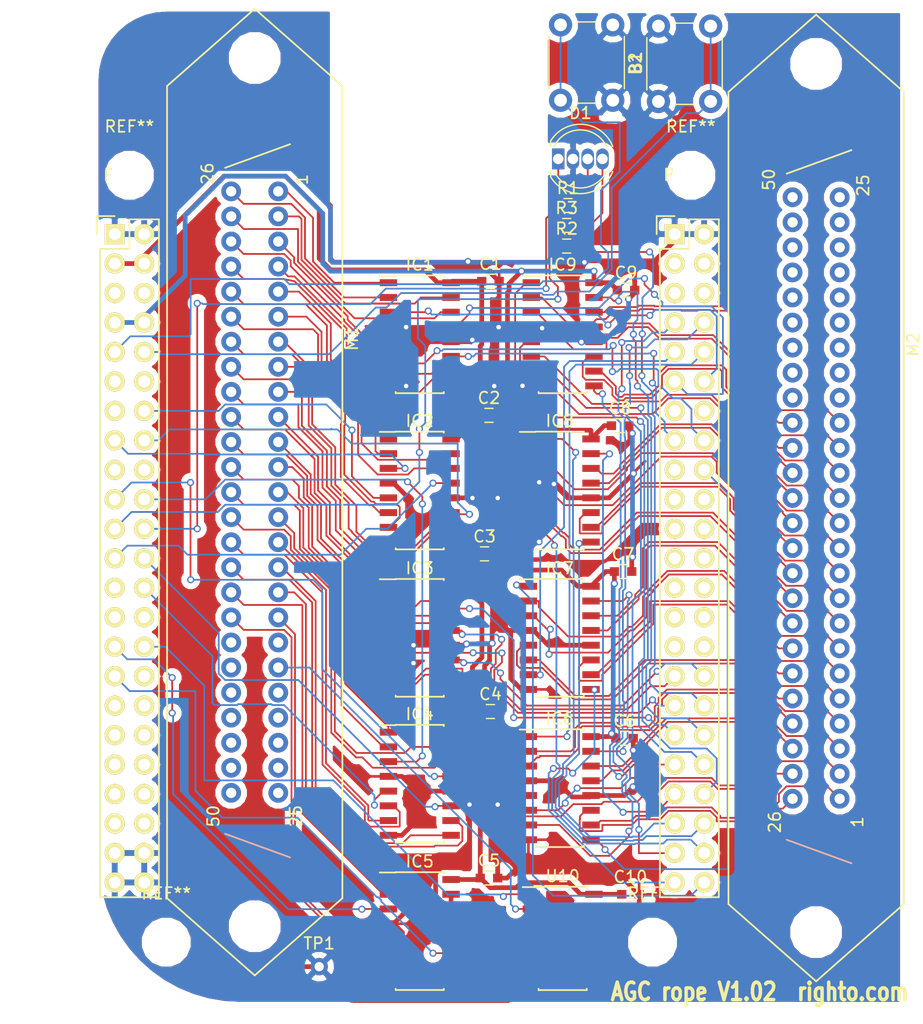
<source format=kicad_pcb>
(kicad_pcb (version 20171130) (host pcbnew "(5.0.1-3-g963ef8bb5)")
  (layers (0 F.Cu signal) (31 B.Cu signal) (34 B.Paste user) (35 F.Paste user) (36 B.SilkS user) (37 F.SilkS user) (38 B.Mask user) (39 F.Mask user) (44 Edge.Cuts user))
  (net 0 "")
  (net 1 "Net-(P8-Pad3)")
  (net 2 "Net-(P8-Pad4)")
  (net 3 "Net-(P8-Pad5)")
  (net 4 "Net-(P8-Pad6)")
  (net 5 "Net-(P8-Pad13)")
  (net 6 "Net-(P8-Pad14)")
  (net 7 "Net-(P8-Pad17)")
  (net 8 "Net-(P8-Pad19)")
  (net 9 "Net-(P8-Pad20)")
  (net 10 "Net-(P8-Pad21)")
  (net 11 "Net-(P8-Pad22)")
  (net 12 "Net-(P8-Pad23)")
  (net 13 "Net-(P8-Pad24)")
  (net 14 "Net-(P8-Pad25)")
  (net 15 "Net-(P8-Pad26)")
  (net 16 "Net-(P8-Pad27)")
  (net 17 "Net-(P8-Pad28)")
  (net 18 "Net-(P8-Pad29)")
  (net 19 "Net-(P8-Pad30)")
  (net 20 "Net-(P9-Pad11)")
  (net 21 "Net-(P9-Pad12)")
  (net 22 "Net-(P9-Pad13)")
  (net 23 "Net-(P9-Pad17)")
  (net 24 "Net-(P9-Pad18)")
  (net 25 "Net-(P9-Pad25)")
  (net 26 "Net-(P9-Pad27)")
  (net 27 "Net-(P9-Pad28)")
  (net 28 "Net-(P9-Pad33)")
  (net 29 "Net-(P9-Pad35)")
  (net 30 "Net-(P9-Pad36)")
  (net 31 "Net-(P9-Pad37)")
  (net 32 "Net-(P9-Pad38)")
  (net 33 "Net-(P9-Pad39)")
  (net 34 "Net-(P9-Pad40)")
  (net 35 "Net-(P9-Pad41)")
  (net 36 "Net-(P9-Pad42)")
  (net 37 +3V3)
  (net 38 SYS_5V)
  (net 39 PWR_BUT)
  (net 40 SYS_RESETN)
  (net 41 "Net-(D1-Pad4)")
  (net 42 "Net-(D1-Pad3)")
  (net 43 "Net-(D1-Pad1)")
  (net 44 /IL1-)
  (net 45 /IL2-)
  (net 46 /IL3-)
  (net 47 /IL4-)
  (net 48 /IL5-)
  (net 49 /IL6-)
  (net 50 /IL7-)
  (net 51 /plane0-)
  (net 52 /plane1-)
  (net 53 /plane2-)
  (net 54 /plane3-)
  (net 55 /plane4-)
  (net 56 /plane5-)
  (net 57 /plane6-)
  (net 58 /plane7-)
  (net 59 /plane8-)
  (net 60 /clear-)
  (net 61 /addr_okay-)
  (net 62 /IL1+)
  (net 63 /IL2+)
  (net 64 /IL3+)
  (net 65 /IL4+)
  (net 66 /IL5+)
  (net 67 /IL6+)
  (net 68 /IL7+)
  (net 69 /plane0+)
  (net 70 /plane1+)
  (net 71 /plane2+)
  (net 72 /plane3+)
  (net 73 /plane4+)
  (net 74 /plane5+)
  (net 75 /plane6+)
  (net 76 /plane7+)
  (net 77 /plane8+)
  (net 78 /clear+)
  (net 79 /addr_okay+)
  (net 80 /sense1+)
  (net 81 /sense2+)
  (net 82 /sense3+)
  (net 83 /sense4+)
  (net 84 /sense5+)
  (net 85 /sense6+)
  (net 86 /sense7+)
  (net 87 /sense8+)
  (net 88 /sense9+)
  (net 89 /sense10+)
  (net 90 /sense11+)
  (net 91 /sense12+)
  (net 92 /sense13+)
  (net 93 /sense14+)
  (net 94 /sense15+)
  (net 95 /sense16+)
  (net 96 /sense1-)
  (net 97 /sense2-)
  (net 98 /sense3-)
  (net 99 /sense4-)
  (net 100 /sense5-)
  (net 101 /sense6-)
  (net 102 /sense7-)
  (net 103 /sense8-)
  (net 104 /sense9-)
  (net 105 /sense10-)
  (net 106 /sense11-)
  (net 107 /sense12-)
  (net 108 /sense13-)
  (net 109 /sense14-)
  (net 110 /sense15-)
  (net 111 /sense16-)
  (net 112 /sense2)
  (net 113 /sense3)
  (net 114 /sense5)
  (net 115 /sense4)
  (net 116 /IL2)
  (net 117 /IL1)
  (net 118 /IL4)
  (net 119 /IL3)
  (net 120 /sense1)
  (net 121 /plane3)
  (net 122 /plane4)
  (net 123 /plane2)
  (net 124 /b)
  (net 125 /plane1)
  (net 126 /sense16)
  (net 127 /sense14)
  (net 128 /sense15)
  (net 129 /sense12)
  (net 130 /sense13)
  (net 131 /sense10)
  (net 132 /sense11)
  (net 133 /sense8)
  (net 134 /sense9)
  (net 135 /sense6)
  (net 136 /sense7)
  (net 137 "Net-(P9-Pad5)")
  (net 138 "Net-(P9-Pad6)")
  (net 139 /IL7)
  (net 140 /IL5)
  (net 141 /plane0)
  (net 142 /plane6)
  (net 143 /plane5)
  (net 144 /g)
  (net 145 /r)
  (net 146 /IL6)
  (net 147 /plane8)
  (net 148 /plane7)
  (net 149 /clear)
  (net 150 /red)
  (net 151 /addr_okay)
  (net 152 "Net-(P9-Pad32)")
  (net 153 "Net-(P9-Pad34)")
  (net 154 "Net-(IC5-Pad13)")
  (net 155 /red_out)
  (net 156 "Net-(U10-Pad12)")
  (net 157 "Net-(U10-Pad10)")
  (net 158 "Net-(U10-Pad8)")
  (net 159 "Net-(U10-Pad6)")
  (net 160 "Net-(U10-Pad4)")
  (net 161 "Net-(M1-Pad19)")
  (net 162 "Net-(M1-Pad21)")
  (net 163 "Net-(M1-Pad22)")
  (net 164 "Net-(M1-Pad23)")
  (net 165 "Net-(M1-Pad24)")
  (net 166 "Net-(M1-Pad25)")
  (net 167 "Net-(M1-Pad50)")
  (net 168 "Net-(M1-Pad49)")
  (net 169 "Net-(M1-Pad48)")
  (net 170 "Net-(M1-Pad47)")
  (net 171 "Net-(M1-Pad46)")
  (net 172 "Net-(M1-Pad45)")
  (net 173 "Net-(M1-Pad44)")
  (net 174 "Net-(M2-Pad25)")
  (net 175 "Net-(M2-Pad24)")
  (net 176 "Net-(M2-Pad23)")
  (net 177 "Net-(M2-Pad22)")
  (net 178 "Net-(M2-Pad21)")
  (net 179 "Net-(M2-Pad20)")
  (net 180 "Net-(M2-Pad19)")
  (net 181 "Net-(M2-Pad18)")
  (net 182 "Net-(M2-Pad17)")
  (net 183 "Net-(M2-Pad42)")
  (net 184 "Net-(M2-Pad43)")
  (net 185 "Net-(M2-Pad44)")
  (net 186 "Net-(M2-Pad45)")
  (net 187 "Net-(M2-Pad46)")
  (net 188 "Net-(M2-Pad47)")
  (net 189 "Net-(M2-Pad48)")
  (net 190 "Net-(M2-Pad49)")
  (net 191 "Net-(M2-Pad50)")
  (net 192 GNDD)
  (net 193 "Net-(IC5-Pad5)")
  (module LEDs:LED_D5.0mm-4 (layer F.Cu) (at 154.5971 55.9054)
    (fp_text reference D1 (at 1.905 -3.96) (layer F.SilkS))
    (fp_text value LED_RCGB)
    (pad 4 thru_hole oval (at 3.81 0) (size 1.07 1.8) (drill 0.9) (layers *.Cu *.Mask) (net 41 "Net-(D1-Pad4)"))
    (pad 3 thru_hole oval (at 2.54 0) (size 1.07 1.8) (drill 0.9) (layers *.Cu *.Mask) (net 42 "Net-(D1-Pad3)"))
    (pad 2 thru_hole oval (at 1.27 0) (size 1.07 1.8) (drill 0.9) (layers *.Cu *.Mask) (net 192 GNDD))
    (pad 1 thru_hole rect (at 0 0) (size 1.07 1.8) (drill 0.9) (layers *.Cu *.Mask) (net 43 "Net-(D1-Pad1)"))
  )
  (module Centronics-Ken:CENTRONICS-50-F (layer F.Cu) (at 130.4671 58.6994 90)
    (fp_text reference M1 (at -12.7 6.35 90) (layer F.SilkS))
    (fp_text value 50-PIN-CENTRONICS-FFEMALE)
    (fp_text user 1 (at 1.016 2.032 90) (layer F.SilkS))
    (fp_text user 26 (at 1.524 -6.096 90) (layer F.SilkS))
    (fp_text user 50 (at -53.848 -5.588 90) (layer F.SilkS))
    (fp_text user 25 (at -53.848 1.524 90) (layer F.SilkS))
    (pad 1 thru_hole circle (at 0 0 90) (size 1.7 1.7) (drill 0.89) (layers *.Cu *.Mask) (net 44 /IL1-))
    (pad 2 thru_hole circle (at -2.16 0 90) (size 1.7 1.7) (drill 0.89) (layers *.Cu *.Mask) (net 45 /IL2-))
    (pad 3 thru_hole circle (at -4.32 0 90) (size 1.7 1.7) (drill 0.89) (layers *.Cu *.Mask) (net 46 /IL3-))
    (pad 4 thru_hole circle (at -6.48 0 90) (size 1.7 1.7) (drill 0.89) (layers *.Cu *.Mask) (net 47 /IL4-))
    (pad 5 thru_hole circle (at -8.64 0 90) (size 1.7 1.7) (drill 0.89) (layers *.Cu *.Mask) (net 48 /IL5-))
    (pad 6 thru_hole circle (at -10.8 0 90) (size 1.7 1.7) (drill 0.89) (layers *.Cu *.Mask) (net 49 /IL6-))
    (pad 7 thru_hole circle (at -12.96 0 90) (size 1.7 1.7) (drill 0.89) (layers *.Cu *.Mask) (net 50 /IL7-))
    (pad 8 thru_hole circle (at -15.12 0 90) (size 1.7 1.7) (drill 0.89) (layers *.Cu *.Mask) (net 51 /plane0-))
    (pad 9 thru_hole circle (at -17.28 0 90) (size 1.7 1.7) (drill 0.89) (layers *.Cu *.Mask) (net 52 /plane1-))
    (pad 10 thru_hole circle (at -19.44 0 90) (size 1.7 1.7) (drill 0.89) (layers *.Cu *.Mask) (net 53 /plane2-))
    (pad 11 thru_hole circle (at -21.6 0 90) (size 1.7 1.7) (drill 0.89) (layers *.Cu *.Mask) (net 54 /plane3-))
    (pad 12 thru_hole circle (at -23.76 0 90) (size 1.7 1.7) (drill 0.89) (layers *.Cu *.Mask) (net 55 /plane4-))
    (pad 13 thru_hole circle (at -25.92 0 90) (size 1.7 1.7) (drill 0.89) (layers *.Cu *.Mask) (net 56 /plane5-))
    (pad 14 thru_hole circle (at -28.08 0 90) (size 1.7 1.7) (drill 0.89) (layers *.Cu *.Mask) (net 57 /plane6-))
    (pad 15 thru_hole circle (at -30.24 0 90) (size 1.7 1.7) (drill 0.89) (layers *.Cu *.Mask) (net 58 /plane7-))
    (pad 16 thru_hole circle (at -32.4 0 90) (size 1.7 1.7) (drill 0.89) (layers *.Cu *.Mask) (net 59 /plane8-))
    (pad 17 thru_hole circle (at -34.56 0 90) (size 1.7 1.7) (drill 0.89) (layers *.Cu *.Mask) (net 60 /clear-))
    (pad 18 thru_hole circle (at -36.72 0 90) (size 1.7 1.7) (drill 0.89) (layers *.Cu *.Mask) (net 61 /addr_okay-))
    (pad 19 thru_hole circle (at -38.88 0 90) (size 1.7 1.7) (drill 0.89) (layers *.Cu *.Mask) (net 161 "Net-(M1-Pad19)"))
    (pad 20 thru_hole circle (at -41.04 0 90) (size 1.7 1.7) (drill 0.89) (layers *.Cu *.Mask) (net 155 /red_out))
    (pad 21 thru_hole circle (at -43.2 0 90) (size 1.7 1.7) (drill 0.89) (layers *.Cu *.Mask) (net 162 "Net-(M1-Pad21)"))
    (pad 22 thru_hole circle (at -45.36 0 90) (size 1.7 1.7) (drill 0.89) (layers *.Cu *.Mask) (net 163 "Net-(M1-Pad22)"))
    (pad 23 thru_hole circle (at -47.52 0 90) (size 1.7 1.7) (drill 0.89) (layers *.Cu *.Mask) (net 164 "Net-(M1-Pad23)"))
    (pad 24 thru_hole circle (at -49.68 0 90) (size 1.7 1.7) (drill 0.89) (layers *.Cu *.Mask) (net 165 "Net-(M1-Pad24)"))
    (pad 25 thru_hole circle (at -51.84 0 90) (size 1.7 1.7) (drill 0.89) (layers *.Cu *.Mask) (net 166 "Net-(M1-Pad25)"))
    (pad 50 thru_hole circle (at -51.84 -4.06 90) (size 1.7 1.7) (drill 0.89) (layers *.Cu *.Mask) (net 167 "Net-(M1-Pad50)"))
    (pad 49 thru_hole circle (at -49.68 -4.06 90) (size 1.7 1.7) (drill 0.89) (layers *.Cu *.Mask) (net 168 "Net-(M1-Pad49)"))
    (pad 48 thru_hole circle (at -47.52 -4.06 90) (size 1.7 1.7) (drill 0.89) (layers *.Cu *.Mask) (net 169 "Net-(M1-Pad48)"))
    (pad 47 thru_hole circle (at -45.36 -4.06 90) (size 1.7 1.7) (drill 0.89) (layers *.Cu *.Mask) (net 170 "Net-(M1-Pad47)"))
    (pad 46 thru_hole circle (at -43.2 -4.06 90) (size 1.7 1.7) (drill 0.89) (layers *.Cu *.Mask) (net 171 "Net-(M1-Pad46)"))
    (pad 45 thru_hole circle (at -41.04 -4.06 90) (size 1.7 1.7) (drill 0.89) (layers *.Cu *.Mask) (net 172 "Net-(M1-Pad45)"))
    (pad 44 thru_hole circle (at -38.88 -4.06 90) (size 1.7 1.7) (drill 0.89) (layers *.Cu *.Mask) (net 173 "Net-(M1-Pad44)"))
    (pad 43 thru_hole circle (at -36.72 -4.06 90) (size 1.7 1.7) (drill 0.89) (layers *.Cu *.Mask) (net 79 /addr_okay+))
    (pad 42 thru_hole circle (at -34.56 -4.06 90) (size 1.7 1.7) (drill 0.89) (layers *.Cu *.Mask) (net 78 /clear+))
    (pad 41 thru_hole circle (at -32.4 -4.06 90) (size 1.7 1.7) (drill 0.89) (layers *.Cu *.Mask) (net 77 /plane8+))
    (pad 40 thru_hole circle (at -30.24 -4.06 90) (size 1.7 1.7) (drill 0.89) (layers *.Cu *.Mask) (net 76 /plane7+))
    (pad 39 thru_hole circle (at -28.08 -4.06 90) (size 1.7 1.7) (drill 0.89) (layers *.Cu *.Mask) (net 75 /plane6+))
    (pad 38 thru_hole circle (at -25.92 -4.06 90) (size 1.7 1.7) (drill 0.89) (layers *.Cu *.Mask) (net 74 /plane5+))
    (pad 37 thru_hole circle (at -23.76 -4.06 90) (size 1.7 1.7) (drill 0.89) (layers *.Cu *.Mask) (net 73 /plane4+))
    (pad 36 thru_hole circle (at -21.6 -4.06 90) (size 1.7 1.7) (drill 0.89) (layers *.Cu *.Mask) (net 72 /plane3+))
    (pad 35 thru_hole circle (at -19.44 -4.06 90) (size 1.7 1.7) (drill 0.89) (layers *.Cu *.Mask) (net 71 /plane2+))
    (pad 34 thru_hole circle (at -17.28 -4.06 90) (size 1.7 1.7) (drill 0.89) (layers *.Cu *.Mask) (net 70 /plane1+))
    (pad 33 thru_hole circle (at -15.12 -4.06 90) (size 1.7 1.7) (drill 0.89) (layers *.Cu *.Mask) (net 69 /plane0+))
    (pad 32 thru_hole circle (at -12.96 -4.06 90) (size 1.7 1.7) (drill 0.89) (layers *.Cu *.Mask) (net 68 /IL7+))
    (pad 31 thru_hole circle (at -10.8 -4.06 90) (size 1.7 1.7) (drill 0.89) (layers *.Cu *.Mask) (net 67 /IL6+))
    (pad 30 thru_hole circle (at -8.64 -4.06 90) (size 1.7 1.7) (drill 0.89) (layers *.Cu *.Mask) (net 66 /IL5+))
    (pad 29 thru_hole circle (at -6.48 -4.06 90) (size 1.7 1.7) (drill 0.89) (layers *.Cu *.Mask) (net 65 /IL4+))
    (pad 28 thru_hole circle (at -4.32 -4.06 90) (size 1.7 1.7) (drill 0.89) (layers *.Cu *.Mask) (net 64 /IL3+))
    (pad 27 thru_hole circle (at -2.16 -4.06 90) (size 1.7 1.7) (drill 0.89) (layers *.Cu *.Mask) (net 63 /IL2+))
    (pad 26 thru_hole circle (at 0 -4.06 90) (size 1.7 1.7) (drill 0.89) (layers *.Cu *.Mask) (net 62 /IL1+))
    (pad "" np_thru_hole circle (at 11.495 -2.03 90) (size 3.45 3.45) (drill 3.45) (layers *.Cu *.Mask))
    (pad "" np_thru_hole circle (at -63.335 -2.03 90) (size 3.45 3.45) (drill 3.45) (layers *.Cu *.Mask))
  )
  (module Centronics-Ken:CENTRONICS-50-M (layer F.Cu) (at 178.8541 59.2074 90)
    (fp_text reference M2 (at -12.7 6.35 90) (layer F.SilkS))
    (fp_text value 50-PIN-CENTRONICS-MMALE)
    (fp_text user 25 (at 1.016 2.032 90) (layer F.SilkS))
    (fp_text user 50 (at 1.524 -6.096 90) (layer F.SilkS))
    (fp_text user 26 (at -53.848 -5.588 90) (layer F.SilkS))
    (fp_text user 1 (at -53.848 1.524 90) (layer F.SilkS))
    (pad 25 thru_hole circle (at 0 0 90) (size 1.7 1.7) (drill 0.89) (layers *.Cu *.Mask) (net 174 "Net-(M2-Pad25)"))
    (pad 24 thru_hole circle (at -2.16 0 90) (size 1.7 1.7) (drill 0.89) (layers *.Cu *.Mask) (net 175 "Net-(M2-Pad24)"))
    (pad 23 thru_hole circle (at -4.32 0 90) (size 1.7 1.7) (drill 0.89) (layers *.Cu *.Mask) (net 176 "Net-(M2-Pad23)"))
    (pad 22 thru_hole circle (at -6.48 0 90) (size 1.7 1.7) (drill 0.89) (layers *.Cu *.Mask) (net 177 "Net-(M2-Pad22)"))
    (pad 21 thru_hole circle (at -8.64 0 90) (size 1.7 1.7) (drill 0.89) (layers *.Cu *.Mask) (net 178 "Net-(M2-Pad21)"))
    (pad 20 thru_hole circle (at -10.8 0 90) (size 1.7 1.7) (drill 0.89) (layers *.Cu *.Mask) (net 179 "Net-(M2-Pad20)"))
    (pad 19 thru_hole circle (at -12.96 0 90) (size 1.7 1.7) (drill 0.89) (layers *.Cu *.Mask) (net 180 "Net-(M2-Pad19)"))
    (pad 18 thru_hole circle (at -15.12 0 90) (size 1.7 1.7) (drill 0.89) (layers *.Cu *.Mask) (net 181 "Net-(M2-Pad18)"))
    (pad 17 thru_hole circle (at -17.28 0 90) (size 1.7 1.7) (drill 0.89) (layers *.Cu *.Mask) (net 182 "Net-(M2-Pad17)"))
    (pad 16 thru_hole circle (at -19.44 0 90) (size 1.7 1.7) (drill 0.89) (layers *.Cu *.Mask) (net 95 /sense16+))
    (pad 15 thru_hole circle (at -21.6 0 90) (size 1.7 1.7) (drill 0.89) (layers *.Cu *.Mask) (net 94 /sense15+))
    (pad 14 thru_hole circle (at -23.76 0 90) (size 1.7 1.7) (drill 0.89) (layers *.Cu *.Mask) (net 93 /sense14+))
    (pad 13 thru_hole circle (at -25.92 0 90) (size 1.7 1.7) (drill 0.89) (layers *.Cu *.Mask) (net 92 /sense13+))
    (pad 12 thru_hole circle (at -28.08 0 90) (size 1.7 1.7) (drill 0.89) (layers *.Cu *.Mask) (net 91 /sense12+))
    (pad 11 thru_hole circle (at -30.24 0 90) (size 1.7 1.7) (drill 0.89) (layers *.Cu *.Mask) (net 90 /sense11+))
    (pad 10 thru_hole circle (at -32.4 0 90) (size 1.7 1.7) (drill 0.89) (layers *.Cu *.Mask) (net 89 /sense10+))
    (pad 9 thru_hole circle (at -34.56 0 90) (size 1.7 1.7) (drill 0.89) (layers *.Cu *.Mask) (net 88 /sense9+))
    (pad 8 thru_hole circle (at -36.72 0 90) (size 1.7 1.7) (drill 0.89) (layers *.Cu *.Mask) (net 87 /sense8+))
    (pad 7 thru_hole circle (at -38.88 0 90) (size 1.7 1.7) (drill 0.89) (layers *.Cu *.Mask) (net 86 /sense7+))
    (pad 6 thru_hole circle (at -41.04 0 90) (size 1.7 1.7) (drill 0.89) (layers *.Cu *.Mask) (net 85 /sense6+))
    (pad 5 thru_hole circle (at -43.2 0 90) (size 1.7 1.7) (drill 0.89) (layers *.Cu *.Mask) (net 84 /sense5+))
    (pad 4 thru_hole circle (at -45.36 0 90) (size 1.7 1.7) (drill 0.89) (layers *.Cu *.Mask) (net 83 /sense4+))
    (pad 3 thru_hole circle (at -47.52 0 90) (size 1.7 1.7) (drill 0.89) (layers *.Cu *.Mask) (net 82 /sense3+))
    (pad 2 thru_hole circle (at -49.68 0 90) (size 1.7 1.7) (drill 0.89) (layers *.Cu *.Mask) (net 81 /sense2+))
    (pad 1 thru_hole circle (at -51.84 0 90) (size 1.7 1.7) (drill 0.89) (layers *.Cu *.Mask) (net 80 /sense1+))
    (pad 26 thru_hole circle (at -51.84 -4.06 90) (size 1.7 1.7) (drill 0.89) (layers *.Cu *.Mask) (net 96 /sense1-))
    (pad 27 thru_hole circle (at -49.68 -4.06 90) (size 1.7 1.7) (drill 0.89) (layers *.Cu *.Mask) (net 97 /sense2-))
    (pad 28 thru_hole circle (at -47.52 -4.06 90) (size 1.7 1.7) (drill 0.89) (layers *.Cu *.Mask) (net 98 /sense3-))
    (pad 29 thru_hole circle (at -45.36 -4.06 90) (size 1.7 1.7) (drill 0.89) (layers *.Cu *.Mask) (net 99 /sense4-))
    (pad 30 thru_hole circle (at -43.2 -4.06 90) (size 1.7 1.7) (drill 0.89) (layers *.Cu *.Mask) (net 100 /sense5-))
    (pad 31 thru_hole circle (at -41.04 -4.06 90) (size 1.7 1.7) (drill 0.89) (layers *.Cu *.Mask) (net 101 /sense6-))
    (pad 32 thru_hole circle (at -38.88 -4.06 90) (size 1.7 1.7) (drill 0.89) (layers *.Cu *.Mask) (net 102 /sense7-))
    (pad 33 thru_hole circle (at -36.72 -4.06 90) (size 1.7 1.7) (drill 0.89) (layers *.Cu *.Mask) (net 103 /sense8-))
    (pad 34 thru_hole circle (at -34.56 -4.06 90) (size 1.7 1.7) (drill 0.89) (layers *.Cu *.Mask) (net 104 /sense9-))
    (pad 35 thru_hole circle (at -32.4 -4.06 90) (size 1.7 1.7) (drill 0.89) (layers *.Cu *.Mask) (net 105 /sense10-))
    (pad 36 thru_hole circle (at -30.24 -4.06 90) (size 1.7 1.7) (drill 0.89) (layers *.Cu *.Mask) (net 106 /sense11-))
    (pad 37 thru_hole circle (at -28.08 -4.06 90) (size 1.7 1.7) (drill 0.89) (layers *.Cu *.Mask) (net 107 /sense12-))
    (pad 38 thru_hole circle (at -25.92 -4.06 90) (size 1.7 1.7) (drill 0.89) (layers *.Cu *.Mask) (net 108 /sense13-))
    (pad 39 thru_hole circle (at -23.76 -4.06 90) (size 1.7 1.7) (drill 0.89) (layers *.Cu *.Mask) (net 109 /sense14-))
    (pad 40 thru_hole circle (at -21.6 -4.06 90) (size 1.7 1.7) (drill 0.89) (layers *.Cu *.Mask) (net 110 /sense15-))
    (pad 41 thru_hole circle (at -19.44 -4.06 90) (size 1.7 1.7) (drill 0.89) (layers *.Cu *.Mask) (net 111 /sense16-))
    (pad 42 thru_hole circle (at -17.28 -4.06 90) (size 1.7 1.7) (drill 0.89) (layers *.Cu *.Mask) (net 183 "Net-(M2-Pad42)"))
    (pad 43 thru_hole circle (at -15.12 -4.06 90) (size 1.7 1.7) (drill 0.89) (layers *.Cu *.Mask) (net 184 "Net-(M2-Pad43)"))
    (pad 44 thru_hole circle (at -12.96 -4.06 90) (size 1.7 1.7) (drill 0.89) (layers *.Cu *.Mask) (net 185 "Net-(M2-Pad44)"))
    (pad 45 thru_hole circle (at -10.8 -4.06 90) (size 1.7 1.7) (drill 0.89) (layers *.Cu *.Mask) (net 186 "Net-(M2-Pad45)"))
    (pad 46 thru_hole circle (at -8.64 -4.06 90) (size 1.7 1.7) (drill 0.89) (layers *.Cu *.Mask) (net 187 "Net-(M2-Pad46)"))
    (pad 47 thru_hole circle (at -6.48 -4.06 90) (size 1.7 1.7) (drill 0.89) (layers *.Cu *.Mask) (net 188 "Net-(M2-Pad47)"))
    (pad 48 thru_hole circle (at -4.32 -4.06 90) (size 1.7 1.7) (drill 0.89) (layers *.Cu *.Mask) (net 189 "Net-(M2-Pad48)"))
    (pad 49 thru_hole circle (at -2.16 -4.06 90) (size 1.7 1.7) (drill 0.89) (layers *.Cu *.Mask) (net 190 "Net-(M2-Pad49)"))
    (pad 50 thru_hole circle (at 0 -4.06 90) (size 1.7 1.7) (drill 0.89) (layers *.Cu *.Mask) (net 191 "Net-(M2-Pad50)"))
    (pad "" np_thru_hole circle (at 11.495 -2.03 90) (size 3.45 3.45) (drill 3.45) (layers *.Cu *.Mask))
    (pad "" np_thru_hole circle (at -63.335 -2.03 90) (size 3.45 3.45) (drill 3.45) (layers *.Cu *.Mask))
  )
  (module Socket_BeagleBone_Black:Socket_BeagleBone_Black (layer F.Cu) (at 164.6301 62.3824)
    (fp_text reference P8 (at 0 -5.1) (layer F.SilkS))
    (fp_text value BeagleBone_Black_Header)
    (pad 1 thru_hole rect (at 0 0) (size 1.7272 1.7272) (drill 1.016) (layers *.Cu *.Mask F.SilkS) (net 192 GNDD))
    (pad 2 thru_hole oval (at 2.54 0) (size 1.7272 1.7272) (drill 1.016) (layers *.Cu *.Mask F.SilkS) (net 192 GNDD))
    (pad 3 thru_hole oval (at 0 2.54) (size 1.7272 1.7272) (drill 1.016) (layers *.Cu *.Mask F.SilkS) (net 1 "Net-(P8-Pad3)"))
    (pad 4 thru_hole oval (at 2.54 2.54) (size 1.7272 1.7272) (drill 1.016) (layers *.Cu *.Mask F.SilkS) (net 2 "Net-(P8-Pad4)"))
    (pad 5 thru_hole oval (at 0 5.08) (size 1.7272 1.7272) (drill 1.016) (layers *.Cu *.Mask F.SilkS) (net 3 "Net-(P8-Pad5)"))
    (pad 6 thru_hole oval (at 2.54 5.08) (size 1.7272 1.7272) (drill 1.016) (layers *.Cu *.Mask F.SilkS) (net 4 "Net-(P8-Pad6)"))
    (pad 7 thru_hole oval (at 0 7.62) (size 1.7272 1.7272) (drill 1.016) (layers *.Cu *.Mask F.SilkS) (net 112 /sense2))
    (pad 8 thru_hole oval (at 2.54 7.62) (size 1.7272 1.7272) (drill 1.016) (layers *.Cu *.Mask F.SilkS) (net 113 /sense3))
    (pad 9 thru_hole oval (at 0 10.16) (size 1.7272 1.7272) (drill 1.016) (layers *.Cu *.Mask F.SilkS) (net 114 /sense5))
    (pad 10 thru_hole oval (at 2.54 10.16) (size 1.7272 1.7272) (drill 1.016) (layers *.Cu *.Mask F.SilkS) (net 115 /sense4))
    (pad 11 thru_hole oval (at 0 12.7) (size 1.7272 1.7272) (drill 1.016) (layers *.Cu *.Mask F.SilkS) (net 116 /IL2))
    (pad 12 thru_hole oval (at 2.54 12.7) (size 1.7272 1.7272) (drill 1.016) (layers *.Cu *.Mask F.SilkS) (net 117 /IL1))
    (pad 13 thru_hole oval (at 0 15.24) (size 1.7272 1.7272) (drill 1.016) (layers *.Cu *.Mask F.SilkS) (net 5 "Net-(P8-Pad13)"))
    (pad 14 thru_hole oval (at 2.54 15.24) (size 1.7272 1.7272) (drill 1.016) (layers *.Cu *.Mask F.SilkS) (net 6 "Net-(P8-Pad14)"))
    (pad 15 thru_hole oval (at 0 17.78) (size 1.7272 1.7272) (drill 1.016) (layers *.Cu *.Mask F.SilkS) (net 118 /IL4))
    (pad 16 thru_hole oval (at 2.54 17.78) (size 1.7272 1.7272) (drill 1.016) (layers *.Cu *.Mask F.SilkS) (net 119 /IL3))
    (pad 17 thru_hole oval (at 0 20.32) (size 1.7272 1.7272) (drill 1.016) (layers *.Cu *.Mask F.SilkS) (net 7 "Net-(P8-Pad17)"))
    (pad 18 thru_hole oval (at 2.54 20.32) (size 1.7272 1.7272) (drill 1.016) (layers *.Cu *.Mask F.SilkS) (net 120 /sense1))
    (pad 19 thru_hole oval (at 0 22.86) (size 1.7272 1.7272) (drill 1.016) (layers *.Cu *.Mask F.SilkS) (net 8 "Net-(P8-Pad19)"))
    (pad 20 thru_hole oval (at 2.54 22.86) (size 1.7272 1.7272) (drill 1.016) (layers *.Cu *.Mask F.SilkS) (net 9 "Net-(P8-Pad20)"))
    (pad 21 thru_hole oval (at 0 25.4) (size 1.7272 1.7272) (drill 1.016) (layers *.Cu *.Mask F.SilkS) (net 10 "Net-(P8-Pad21)"))
    (pad 22 thru_hole oval (at 2.54 25.4) (size 1.7272 1.7272) (drill 1.016) (layers *.Cu *.Mask F.SilkS) (net 11 "Net-(P8-Pad22)"))
    (pad 23 thru_hole oval (at 0 27.94) (size 1.7272 1.7272) (drill 1.016) (layers *.Cu *.Mask F.SilkS) (net 12 "Net-(P8-Pad23)"))
    (pad 24 thru_hole oval (at 2.54 27.94) (size 1.7272 1.7272) (drill 1.016) (layers *.Cu *.Mask F.SilkS) (net 13 "Net-(P8-Pad24)"))
    (pad 25 thru_hole oval (at 0 30.48) (size 1.7272 1.7272) (drill 1.016) (layers *.Cu *.Mask F.SilkS) (net 14 "Net-(P8-Pad25)"))
    (pad 26 thru_hole oval (at 2.54 30.48) (size 1.7272 1.7272) (drill 1.016) (layers *.Cu *.Mask F.SilkS) (net 15 "Net-(P8-Pad26)"))
    (pad 27 thru_hole oval (at 0 33.02) (size 1.7272 1.7272) (drill 1.016) (layers *.Cu *.Mask F.SilkS) (net 16 "Net-(P8-Pad27)"))
    (pad 28 thru_hole oval (at 2.54 33.02) (size 1.7272 1.7272) (drill 1.016) (layers *.Cu *.Mask F.SilkS) (net 17 "Net-(P8-Pad28)"))
    (pad 29 thru_hole oval (at 0 35.56) (size 1.7272 1.7272) (drill 1.016) (layers *.Cu *.Mask F.SilkS) (net 18 "Net-(P8-Pad29)"))
    (pad 30 thru_hole oval (at 2.54 35.56) (size 1.7272 1.7272) (drill 1.016) (layers *.Cu *.Mask F.SilkS) (net 19 "Net-(P8-Pad30)"))
    (pad 31 thru_hole oval (at 0 38.1) (size 1.7272 1.7272) (drill 1.016) (layers *.Cu *.Mask F.SilkS) (net 121 /plane3))
    (pad 32 thru_hole oval (at 2.54 38.1) (size 1.7272 1.7272) (drill 1.016) (layers *.Cu *.Mask F.SilkS) (net 122 /plane4))
    (pad 33 thru_hole oval (at 0 40.64) (size 1.7272 1.7272) (drill 1.016) (layers *.Cu *.Mask F.SilkS) (net 123 /plane2))
    (pad 34 thru_hole oval (at 2.54 40.64) (size 1.7272 1.7272) (drill 1.016) (layers *.Cu *.Mask F.SilkS) (net 124 /b))
    (pad 35 thru_hole oval (at 0 43.18) (size 1.7272 1.7272) (drill 1.016) (layers *.Cu *.Mask F.SilkS) (net 125 /plane1))
    (pad 36 thru_hole oval (at 2.54 43.18) (size 1.7272 1.7272) (drill 1.016) (layers *.Cu *.Mask F.SilkS) (net 126 /sense16))
    (pad 37 thru_hole oval (at 0 45.72) (size 1.7272 1.7272) (drill 1.016) (layers *.Cu *.Mask F.SilkS) (net 127 /sense14))
    (pad 38 thru_hole oval (at 2.54 45.72) (size 1.7272 1.7272) (drill 1.016) (layers *.Cu *.Mask F.SilkS) (net 128 /sense15))
    (pad 39 thru_hole oval (at 0 48.26) (size 1.7272 1.7272) (drill 1.016) (layers *.Cu *.Mask F.SilkS) (net 129 /sense12))
    (pad 40 thru_hole oval (at 2.54 48.26) (size 1.7272 1.7272) (drill 1.016) (layers *.Cu *.Mask F.SilkS) (net 130 /sense13))
    (pad 41 thru_hole oval (at 0 50.8) (size 1.7272 1.7272) (drill 1.016) (layers *.Cu *.Mask F.SilkS) (net 131 /sense10))
    (pad 42 thru_hole oval (at 2.54 50.8) (size 1.7272 1.7272) (drill 1.016) (layers *.Cu *.Mask F.SilkS) (net 132 /sense11))
    (pad 43 thru_hole oval (at 0 53.34) (size 1.7272 1.7272) (drill 1.016) (layers *.Cu *.Mask F.SilkS) (net 133 /sense8))
    (pad 44 thru_hole oval (at 2.54 53.34) (size 1.7272 1.7272) (drill 1.016) (layers *.Cu *.Mask F.SilkS) (net 134 /sense9))
    (pad 45 thru_hole oval (at 0 55.88) (size 1.7272 1.7272) (drill 1.016) (layers *.Cu *.Mask F.SilkS) (net 135 /sense6))
    (pad 46 thru_hole oval (at 2.54 55.88) (size 1.7272 1.7272) (drill 1.016) (layers *.Cu *.Mask F.SilkS) (net 136 /sense7))
  )
  (module Socket_BeagleBone_Black:Socket_BeagleBone_Black (layer F.Cu) (at 116.3701 62.3824)
    (fp_text reference P9 (at 0 -5.1) (layer F.SilkS))
    (fp_text value BeagleBone_Black_Header)
    (pad 1 thru_hole rect (at 0 0) (size 1.7272 1.7272) (drill 1.016) (layers *.Cu *.Mask F.SilkS) (net 192 GNDD))
    (pad 2 thru_hole oval (at 2.54 0) (size 1.7272 1.7272) (drill 1.016) (layers *.Cu *.Mask F.SilkS) (net 192 GNDD))
    (pad 3 thru_hole oval (at 0 2.54) (size 1.7272 1.7272) (drill 1.016) (layers *.Cu *.Mask F.SilkS) (net 37 +3V3))
    (pad 4 thru_hole oval (at 2.54 2.54) (size 1.7272 1.7272) (drill 1.016) (layers *.Cu *.Mask F.SilkS) (net 37 +3V3))
    (pad 5 thru_hole oval (at 0 5.08) (size 1.7272 1.7272) (drill 1.016) (layers *.Cu *.Mask F.SilkS) (net 137 "Net-(P9-Pad5)"))
    (pad 6 thru_hole oval (at 2.54 5.08) (size 1.7272 1.7272) (drill 1.016) (layers *.Cu *.Mask F.SilkS) (net 138 "Net-(P9-Pad6)"))
    (pad 7 thru_hole oval (at 0 7.62) (size 1.7272 1.7272) (drill 1.016) (layers *.Cu *.Mask F.SilkS) (net 38 SYS_5V))
    (pad 8 thru_hole oval (at 2.54 7.62) (size 1.7272 1.7272) (drill 1.016) (layers *.Cu *.Mask F.SilkS) (net 38 SYS_5V))
    (pad 9 thru_hole oval (at 0 10.16) (size 1.7272 1.7272) (drill 1.016) (layers *.Cu *.Mask F.SilkS) (net 39 PWR_BUT))
    (pad 10 thru_hole oval (at 2.54 10.16) (size 1.7272 1.7272) (drill 1.016) (layers *.Cu *.Mask F.SilkS) (net 40 SYS_RESETN))
    (pad 11 thru_hole oval (at 0 12.7) (size 1.7272 1.7272) (drill 1.016) (layers *.Cu *.Mask F.SilkS) (net 20 "Net-(P9-Pad11)"))
    (pad 12 thru_hole oval (at 2.54 12.7) (size 1.7272 1.7272) (drill 1.016) (layers *.Cu *.Mask F.SilkS) (net 21 "Net-(P9-Pad12)"))
    (pad 13 thru_hole oval (at 0 15.24) (size 1.7272 1.7272) (drill 1.016) (layers *.Cu *.Mask F.SilkS) (net 22 "Net-(P9-Pad13)"))
    (pad 14 thru_hole oval (at 2.54 15.24) (size 1.7272 1.7272) (drill 1.016) (layers *.Cu *.Mask F.SilkS) (net 139 /IL7))
    (pad 15 thru_hole oval (at 0 17.78) (size 1.7272 1.7272) (drill 1.016) (layers *.Cu *.Mask F.SilkS) (net 140 /IL5))
    (pad 16 thru_hole oval (at 2.54 17.78) (size 1.7272 1.7272) (drill 1.016) (layers *.Cu *.Mask F.SilkS) (net 141 /plane0))
    (pad 17 thru_hole oval (at 0 20.32) (size 1.7272 1.7272) (drill 1.016) (layers *.Cu *.Mask F.SilkS) (net 23 "Net-(P9-Pad17)"))
    (pad 18 thru_hole oval (at 2.54 20.32) (size 1.7272 1.7272) (drill 1.016) (layers *.Cu *.Mask F.SilkS) (net 24 "Net-(P9-Pad18)"))
    (pad 19 thru_hole oval (at 0 22.86) (size 1.7272 1.7272) (drill 1.016) (layers *.Cu *.Mask F.SilkS) (net 142 /plane6))
    (pad 20 thru_hole oval (at 2.54 22.86) (size 1.7272 1.7272) (drill 1.016) (layers *.Cu *.Mask F.SilkS) (net 143 /plane5))
    (pad 21 thru_hole oval (at 0 25.4) (size 1.7272 1.7272) (drill 1.016) (layers *.Cu *.Mask F.SilkS) (net 144 /g))
    (pad 22 thru_hole oval (at 2.54 25.4) (size 1.7272 1.7272) (drill 1.016) (layers *.Cu *.Mask F.SilkS) (net 145 /r))
    (pad 23 thru_hole oval (at 0 27.94) (size 1.7272 1.7272) (drill 1.016) (layers *.Cu *.Mask F.SilkS) (net 146 /IL6))
    (pad 24 thru_hole oval (at 2.54 27.94) (size 1.7272 1.7272) (drill 1.016) (layers *.Cu *.Mask F.SilkS) (net 147 /plane8))
    (pad 25 thru_hole oval (at 0 30.48) (size 1.7272 1.7272) (drill 1.016) (layers *.Cu *.Mask F.SilkS) (net 25 "Net-(P9-Pad25)"))
    (pad 26 thru_hole oval (at 2.54 30.48) (size 1.7272 1.7272) (drill 1.016) (layers *.Cu *.Mask F.SilkS) (net 148 /plane7))
    (pad 27 thru_hole oval (at 0 33.02) (size 1.7272 1.7272) (drill 1.016) (layers *.Cu *.Mask F.SilkS) (net 26 "Net-(P9-Pad27)"))
    (pad 28 thru_hole oval (at 2.54 33.02) (size 1.7272 1.7272) (drill 1.016) (layers *.Cu *.Mask F.SilkS) (net 27 "Net-(P9-Pad28)"))
    (pad 29 thru_hole oval (at 0 35.56) (size 1.7272 1.7272) (drill 1.016) (layers *.Cu *.Mask F.SilkS) (net 149 /clear))
    (pad 30 thru_hole oval (at 2.54 35.56) (size 1.7272 1.7272) (drill 1.016) (layers *.Cu *.Mask F.SilkS) (net 150 /red))
    (pad 31 thru_hole oval (at 0 38.1) (size 1.7272 1.7272) (drill 1.016) (layers *.Cu *.Mask F.SilkS) (net 151 /addr_okay))
    (pad 32 thru_hole oval (at 2.54 38.1) (size 1.7272 1.7272) (drill 1.016) (layers *.Cu *.Mask F.SilkS) (net 152 "Net-(P9-Pad32)"))
    (pad 33 thru_hole oval (at 0 40.64) (size 1.7272 1.7272) (drill 1.016) (layers *.Cu *.Mask F.SilkS) (net 28 "Net-(P9-Pad33)"))
    (pad 34 thru_hole oval (at 2.54 40.64) (size 1.7272 1.7272) (drill 1.016) (layers *.Cu *.Mask F.SilkS) (net 153 "Net-(P9-Pad34)"))
    (pad 35 thru_hole oval (at 0 43.18) (size 1.7272 1.7272) (drill 1.016) (layers *.Cu *.Mask F.SilkS) (net 29 "Net-(P9-Pad35)"))
    (pad 36 thru_hole oval (at 2.54 43.18) (size 1.7272 1.7272) (drill 1.016) (layers *.Cu *.Mask F.SilkS) (net 30 "Net-(P9-Pad36)"))
    (pad 37 thru_hole oval (at 0 45.72) (size 1.7272 1.7272) (drill 1.016) (layers *.Cu *.Mask F.SilkS) (net 31 "Net-(P9-Pad37)"))
    (pad 38 thru_hole oval (at 2.54 45.72) (size 1.7272 1.7272) (drill 1.016) (layers *.Cu *.Mask F.SilkS) (net 32 "Net-(P9-Pad38)"))
    (pad 39 thru_hole oval (at 0 48.26) (size 1.7272 1.7272) (drill 1.016) (layers *.Cu *.Mask F.SilkS) (net 33 "Net-(P9-Pad39)"))
    (pad 40 thru_hole oval (at 2.54 48.26) (size 1.7272 1.7272) (drill 1.016) (layers *.Cu *.Mask F.SilkS) (net 34 "Net-(P9-Pad40)"))
    (pad 41 thru_hole oval (at 0 50.8) (size 1.7272 1.7272) (drill 1.016) (layers *.Cu *.Mask F.SilkS) (net 35 "Net-(P9-Pad41)"))
    (pad 42 thru_hole oval (at 2.54 50.8) (size 1.7272 1.7272) (drill 1.016) (layers *.Cu *.Mask F.SilkS) (net 36 "Net-(P9-Pad42)"))
    (pad 43 thru_hole oval (at 0 53.34) (size 1.7272 1.7272) (drill 1.016) (layers *.Cu *.Mask F.SilkS) (net 192 GNDD))
    (pad 44 thru_hole oval (at 2.54 53.34) (size 1.7272 1.7272) (drill 1.016) (layers *.Cu *.Mask F.SilkS) (net 192 GNDD))
    (pad 45 thru_hole oval (at 0 55.88) (size 1.7272 1.7272) (drill 1.016) (layers *.Cu *.Mask F.SilkS) (net 192 GNDD))
    (pad 46 thru_hole oval (at 2.54 55.88) (size 1.7272 1.7272) (drill 1.016) (layers *.Cu *.Mask F.SilkS) (net 192 GNDD))
  )
  (module Buttons_Switches_ThroughHole:SW_PUSH_6mm (layer F.Cu) (at 159.2961 44.3484 270)
    (fp_text reference B1 (at 3.25 -2 270) (layer F.SilkS))
    (fp_text value SW_Push)
    (pad 2 thru_hole circle (at 0 4.5) (size 2 2) (drill 1.1) (layers *.Cu *.Mask) (net 39 PWR_BUT))
    (pad 1 thru_hole circle (at 0 0) (size 2 2) (drill 1.1) (layers *.Cu *.Mask) (net 192 GNDD))
    (pad 2 thru_hole circle (at 6.5 4.5) (size 2 2) (drill 1.1) (layers *.Cu *.Mask) (net 39 PWR_BUT))
    (pad 1 thru_hole circle (at 6.5 0) (size 2 2) (drill 1.1) (layers *.Cu *.Mask) (net 192 GNDD))
  )
  (module Buttons_Switches_ThroughHole:SW_PUSH_6mm (layer F.Cu) (at 163.2331 50.9524 90)
    (fp_text reference B2 (at 3.25 -2 90) (layer F.SilkS))
    (fp_text value SW_Push)
    (pad 1 thru_hole circle (at 6.5 0 180) (size 2 2) (drill 1.1) (layers *.Cu *.Mask) (net 192 GNDD))
    (pad 2 thru_hole circle (at 6.5 4.5 180) (size 2 2) (drill 1.1) (layers *.Cu *.Mask) (net 40 SYS_RESETN))
    (pad 1 thru_hole circle (at 0 0 180) (size 2 2) (drill 1.1) (layers *.Cu *.Mask) (net 192 GNDD))
    (pad 2 thru_hole circle (at 0 4.5 180) (size 2 2) (drill 1.1) (layers *.Cu *.Mask) (net 40 SYS_RESETN))
  )
  (module Measurement_Points:Measurement_Point_Round-TH_Small (layer F.Cu) (at 133.993082 125.51875)
    (fp_text reference TP1 (at 0 -2) (layer F.SilkS))
    (fp_text value TestPoint)
    (pad 1 thru_hole circle (at 0 0) (size 1.5 1.5) (drill 0.8) (layers *.Cu *.Mask) (net 192 GNDD))
  )
  (module Housings_SOIC:SOIC-16_3.9x9.9mm_Pitch1.27mm (layer F.Cu) (at 142.6591 71.0184)
    (fp_text reference IC1 (at 0 -6) (layer F.SilkS))
    (fp_text value AM26C32)
    (pad 1 smd rect (at -2.7 -4.445) (size 1.5 0.6) (layers F.Cu F.Paste F.Mask) (net 44 /IL1-))
    (pad 2 smd rect (at -2.7 -3.175) (size 1.5 0.6) (layers F.Cu F.Paste F.Mask) (net 62 /IL1+))
    (pad 3 smd rect (at -2.7 -1.905) (size 1.5 0.6) (layers F.Cu F.Paste F.Mask) (net 117 /IL1))
    (pad 4 smd rect (at -2.7 -0.635) (size 1.5 0.6) (layers F.Cu F.Paste F.Mask) (net 192 GNDD))
    (pad 5 smd rect (at -2.7 0.635) (size 1.5 0.6) (layers F.Cu F.Paste F.Mask) (net 119 /IL3))
    (pad 6 smd rect (at -2.7 1.905) (size 1.5 0.6) (layers F.Cu F.Paste F.Mask) (net 64 /IL3+))
    (pad 7 smd rect (at -2.7 3.175) (size 1.5 0.6) (layers F.Cu F.Paste F.Mask) (net 46 /IL3-))
    (pad 8 smd rect (at -2.7 4.445) (size 1.5 0.6) (layers F.Cu F.Paste F.Mask) (net 192 GNDD))
    (pad 9 smd rect (at 2.7 4.445) (size 1.5 0.6) (layers F.Cu F.Paste F.Mask) (net 47 /IL4-))
    (pad 10 smd rect (at 2.7 3.175) (size 1.5 0.6) (layers F.Cu F.Paste F.Mask) (net 65 /IL4+))
    (pad 11 smd rect (at 2.7 1.905) (size 1.5 0.6) (layers F.Cu F.Paste F.Mask) (net 118 /IL4))
    (pad 12 smd rect (at 2.7 0.635) (size 1.5 0.6) (layers F.Cu F.Paste F.Mask) (net 192 GNDD))
    (pad 13 smd rect (at 2.7 -0.635) (size 1.5 0.6) (layers F.Cu F.Paste F.Mask) (net 116 /IL2))
    (pad 14 smd rect (at 2.7 -1.905) (size 1.5 0.6) (layers F.Cu F.Paste F.Mask) (net 63 /IL2+))
    (pad 15 smd rect (at 2.7 -3.175) (size 1.5 0.6) (layers F.Cu F.Paste F.Mask) (net 45 /IL2-))
    (pad 16 smd rect (at 2.7 -4.445) (size 1.5 0.6) (layers F.Cu F.Paste F.Mask) (net 37 +3V3))
  )
  (module Housings_SOIC:SOIC-16_3.9x9.9mm_Pitch1.27mm (layer F.Cu) (at 142.6591 84.4804)
    (fp_text reference IC2 (at 0 -6) (layer F.SilkS))
    (fp_text value AM26C32)
    (pad 16 smd rect (at 2.7 -4.445) (size 1.5 0.6) (layers F.Cu F.Paste F.Mask) (net 37 +3V3))
    (pad 15 smd rect (at 2.7 -3.175) (size 1.5 0.6) (layers F.Cu F.Paste F.Mask) (net 49 /IL6-))
    (pad 14 smd rect (at 2.7 -1.905) (size 1.5 0.6) (layers F.Cu F.Paste F.Mask) (net 67 /IL6+))
    (pad 13 smd rect (at 2.7 -0.635) (size 1.5 0.6) (layers F.Cu F.Paste F.Mask) (net 146 /IL6))
    (pad 12 smd rect (at 2.7 0.635) (size 1.5 0.6) (layers F.Cu F.Paste F.Mask) (net 192 GNDD))
    (pad 11 smd rect (at 2.7 1.905) (size 1.5 0.6) (layers F.Cu F.Paste F.Mask) (net 141 /plane0))
    (pad 10 smd rect (at 2.7 3.175) (size 1.5 0.6) (layers F.Cu F.Paste F.Mask) (net 69 /plane0+))
    (pad 9 smd rect (at 2.7 4.445) (size 1.5 0.6) (layers F.Cu F.Paste F.Mask) (net 51 /plane0-))
    (pad 8 smd rect (at -2.7 4.445) (size 1.5 0.6) (layers F.Cu F.Paste F.Mask) (net 192 GNDD))
    (pad 7 smd rect (at -2.7 3.175) (size 1.5 0.6) (layers F.Cu F.Paste F.Mask) (net 50 /IL7-))
    (pad 6 smd rect (at -2.7 1.905) (size 1.5 0.6) (layers F.Cu F.Paste F.Mask) (net 68 /IL7+))
    (pad 5 smd rect (at -2.7 0.635) (size 1.5 0.6) (layers F.Cu F.Paste F.Mask) (net 139 /IL7))
    (pad 4 smd rect (at -2.7 -0.635) (size 1.5 0.6) (layers F.Cu F.Paste F.Mask) (net 192 GNDD))
    (pad 3 smd rect (at -2.7 -1.905) (size 1.5 0.6) (layers F.Cu F.Paste F.Mask) (net 140 /IL5))
    (pad 2 smd rect (at -2.7 -3.175) (size 1.5 0.6) (layers F.Cu F.Paste F.Mask) (net 66 /IL5+))
    (pad 1 smd rect (at -2.7 -4.445) (size 1.5 0.6) (layers F.Cu F.Paste F.Mask) (net 48 /IL5-))
  )
  (module Housings_SOIC:SOIC-16_3.9x9.9mm_Pitch1.27mm (layer F.Cu) (at 142.6591 97.1804)
    (fp_text reference IC3 (at 0 -6) (layer F.SilkS))
    (fp_text value AM26C32)
    (pad 1 smd rect (at -2.7 -4.445) (size 1.5 0.6) (layers F.Cu F.Paste F.Mask) (net 52 /plane1-))
    (pad 2 smd rect (at -2.7 -3.175) (size 1.5 0.6) (layers F.Cu F.Paste F.Mask) (net 70 /plane1+))
    (pad 3 smd rect (at -2.7 -1.905) (size 1.5 0.6) (layers F.Cu F.Paste F.Mask) (net 125 /plane1))
    (pad 4 smd rect (at -2.7 -0.635) (size 1.5 0.6) (layers F.Cu F.Paste F.Mask) (net 192 GNDD))
    (pad 5 smd rect (at -2.7 0.635) (size 1.5 0.6) (layers F.Cu F.Paste F.Mask) (net 121 /plane3))
    (pad 6 smd rect (at -2.7 1.905) (size 1.5 0.6) (layers F.Cu F.Paste F.Mask) (net 72 /plane3+))
    (pad 7 smd rect (at -2.7 3.175) (size 1.5 0.6) (layers F.Cu F.Paste F.Mask) (net 54 /plane3-))
    (pad 8 smd rect (at -2.7 4.445) (size 1.5 0.6) (layers F.Cu F.Paste F.Mask) (net 192 GNDD))
    (pad 9 smd rect (at 2.7 4.445) (size 1.5 0.6) (layers F.Cu F.Paste F.Mask) (net 55 /plane4-))
    (pad 10 smd rect (at 2.7 3.175) (size 1.5 0.6) (layers F.Cu F.Paste F.Mask) (net 73 /plane4+))
    (pad 11 smd rect (at 2.7 1.905) (size 1.5 0.6) (layers F.Cu F.Paste F.Mask) (net 122 /plane4))
    (pad 12 smd rect (at 2.7 0.635) (size 1.5 0.6) (layers F.Cu F.Paste F.Mask) (net 192 GNDD))
    (pad 13 smd rect (at 2.7 -0.635) (size 1.5 0.6) (layers F.Cu F.Paste F.Mask) (net 123 /plane2))
    (pad 14 smd rect (at 2.7 -1.905) (size 1.5 0.6) (layers F.Cu F.Paste F.Mask) (net 71 /plane2+))
    (pad 15 smd rect (at 2.7 -3.175) (size 1.5 0.6) (layers F.Cu F.Paste F.Mask) (net 53 /plane2-))
    (pad 16 smd rect (at 2.7 -4.445) (size 1.5 0.6) (layers F.Cu F.Paste F.Mask) (net 37 +3V3))
  )
  (module Housings_SOIC:SOIC-16_3.9x9.9mm_Pitch1.27mm (layer F.Cu) (at 142.6591 109.7534)
    (fp_text reference IC4 (at 0 -6) (layer F.SilkS))
    (fp_text value AM26C32)
    (pad 16 smd rect (at 2.7 -4.445) (size 1.5 0.6) (layers F.Cu F.Paste F.Mask) (net 37 +3V3))
    (pad 15 smd rect (at 2.7 -3.175) (size 1.5 0.6) (layers F.Cu F.Paste F.Mask) (net 57 /plane6-))
    (pad 14 smd rect (at 2.7 -1.905) (size 1.5 0.6) (layers F.Cu F.Paste F.Mask) (net 75 /plane6+))
    (pad 13 smd rect (at 2.7 -0.635) (size 1.5 0.6) (layers F.Cu F.Paste F.Mask) (net 142 /plane6))
    (pad 12 smd rect (at 2.7 0.635) (size 1.5 0.6) (layers F.Cu F.Paste F.Mask) (net 192 GNDD))
    (pad 11 smd rect (at 2.7 1.905) (size 1.5 0.6) (layers F.Cu F.Paste F.Mask) (net 147 /plane8))
    (pad 10 smd rect (at 2.7 3.175) (size 1.5 0.6) (layers F.Cu F.Paste F.Mask) (net 77 /plane8+))
    (pad 9 smd rect (at 2.7 4.445) (size 1.5 0.6) (layers F.Cu F.Paste F.Mask) (net 59 /plane8-))
    (pad 8 smd rect (at -2.7 4.445) (size 1.5 0.6) (layers F.Cu F.Paste F.Mask) (net 192 GNDD))
    (pad 7 smd rect (at -2.7 3.175) (size 1.5 0.6) (layers F.Cu F.Paste F.Mask) (net 58 /plane7-))
    (pad 6 smd rect (at -2.7 1.905) (size 1.5 0.6) (layers F.Cu F.Paste F.Mask) (net 76 /plane7+))
    (pad 5 smd rect (at -2.7 0.635) (size 1.5 0.6) (layers F.Cu F.Paste F.Mask) (net 148 /plane7))
    (pad 4 smd rect (at -2.7 -0.635) (size 1.5 0.6) (layers F.Cu F.Paste F.Mask) (net 192 GNDD))
    (pad 3 smd rect (at -2.7 -1.905) (size 1.5 0.6) (layers F.Cu F.Paste F.Mask) (net 143 /plane5))
    (pad 2 smd rect (at -2.7 -3.175) (size 1.5 0.6) (layers F.Cu F.Paste F.Mask) (net 74 /plane5+))
    (pad 1 smd rect (at -2.7 -4.445) (size 1.5 0.6) (layers F.Cu F.Paste F.Mask) (net 56 /plane5-))
  )
  (module Housings_SOIC:SOIC-16_3.9x9.9mm_Pitch1.27mm (layer F.Cu) (at 142.6591 122.4534)
    (fp_text reference IC5 (at 0 -6) (layer F.SilkS))
    (fp_text value AM26C32)
    (pad 16 smd rect (at 2.7 -4.445) (size 1.5 0.6) (layers F.Cu F.Paste F.Mask) (net 37 +3V3))
    (pad 15 smd rect (at 2.7 -3.175) (size 1.5 0.6) (layers F.Cu F.Paste F.Mask) (net 192 GNDD))
    (pad 14 smd rect (at 2.7 -1.905) (size 1.5 0.6) (layers F.Cu F.Paste F.Mask) (net 192 GNDD))
    (pad 13 smd rect (at 2.7 -0.635) (size 1.5 0.6) (layers F.Cu F.Paste F.Mask) (net 154 "Net-(IC5-Pad13)"))
    (pad 12 smd rect (at 2.7 0.635) (size 1.5 0.6) (layers F.Cu F.Paste F.Mask) (net 192 GNDD))
    (pad 11 smd rect (at 2.7 1.905) (size 1.5 0.6) (layers F.Cu F.Paste F.Mask) (net 151 /addr_okay))
    (pad 10 smd rect (at 2.7 3.175) (size 1.5 0.6) (layers F.Cu F.Paste F.Mask) (net 79 /addr_okay+))
    (pad 9 smd rect (at 2.7 4.445) (size 1.5 0.6) (layers F.Cu F.Paste F.Mask) (net 61 /addr_okay-))
    (pad 8 smd rect (at -2.7 4.445) (size 1.5 0.6) (layers F.Cu F.Paste F.Mask) (net 192 GNDD))
    (pad 7 smd rect (at -2.7 3.175) (size 1.5 0.6) (layers F.Cu F.Paste F.Mask) (net 192 GNDD))
    (pad 6 smd rect (at -2.7 1.905) (size 1.5 0.6) (layers F.Cu F.Paste F.Mask) (net 192 GNDD))
    (pad 5 smd rect (at -2.7 0.635) (size 1.5 0.6) (layers F.Cu F.Paste F.Mask) (net 193 "Net-(IC5-Pad5)"))
    (pad 4 smd rect (at -2.7 -0.635) (size 1.5 0.6) (layers F.Cu F.Paste F.Mask) (net 192 GNDD))
    (pad 3 smd rect (at -2.7 -1.905) (size 1.5 0.6) (layers F.Cu F.Paste F.Mask) (net 149 /clear))
    (pad 2 smd rect (at -2.7 -3.175) (size 1.5 0.6) (layers F.Cu F.Paste F.Mask) (net 78 /clear+))
    (pad 1 smd rect (at -2.7 -4.445) (size 1.5 0.6) (layers F.Cu F.Paste F.Mask) (net 60 /clear-))
  )
  (module Housings_SOIC:SOIC-16_3.9x9.9mm_Pitch1.27mm (layer F.Cu) (at 154.7241 110.1344)
    (fp_text reference IC6 (at 0 -6) (layer F.SilkS))
    (fp_text value AM26C31)
    (pad 16 smd rect (at 2.7 -4.445) (size 1.5 0.6) (layers F.Cu F.Paste F.Mask) (net 38 SYS_5V))
    (pad 15 smd rect (at 2.7 -3.175) (size 1.5 0.6) (layers F.Cu F.Paste F.Mask) (net 113 /sense3))
    (pad 14 smd rect (at 2.7 -1.905) (size 1.5 0.6) (layers F.Cu F.Paste F.Mask) (net 82 /sense3+))
    (pad 13 smd rect (at 2.7 -0.635) (size 1.5 0.6) (layers F.Cu F.Paste F.Mask) (net 98 /sense3-))
    (pad 12 smd rect (at 2.7 0.635) (size 1.5 0.6) (layers F.Cu F.Paste F.Mask) (net 192 GNDD))
    (pad 11 smd rect (at 2.7 1.905) (size 1.5 0.6) (layers F.Cu F.Paste F.Mask) (net 96 /sense1-))
    (pad 10 smd rect (at 2.7 3.175) (size 1.5 0.6) (layers F.Cu F.Paste F.Mask) (net 80 /sense1+))
    (pad 9 smd rect (at 2.7 4.445) (size 1.5 0.6) (layers F.Cu F.Paste F.Mask) (net 120 /sense1))
    (pad 8 smd rect (at -2.7 4.445) (size 1.5 0.6) (layers F.Cu F.Paste F.Mask) (net 192 GNDD))
    (pad 7 smd rect (at -2.7 3.175) (size 1.5 0.6) (layers F.Cu F.Paste F.Mask) (net 112 /sense2))
    (pad 6 smd rect (at -2.7 1.905) (size 1.5 0.6) (layers F.Cu F.Paste F.Mask) (net 81 /sense2+))
    (pad 5 smd rect (at -2.7 0.635) (size 1.5 0.6) (layers F.Cu F.Paste F.Mask) (net 97 /sense2-))
    (pad 4 smd rect (at -2.7 -0.635) (size 1.5 0.6) (layers F.Cu F.Paste F.Mask) (net 192 GNDD))
    (pad 3 smd rect (at -2.7 -1.905) (size 1.5 0.6) (layers F.Cu F.Paste F.Mask) (net 99 /sense4-))
    (pad 2 smd rect (at -2.7 -3.175) (size 1.5 0.6) (layers F.Cu F.Paste F.Mask) (net 83 /sense4+))
    (pad 1 smd rect (at -2.7 -4.445) (size 1.5 0.6) (layers F.Cu F.Paste F.Mask) (net 115 /sense4))
  )
  (module Housings_SOIC:SOIC-16_3.9x9.9mm_Pitch1.27mm (layer F.Cu) (at 154.7241 97.1804)
    (fp_text reference IC7 (at 0 -6) (layer F.SilkS))
    (fp_text value AM26C31)
    (pad 1 smd rect (at -2.7 -4.445) (size 1.5 0.6) (layers F.Cu F.Paste F.Mask) (net 136 /sense7))
    (pad 2 smd rect (at -2.7 -3.175) (size 1.5 0.6) (layers F.Cu F.Paste F.Mask) (net 86 /sense7+))
    (pad 3 smd rect (at -2.7 -1.905) (size 1.5 0.6) (layers F.Cu F.Paste F.Mask) (net 102 /sense7-))
    (pad 4 smd rect (at -2.7 -0.635) (size 1.5 0.6) (layers F.Cu F.Paste F.Mask) (net 192 GNDD))
    (pad 5 smd rect (at -2.7 0.635) (size 1.5 0.6) (layers F.Cu F.Paste F.Mask) (net 100 /sense5-))
    (pad 6 smd rect (at -2.7 1.905) (size 1.5 0.6) (layers F.Cu F.Paste F.Mask) (net 84 /sense5+))
    (pad 7 smd rect (at -2.7 3.175) (size 1.5 0.6) (layers F.Cu F.Paste F.Mask) (net 114 /sense5))
    (pad 8 smd rect (at -2.7 4.445) (size 1.5 0.6) (layers F.Cu F.Paste F.Mask) (net 192 GNDD))
    (pad 9 smd rect (at 2.7 4.445) (size 1.5 0.6) (layers F.Cu F.Paste F.Mask) (net 135 /sense6))
    (pad 10 smd rect (at 2.7 3.175) (size 1.5 0.6) (layers F.Cu F.Paste F.Mask) (net 85 /sense6+))
    (pad 11 smd rect (at 2.7 1.905) (size 1.5 0.6) (layers F.Cu F.Paste F.Mask) (net 101 /sense6-))
    (pad 12 smd rect (at 2.7 0.635) (size 1.5 0.6) (layers F.Cu F.Paste F.Mask) (net 192 GNDD))
    (pad 13 smd rect (at 2.7 -0.635) (size 1.5 0.6) (layers F.Cu F.Paste F.Mask) (net 103 /sense8-))
    (pad 14 smd rect (at 2.7 -1.905) (size 1.5 0.6) (layers F.Cu F.Paste F.Mask) (net 87 /sense8+))
    (pad 15 smd rect (at 2.7 -3.175) (size 1.5 0.6) (layers F.Cu F.Paste F.Mask) (net 133 /sense8))
    (pad 16 smd rect (at 2.7 -4.445) (size 1.5 0.6) (layers F.Cu F.Paste F.Mask) (net 38 SYS_5V))
  )
  (module Housings_SOIC:SOIC-16_3.9x9.9mm_Pitch1.27mm (layer F.Cu) (at 154.7241 84.4804)
    (fp_text reference IC8 (at 0 -6) (layer F.SilkS))
    (fp_text value AM26C31)
    (pad 16 smd rect (at 2.7 -4.445) (size 1.5 0.6) (layers F.Cu F.Paste F.Mask) (net 38 SYS_5V))
    (pad 15 smd rect (at 2.7 -3.175) (size 1.5 0.6) (layers F.Cu F.Paste F.Mask) (net 129 /sense12))
    (pad 14 smd rect (at 2.7 -1.905) (size 1.5 0.6) (layers F.Cu F.Paste F.Mask) (net 91 /sense12+))
    (pad 13 smd rect (at 2.7 -0.635) (size 1.5 0.6) (layers F.Cu F.Paste F.Mask) (net 107 /sense12-))
    (pad 12 smd rect (at 2.7 0.635) (size 1.5 0.6) (layers F.Cu F.Paste F.Mask) (net 192 GNDD))
    (pad 11 smd rect (at 2.7 1.905) (size 1.5 0.6) (layers F.Cu F.Paste F.Mask) (net 105 /sense10-))
    (pad 10 smd rect (at 2.7 3.175) (size 1.5 0.6) (layers F.Cu F.Paste F.Mask) (net 89 /sense10+))
    (pad 9 smd rect (at 2.7 4.445) (size 1.5 0.6) (layers F.Cu F.Paste F.Mask) (net 131 /sense10))
    (pad 8 smd rect (at -2.7 4.445) (size 1.5 0.6) (layers F.Cu F.Paste F.Mask) (net 192 GNDD))
    (pad 7 smd rect (at -2.7 3.175) (size 1.5 0.6) (layers F.Cu F.Paste F.Mask) (net 134 /sense9))
    (pad 6 smd rect (at -2.7 1.905) (size 1.5 0.6) (layers F.Cu F.Paste F.Mask) (net 88 /sense9+))
    (pad 5 smd rect (at -2.7 0.635) (size 1.5 0.6) (layers F.Cu F.Paste F.Mask) (net 104 /sense9-))
    (pad 4 smd rect (at -2.7 -0.635) (size 1.5 0.6) (layers F.Cu F.Paste F.Mask) (net 192 GNDD))
    (pad 3 smd rect (at -2.7 -1.905) (size 1.5 0.6) (layers F.Cu F.Paste F.Mask) (net 106 /sense11-))
    (pad 2 smd rect (at -2.7 -3.175) (size 1.5 0.6) (layers F.Cu F.Paste F.Mask) (net 90 /sense11+))
    (pad 1 smd rect (at -2.7 -4.445) (size 1.5 0.6) (layers F.Cu F.Paste F.Mask) (net 132 /sense11))
  )
  (module Housings_SOIC:SOIC-16_3.9x9.9mm_Pitch1.27mm (layer F.Cu) (at 154.9781 71.0184)
    (fp_text reference IC9 (at 0 -6) (layer F.SilkS))
    (fp_text value AM26C31)
    (pad 1 smd rect (at -2.7 -4.445) (size 1.5 0.6) (layers F.Cu F.Paste F.Mask) (net 128 /sense15))
    (pad 2 smd rect (at -2.7 -3.175) (size 1.5 0.6) (layers F.Cu F.Paste F.Mask) (net 94 /sense15+))
    (pad 3 smd rect (at -2.7 -1.905) (size 1.5 0.6) (layers F.Cu F.Paste F.Mask) (net 110 /sense15-))
    (pad 4 smd rect (at -2.7 -0.635) (size 1.5 0.6) (layers F.Cu F.Paste F.Mask) (net 192 GNDD))
    (pad 5 smd rect (at -2.7 0.635) (size 1.5 0.6) (layers F.Cu F.Paste F.Mask) (net 108 /sense13-))
    (pad 6 smd rect (at -2.7 1.905) (size 1.5 0.6) (layers F.Cu F.Paste F.Mask) (net 92 /sense13+))
    (pad 7 smd rect (at -2.7 3.175) (size 1.5 0.6) (layers F.Cu F.Paste F.Mask) (net 130 /sense13))
    (pad 8 smd rect (at -2.7 4.445) (size 1.5 0.6) (layers F.Cu F.Paste F.Mask) (net 192 GNDD))
    (pad 9 smd rect (at 2.7 4.445) (size 1.5 0.6) (layers F.Cu F.Paste F.Mask) (net 127 /sense14))
    (pad 10 smd rect (at 2.7 3.175) (size 1.5 0.6) (layers F.Cu F.Paste F.Mask) (net 93 /sense14+))
    (pad 11 smd rect (at 2.7 1.905) (size 1.5 0.6) (layers F.Cu F.Paste F.Mask) (net 109 /sense14-))
    (pad 12 smd rect (at 2.7 0.635) (size 1.5 0.6) (layers F.Cu F.Paste F.Mask) (net 192 GNDD))
    (pad 13 smd rect (at 2.7 -0.635) (size 1.5 0.6) (layers F.Cu F.Paste F.Mask) (net 111 /sense16-))
    (pad 14 smd rect (at 2.7 -1.905) (size 1.5 0.6) (layers F.Cu F.Paste F.Mask) (net 95 /sense16+))
    (pad 15 smd rect (at 2.7 -3.175) (size 1.5 0.6) (layers F.Cu F.Paste F.Mask) (net 126 /sense16))
    (pad 16 smd rect (at 2.7 -4.445) (size 1.5 0.6) (layers F.Cu F.Paste F.Mask) (net 38 SYS_5V))
  )
  (module Capacitors_SMD:C_0603 (layer F.Cu) (at 148.7551 66.4464)
    (fp_text reference C1 (at 0 -1.5) (layer F.SilkS))
    (fp_text value .1UF)
    (pad 1 smd rect (at -0.75 0) (size 0.8 0.75) (layers F.Cu F.Paste F.Mask) (net 37 +3V3))
    (pad 2 smd rect (at 0.75 0) (size 0.8 0.75) (layers F.Cu F.Paste F.Mask) (net 192 GNDD))
  )
  (module Capacitors_SMD:C_0603 (layer F.Cu) (at 148.6281 78.0034)
    (fp_text reference C2 (at 0 -1.5) (layer F.SilkS))
    (fp_text value .1UF)
    (pad 2 smd rect (at 0.75 0) (size 0.8 0.75) (layers F.Cu F.Paste F.Mask) (net 192 GNDD))
    (pad 1 smd rect (at -0.75 0) (size 0.8 0.75) (layers F.Cu F.Paste F.Mask) (net 37 +3V3))
  )
  (module Capacitors_SMD:C_0603 (layer F.Cu) (at 148.2471 89.9414)
    (fp_text reference C3 (at 0 -1.5) (layer F.SilkS))
    (fp_text value .1UF)
    (pad 1 smd rect (at -0.75 0) (size 0.8 0.75) (layers F.Cu F.Paste F.Mask) (net 37 +3V3))
    (pad 2 smd rect (at 0.75 0) (size 0.8 0.75) (layers F.Cu F.Paste F.Mask) (net 192 GNDD))
  )
  (module Capacitors_SMD:C_0603 (layer F.Cu) (at 148.7551 103.5304)
    (fp_text reference C4 (at 0 -1.5) (layer F.SilkS))
    (fp_text value .1UF)
    (pad 2 smd rect (at 0.75 0) (size 0.8 0.75) (layers F.Cu F.Paste F.Mask) (net 192 GNDD))
    (pad 1 smd rect (at -0.75 0) (size 0.8 0.75) (layers F.Cu F.Paste F.Mask) (net 37 +3V3))
  )
  (module Capacitors_SMD:C_0603 (layer F.Cu) (at 148.6281 117.8814)
    (fp_text reference C5 (at 0 -1.5) (layer F.SilkS))
    (fp_text value .1UF)
    (pad 1 smd rect (at -0.75 0) (size 0.8 0.75) (layers F.Cu F.Paste F.Mask) (net 37 +3V3))
    (pad 2 smd rect (at 0.75 0) (size 0.8 0.75) (layers F.Cu F.Paste F.Mask) (net 192 GNDD))
  )
  (module Capacitors_SMD:C_0603 (layer F.Cu) (at 160.3121 105.83375)
    (fp_text reference C6 (at 0 -1.5) (layer F.SilkS))
    (fp_text value .1UF)
    (pad 2 smd rect (at 0.75 0) (size 0.8 0.75) (layers F.Cu F.Paste F.Mask) (net 192 GNDD))
    (pad 1 smd rect (at -0.75 0) (size 0.8 0.75) (layers F.Cu F.Paste F.Mask) (net 38 SYS_5V))
  )
  (module Capacitors_SMD:C_0603 (layer F.Cu) (at 160.1851 91.4654)
    (fp_text reference C7 (at 0 -1.5) (layer F.SilkS))
    (fp_text value .1UF)
    (pad 2 smd rect (at 0.75 0) (size 0.8 0.75) (layers F.Cu F.Paste F.Mask) (net 192 GNDD))
    (pad 1 smd rect (at -0.75 0) (size 0.8 0.75) (layers F.Cu F.Paste F.Mask) (net 38 SYS_5V))
  )
  (module Capacitors_SMD:C_0603 (layer F.Cu) (at 159.9311 78.8924)
    (fp_text reference C8 (at 0 -1.5) (layer F.SilkS))
    (fp_text value .1UF)
    (pad 1 smd rect (at -0.75 0) (size 0.8 0.75) (layers F.Cu F.Paste F.Mask) (net 38 SYS_5V))
    (pad 2 smd rect (at 0.75 0) (size 0.8 0.75) (layers F.Cu F.Paste F.Mask) (net 192 GNDD))
  )
  (module Capacitors_SMD:C_0603 (layer F.Cu) (at 160.4391 67.2084)
    (fp_text reference C9 (at 0 -1.5) (layer F.SilkS))
    (fp_text value .1UF)
    (pad 2 smd rect (at 0.75 0) (size 0.8 0.75) (layers F.Cu F.Paste F.Mask) (net 192 GNDD))
    (pad 1 smd rect (at -0.75 0) (size 0.8 0.75) (layers F.Cu F.Paste F.Mask) (net 38 SYS_5V))
  )
  (module Capacitors_SMD:C_0603 (layer F.Cu) (at 160.8201 119.2784)
    (fp_text reference C10 (at 0 -1.5) (layer F.SilkS))
    (fp_text value .1UF)
    (pad 1 smd rect (at -0.75 0) (size 0.8 0.75) (layers F.Cu F.Paste F.Mask) (net 37 +3V3))
    (pad 2 smd rect (at 0.75 0) (size 0.8 0.75) (layers F.Cu F.Paste F.Mask) (net 192 GNDD))
  )
  (module Capacitors_SMD:C_0603 (layer F.Cu) (at 155.441082 59.91975)
    (fp_text reference R1 (at 0 -1.5) (layer F.SilkS))
    (fp_text value 220)
    (pad 1 smd rect (at -0.75 0) (size 0.8 0.75) (layers F.Cu F.Paste F.Mask) (net 145 /r))
    (pad 2 smd rect (at 0.75 0) (size 0.8 0.75) (layers F.Cu F.Paste F.Mask) (net 43 "Net-(D1-Pad1)"))
  )
  (module Capacitors_SMD:C_0603 (layer F.Cu) (at 155.329082 63.41575)
    (fp_text reference R2 (at 0 -1.5) (layer F.SilkS))
    (fp_text value 220)
    (pad 1 smd rect (at -0.75 0) (size 0.8 0.75) (layers F.Cu F.Paste F.Mask) (net 124 /b))
    (pad 2 smd rect (at 0.75 0) (size 0.8 0.75) (layers F.Cu F.Paste F.Mask) (net 41 "Net-(D1-Pad4)"))
  )
  (module Capacitors_SMD:C_0603 (layer F.Cu) (at 155.329082 61.63775)
    (fp_text reference R3 (at 0 -1.5) (layer F.SilkS))
    (fp_text value 220)
    (pad 2 smd rect (at 0.75 0) (size 0.8 0.75) (layers F.Cu F.Paste F.Mask) (net 42 "Net-(D1-Pad3)"))
    (pad 1 smd rect (at -0.75 0) (size 0.8 0.75) (layers F.Cu F.Paste F.Mask) (net 144 /g))
  )
  (module Housings_SOIC:SOIC-14_3.9x8.7mm_Pitch1.27mm (layer F.Cu) (at 154.9781 123.0884)
    (fp_text reference U10 (at 0 -5.375) (layer F.SilkS))
    (fp_text value 74LVC07)
    (pad 14 smd rect (at 2.7 -3.81) (size 1.5 0.6) (layers F.Cu F.Paste F.Mask) (net 37 +3V3))
    (pad 13 smd rect (at 2.7 -2.54) (size 1.5 0.6) (layers F.Cu F.Paste F.Mask) (net 192 GNDD))
    (pad 12 smd rect (at 2.7 -1.27) (size 1.5 0.6) (layers F.Cu F.Paste F.Mask) (net 156 "Net-(U10-Pad12)"))
    (pad 11 smd rect (at 2.7 0) (size 1.5 0.6) (layers F.Cu F.Paste F.Mask) (net 192 GNDD))
    (pad 10 smd rect (at 2.7 1.27) (size 1.5 0.6) (layers F.Cu F.Paste F.Mask) (net 157 "Net-(U10-Pad10)"))
    (pad 9 smd rect (at 2.7 2.54) (size 1.5 0.6) (layers F.Cu F.Paste F.Mask) (net 192 GNDD))
    (pad 8 smd rect (at 2.7 3.81) (size 1.5 0.6) (layers F.Cu F.Paste F.Mask) (net 158 "Net-(U10-Pad8)"))
    (pad 7 smd rect (at -2.7 3.81) (size 1.5 0.6) (layers F.Cu F.Paste F.Mask) (net 192 GNDD))
    (pad 6 smd rect (at -2.7 2.54) (size 1.5 0.6) (layers F.Cu F.Paste F.Mask) (net 159 "Net-(U10-Pad6)"))
    (pad 5 smd rect (at -2.7 1.27) (size 1.5 0.6) (layers F.Cu F.Paste F.Mask) (net 192 GNDD))
    (pad 4 smd rect (at -2.7 0) (size 1.5 0.6) (layers F.Cu F.Paste F.Mask) (net 160 "Net-(U10-Pad4)"))
    (pad 3 smd rect (at -2.7 -1.27) (size 1.5 0.6) (layers F.Cu F.Paste F.Mask) (net 192 GNDD))
    (pad 2 smd rect (at -2.7 -2.54) (size 1.5 0.6) (layers F.Cu F.Paste F.Mask) (net 155 /red_out))
    (pad 1 smd rect (at -2.7 -3.81) (size 1.5 0.6) (layers F.Cu F.Paste F.Mask) (net 150 /red))
  )
  (module Mounting_Holes:MountingHole_3.2mm_M3 (layer F.Cu) (at 117.64 57.31)
    (fp_text reference REF** (at 0 -4.2) (layer F.SilkS))
    (fp_text value MountingHole_3.2mm_M3)
    (pad 1 np_thru_hole circle (at 0 0) (size 3.2 3.2) (drill 3.2) (layers *.Cu *.Mask))
  )
  (module Mounting_Holes:MountingHole_3.2mm_M3 (layer F.Cu) (at 166.03 57.31)
    (fp_text reference REF** (at 0 -4.2) (layer F.SilkS))
    (fp_text value MountingHole_3.2mm_M3)
    (pad 1 np_thru_hole circle (at 0 0) (size 3.2 3.2) (drill 3.2) (layers *.Cu *.Mask))
  )
  (module Mounting_Holes:MountingHole_3.2mm_M3 (layer F.Cu) (at 162.72 123.41)
    (fp_text reference REF** (at 0 -4.2) (layer F.SilkS))
    (fp_text value MountingHole_3.2mm_M3)
    (pad 1 np_thru_hole circle (at 0 0) (size 3.2 3.2) (drill 3.2) (layers *.Cu *.Mask))
  )
  (module Mounting_Holes:MountingHole_3.2mm_M3 (layer F.Cu) (at 120.81 123.41)
    (fp_text reference REF** (at 0 -4.2) (layer F.SilkS))
    (fp_text value MountingHole_3.2mm_M3)
    (pad 1 np_thru_hole circle (at 0 0) (size 3.2 3.2) (drill 3.2) (layers *.Cu *.Mask))
  )
  (gr_text "AGC rope V1.02  righto.com" (at 171.966082 127.67775) (layer F.SilkS) (effects (font (size 1.5 1.2) (thickness 0.3))))
  (gr_line (start 184.5691 129.0574) (end 184.5691 42.8244) (layer Edge.Cuts) (width 0.00254))
  (gr_arc (start 127.1651 116.3574) (end 127.1651 129.0574) (angle 90) (layer Edge.Cuts) (width 0.00254))
  (gr_arc (start 120.8151 49.0474) (end 114.4651 49.0474) (angle 90) (layer Edge.Cuts) (width 0.00254))
  (gr_line (start 135.4201 42.6974) (end 120.8151 42.6974) (layer Edge.Cuts) (width 0.00254))
  (gr_line (start 135.4201 64.2874) (end 135.4201 42.6974) (layer Edge.Cuts) (width 0.00254))
  (gr_line (start 153.2001 64.2874) (end 135.4201 64.2874) (layer Edge.Cuts) (width 0.00254))
  (gr_line (start 153.2001 42.8244) (end 153.2001 64.2874) (layer Edge.Cuts) (width 0.00254))
  (gr_line (start 184.5691 42.8244) (end 153.2001 42.8244) (layer Edge.Cuts) (width 0.00254))
  (gr_line (start 127.1651 129.0574) (end 184.5691 129.0574) (layer Edge.Cuts) (width 0.00254))
  (gr_line (start 114.4651 49.0474) (end 114.4651 116.3574) (layer Edge.Cuts) (width 0.00254))
  (segment (start 145.4861 66.4464) (end 145.3591 66.5734) (width 0.4064) (layer F.Cu) (net 37))
  (segment (start 148.0051 66.4464) (end 145.4861 66.4464) (width 0.4064) (layer F.Cu) (net 37))
  (segment (start 145.8461 80.0354) (end 147.8781 78.0034) (width 0.4064) (layer F.Cu) (net 37))
  (segment (start 145.3591 80.0354) (end 145.8461 80.0354) (width 0.4064) (layer F.Cu) (net 37))
  (segment (start 147.4467 89.9414) (end 147.7067 89.9414) (width 0.4064) (layer F.Cu) (net 37))
  (segment (start 145.3591 92.029) (end 147.4467 89.9414) (width 0.4064) (layer F.Cu) (net 37))
  (segment (start 145.3591 92.7354) (end 145.3591 92.029) (width 0.4064) (layer F.Cu) (net 37))
  (segment (start 146.2271 105.3084) (end 148.0051 103.5304) (width 0.4064) (layer F.Cu) (net 37))
  (segment (start 145.3591 105.3084) (end 146.2271 105.3084) (width 0.4064) (layer F.Cu) (net 37))
  (segment (start 147.7511 118.0084) (end 147.8781 117.8814) (width 0.4064) (layer F.Cu) (net 37))
  (segment (start 145.3591 118.0084) (end 147.7511 118.0084) (width 0.4064) (layer F.Cu) (net 37))
  (segment (start 160.0701 119.2784) (end 157.6781 119.2784) (width 0.4064) (layer F.Cu) (net 37))
  (segment (start 147.8781 103.6574) (end 148.0051 103.5304) (width 0.4064) (layer F.Cu) (net 37))
  (segment (start 147.8781 117.8814) (end 147.8781 103.6574) (width 0.4064) (layer F.Cu) (net 37))
  (segment (start 155.52305 118.27975) (end 156.5217 119.2784) (width 0.4064) (layer F.Cu) (net 37))
  (segment (start 151.403788 118.27975) (end 155.52305 118.27975) (width 0.4064) (layer F.Cu) (net 37))
  (segment (start 150.969937 118.713601) (end 151.403788 118.27975) (width 0.4064) (layer F.Cu) (net 37))
  (segment (start 148.735301 118.713601) (end 150.969937 118.713601) (width 0.4064) (layer F.Cu) (net 37))
  (segment (start 147.9031 117.8814) (end 148.735301 118.713601) (width 0.4064) (layer F.Cu) (net 37))
  (segment (start 156.5217 119.2784) (end 157.6781 119.2784) (width 0.4064) (layer F.Cu) (net 37))
  (segment (start 147.8781 117.8814) (end 147.9031 117.8814) (width 0.4064) (layer F.Cu) (net 37))
  (segment (start 148.018649 98.880621) (end 148.018649 94.238549) (width 0.4064) (layer F.Cu) (net 37))
  (segment (start 148.018649 94.238549) (end 146.5155 92.7354) (width 0.4064) (layer F.Cu) (net 37))
  (segment (start 146.5155 92.7354) (end 145.3591 92.7354) (width 0.4064) (layer F.Cu) (net 37))
  (segment (start 147.1987 102.749) (end 147.1987 99.70057) (width 0.4064) (layer F.Cu) (net 37))
  (segment (start 147.9801 103.5304) (end 147.1987 102.749) (width 0.4064) (layer F.Cu) (net 37))
  (segment (start 147.1987 99.70057) (end 148.018649 98.880621) (width 0.4064) (layer F.Cu) (net 37))
  (segment (start 148.0051 103.5304) (end 147.9801 103.5304) (width 0.4064) (layer F.Cu) (net 37))
  (segment (start 131.094557 57.392199) (end 133.993082 60.290724) (width 0.4064) (layer F.Cu) (net 37))
  (segment (start 116.3701 64.9224) (end 118.249442 64.9224) (width 0.4064) (layer F.Cu) (net 37))
  (segment (start 144.2027 66.5734) (end 145.3591 66.5734) (width 0.4064) (layer F.Cu) (net 37))
  (segment (start 118.249442 64.9224) (end 125.779643 57.392199) (width 0.4064) (layer F.Cu) (net 37))
  (segment (start 133.993082 60.290724) (end 133.993082 64.476712) (width 0.4064) (layer F.Cu) (net 37))
  (segment (start 133.993082 64.476712) (end 134.989531 65.473161) (width 0.4064) (layer F.Cu) (net 37))
  (segment (start 134.989531 65.473161) (end 143.102461 65.473161) (width 0.4064) (layer F.Cu) (net 37))
  (segment (start 125.779643 57.392199) (end 131.094557 57.392199) (width 0.4064) (layer F.Cu) (net 37))
  (segment (start 143.102461 65.473161) (end 144.2027 66.5734) (width 0.4064) (layer F.Cu) (net 37))
  (segment (start 148.3035 85.107404) (end 148.3035 88.3536) (width 0.4064) (layer F.Cu) (net 37))
  (segment (start 147.4971 89.16) (end 147.4971 89.9414) (width 0.4064) (layer F.Cu) (net 37))
  (segment (start 147.8781 78.0034) (end 147.8781 84.682004) (width 0.4064) (layer F.Cu) (net 37))
  (segment (start 148.3035 88.3536) (end 147.4971 89.16) (width 0.4064) (layer F.Cu) (net 37))
  (segment (start 147.8781 84.682004) (end 148.3035 85.107404) (width 0.4064) (layer F.Cu) (net 37))
  (segment (start 148.0051 71.886779) (end 148.0051 66.4464) (width 0.4064) (layer F.Cu) (net 37))
  (segment (start 147.8781 72.013779) (end 148.0051 71.886779) (width 0.4064) (layer F.Cu) (net 37))
  (segment (start 147.8781 78.0034) (end 147.8781 72.013779) (width 0.4064) (layer F.Cu) (net 37))
  (segment (start 159.5621 105.5624) (end 158.9151 105.5624) (width 0.15) (layer F.Cu) (net 38))
  (segment (start 158.7881 105.6894) (end 158.2801 105.6894) (width 0.4064) (layer F.Cu) (net 38))
  (segment (start 158.2801 105.6894) (end 157.4241 105.6894) (width 0.4064) (layer F.Cu) (net 38))
  (segment (start 158.5671 78.8924) (end 157.4241 80.0354) (width 0.4064) (layer F.Cu) (net 38))
  (segment (start 159.1811 78.8924) (end 158.5671 78.8924) (width 0.4064) (layer F.Cu) (net 38))
  (segment (start 159.0541 66.5734) (end 157.6781 66.5734) (width 0.4064) (layer F.Cu) (net 38))
  (segment (start 159.6891 67.2084) (end 159.0541 66.5734) (width 0.4064) (layer F.Cu) (net 38))
  (segment (start 158.6941 91.4654) (end 157.4241 92.7354) (width 0.4064) (layer F.Cu) (net 38))
  (segment (start 159.4351 91.4654) (end 158.6941 91.4654) (width 0.4064) (layer F.Cu) (net 38))
  (segment (start 158.2801 105.6894) (end 159.4351 105.6894) (width 0.4064) (layer F.Cu) (net 38))
  (segment (start 159.5621 105.5624) (end 159.4351 105.6894) (width 0.4064) (layer F.Cu) (net 38))
  (segment (start 125.837595 57.392199) (end 131.094557 57.392199) (width 0.4064) (layer B.Cu) (net 38))
  (segment (start 134.30121 60.598852) (end 134.30121 64.91184) (width 0.4064) (layer B.Cu) (net 38))
  (segment (start 134.96413 65.57476) (end 151.432998 65.57476) (width 0.4064) (layer B.Cu) (net 38))
  (segment (start 134.30121 64.91184) (end 134.96413 65.57476) (width 0.4064) (layer B.Cu) (net 38))
  (via (at 151.432998 65.57476) (size 0.6096) (drill 0.381) (layers F.Cu B.Cu) (net 38))
  (segment (start 122.44189 60.787904) (end 125.837595 57.392199) (width 0.4064) (layer B.Cu) (net 38))
  (segment (start 131.094557 57.392199) (end 134.30121 60.598852) (width 0.4064) (layer B.Cu) (net 38))
  (segment (start 116.3701 70.0024) (end 118.41144 70.0024) (width 0.4064) (layer B.Cu) (net 38))
  (segment (start 122.44189 65.97195) (end 122.44189 60.787904) (width 0.4064) (layer B.Cu) (net 38))
  (segment (start 118.41144 70.0024) (end 122.44189 65.97195) (width 0.4064) (layer B.Cu) (net 38))
  (via (at 157.6781 65.57475) (size 0.6096) (drill 0.381) (layers F.Cu B.Cu) (net 38))
  (segment (start 157.6781 66.5734) (end 157.6781 65.57475) (width 0.4064) (layer F.Cu) (net 38))
  (segment (start 151.432998 65.57476) (end 157.67809 65.57476) (width 0.4064) (layer B.Cu) (net 38))
  (segment (start 157.67809 65.57476) (end 157.6781 65.57475) (width 0.4064) (layer B.Cu) (net 38))
  (segment (start 159.196678 105.450978) (end 159.196678 105.431537) (width 0.4064) (layer F.Cu) (net 38))
  (segment (start 159.4351 105.6894) (end 159.196678 105.450978) (width 0.4064) (layer F.Cu) (net 38))
  (via (at 159.196678 105.431537) (size 0.6096) (drill 0.381) (layers F.Cu B.Cu) (net 38))
  (segment (start 157.4241 79.329) (end 157.4241 80.0354) (width 0.4064) (layer F.Cu) (net 38))
  (segment (start 157.373299 79.278199) (end 157.4241 79.329) (width 0.4064) (layer F.Cu) (net 38))
  (segment (start 150.908339 79.278199) (end 157.373299 79.278199) (width 0.4064) (layer F.Cu) (net 38))
  (segment (start 150.503081 78.872941) (end 150.908339 79.278199) (width 0.4064) (layer F.Cu) (net 38))
  (segment (start 159.4351 91.4654) (end 159.4351 92.495947) (width 0.4064) (layer F.Cu) (net 38))
  (segment (start 159.4351 92.495947) (end 159.437903 92.49875) (width 0.4064) (layer F.Cu) (net 38))
  (via (at 159.437903 92.49875) (size 0.6096) (drill 0.381) (layers F.Cu B.Cu) (net 38))
  (segment (start 159.196678 105.431537) (end 159.311827 105.316388) (width 0.4064) (layer B.Cu) (net 38))
  (segment (start 159.336304 103.186752) (end 159.336304 92.600349) (width 0.4064) (layer B.Cu) (net 38))
  (segment (start 159.336304 92.600349) (end 159.437903 92.49875) (width 0.4064) (layer B.Cu) (net 38))
  (segment (start 159.311827 105.316388) (end 159.311827 103.211229) (width 0.4064) (layer B.Cu) (net 38))
  (segment (start 159.311827 103.211229) (end 159.336304 103.186752) (width 0.4064) (layer B.Cu) (net 38))
  (segment (start 150.5331 87.102062) (end 150.5331 91.3384) (width 0.4064) (layer F.Cu) (net 38))
  (segment (start 156.2677 92.7354) (end 157.4241 92.7354) (width 0.4064) (layer F.Cu) (net 38))
  (segment (start 150.224871 67.423969) (end 150.224872 75.95997) (width 0.4064) (layer F.Cu) (net 38))
  (segment (start 150.5331 91.3384) (end 154.8707 91.3384) (width 0.4064) (layer F.Cu) (net 38))
  (segment (start 150.516888 85.68495) (end 150.516889 87.085851) (width 0.4064) (layer F.Cu) (net 38))
  (segment (start 154.8707 91.3384) (end 156.2677 92.7354) (width 0.4064) (layer F.Cu) (net 38))
  (segment (start 151.432998 65.57476) (end 150.362301 66.645457) (width 0.4064) (layer F.Cu) (net 38))
  (segment (start 150.516889 87.085851) (end 150.5331 87.102062) (width 0.4064) (layer F.Cu) (net 38))
  (segment (start 150.362301 66.645457) (end 150.362301 67.286539) (width 0.4064) (layer F.Cu) (net 38))
  (segment (start 150.362301 67.286539) (end 150.224871 67.423969) (width 0.4064) (layer F.Cu) (net 38))
  (segment (start 150.224872 75.95997) (end 150.5331 76.268198) (width 0.4064) (layer F.Cu) (net 38))
  (segment (start 150.5331 85.668738) (end 150.516888 85.68495) (width 0.4064) (layer F.Cu) (net 38))
  (segment (start 150.5331 76.268198) (end 150.5331 85.668738) (width 0.4064) (layer F.Cu) (net 38))
  (segment (start 153.296777 66.441949) (end 157.748927 66.441949) (width 0.15) (layer B.Cu) (net 39))
  (segment (start 158.2801 58.619768) (end 159.901082 56.998786) (width 0.15) (layer B.Cu) (net 39))
  (segment (start 158.910396 63.997759) (end 158.2801 63.367463) (width 0.15) (layer B.Cu) (net 39))
  (segment (start 158.2801 63.367463) (end 158.2801 58.619768) (width 0.15) (layer B.Cu) (net 39))
  (segment (start 117.717499 71.195001) (end 122.7201 71.195001) (width 0.15) (layer B.Cu) (net 39))
  (segment (start 131.4291 66.7004) (end 153.038326 66.7004) (width 0.15) (layer B.Cu) (net 39))
  (segment (start 116.3701 72.5424) (end 117.717499 71.195001) (width 0.15) (layer B.Cu) (net 39))
  (segment (start 122.912099 71.003002) (end 122.912099 66.254401) (width 0.15) (layer B.Cu) (net 39))
  (segment (start 156.69545 52.74775) (end 154.7961 50.8484) (width 0.15) (layer B.Cu) (net 39))
  (segment (start 122.7201 71.195001) (end 122.912099 71.003002) (width 0.15) (layer B.Cu) (net 39))
  (segment (start 130.983101 66.254401) (end 131.4291 66.7004) (width 0.15) (layer B.Cu) (net 39))
  (segment (start 153.038326 66.7004) (end 153.296777 66.441949) (width 0.15) (layer B.Cu) (net 39))
  (segment (start 157.748927 66.441949) (end 158.910396 65.28048) (width 0.15) (layer B.Cu) (net 39))
  (segment (start 159.901082 56.998786) (end 159.901082 52.74775) (width 0.15) (layer B.Cu) (net 39))
  (segment (start 159.901082 52.74775) (end 156.69545 52.74775) (width 0.15) (layer B.Cu) (net 39))
  (segment (start 158.910396 65.28048) (end 158.910396 63.997759) (width 0.15) (layer B.Cu) (net 39))
  (segment (start 122.912099 66.254401) (end 130.983101 66.254401) (width 0.15) (layer B.Cu) (net 39))
  (segment (start 154.7961 50.8484) (end 154.7961 44.3484) (width 0.15) (layer B.Cu) (net 39))
  (segment (start 166.733101 51.952399) (end 167.7331 50.9524) (width 0.15) (layer B.Cu) (net 40))
  (segment (start 165.649433 51.952399) (end 166.733101 51.952399) (width 0.15) (layer B.Cu) (net 40))
  (segment (start 159.210407 65.404748) (end 159.210407 58.391425) (width 0.15) (layer B.Cu) (net 40))
  (segment (start 154.439777 67.330949) (end 157.284206 67.330949) (width 0.15) (layer B.Cu) (net 40))
  (segment (start 159.210407 58.391425) (end 165.649433 51.952399) (width 0.15) (layer B.Cu) (net 40))
  (segment (start 120.323415 72.734401) (end 134.847099 72.734401) (width 0.15) (layer B.Cu) (net 40))
  (segment (start 153.147976 67.4624) (end 153.296777 67.611201) (width 0.15) (layer B.Cu) (net 40))
  (segment (start 139.799367 68.714412) (end 141.051379 67.4624) (width 0.15) (layer B.Cu) (net 40))
  (segment (start 120.131414 72.5424) (end 120.323415 72.734401) (width 0.15) (layer B.Cu) (net 40))
  (segment (start 141.051379 67.4624) (end 153.147976 67.4624) (width 0.15) (layer B.Cu) (net 40))
  (segment (start 154.159525 67.611201) (end 154.439777 67.330949) (width 0.15) (layer B.Cu) (net 40))
  (segment (start 118.9101 72.5424) (end 120.131414 72.5424) (width 0.15) (layer B.Cu) (net 40))
  (segment (start 157.284206 67.330949) (end 159.210407 65.404748) (width 0.15) (layer B.Cu) (net 40))
  (segment (start 138.867088 68.714412) (end 139.799367 68.714412) (width 0.15) (layer B.Cu) (net 40))
  (segment (start 153.296777 67.611201) (end 154.159525 67.611201) (width 0.15) (layer B.Cu) (net 40))
  (segment (start 134.847099 72.734401) (end 138.867088 68.714412) (width 0.15) (layer B.Cu) (net 40))
  (segment (start 167.7331 50.9524) (end 167.7331 44.4524) (width 0.15) (layer B.Cu) (net 40))
  (segment (start 158.4071 60.562732) (end 158.4071 55.9054) (width 0.15) (layer F.Cu) (net 41))
  (segment (start 156.079082 62.89075) (end 158.4071 60.562732) (width 0.15) (layer F.Cu) (net 41))
  (segment (start 156.079082 63.41575) (end 156.079082 62.89075) (width 0.15) (layer F.Cu) (net 41))
  (segment (start 157.1371 60.604732) (end 157.1371 55.9054) (width 0.15) (layer F.Cu) (net 42))
  (segment (start 156.104082 61.63775) (end 157.1371 60.604732) (width 0.15) (layer F.Cu) (net 42))
  (segment (start 156.079082 61.63775) (end 156.104082 61.63775) (width 0.15) (layer F.Cu) (net 42))
  (segment (start 154.5971 57.800768) (end 154.5971 55.9054) (width 0.15) (layer F.Cu) (net 43))
  (segment (start 156.191082 59.39475) (end 154.5971 57.800768) (width 0.15) (layer F.Cu) (net 43))
  (segment (start 156.191082 59.91975) (end 156.191082 59.39475) (width 0.15) (layer F.Cu) (net 43))
  (segment (start 135.28901 66.5734) (end 139.9591 66.5734) (width 0.15) (layer F.Cu) (net 44))
  (segment (start 133.460871 64.745261) (end 135.28901 66.5734) (width 0.15) (layer F.Cu) (net 44))
  (segment (start 130.4671 58.6994) (end 131.181732 58.6994) (width 0.15) (layer F.Cu) (net 44))
  (segment (start 131.181732 58.6994) (end 133.460871 60.978539) (width 0.15) (layer F.Cu) (net 44))
  (segment (start 133.460871 60.978539) (end 133.460871 64.745261) (width 0.15) (layer F.Cu) (net 44))
  (segment (start 138.739101 68.368401) (end 140.889101 68.368401) (width 0.15) (layer F.Cu) (net 45))
  (segment (start 145.3591 67.8434) (end 142.758915 67.8434) (width 0.15) (layer F.Cu) (net 45))
  (segment (start 142.758915 67.8434) (end 142.233914 68.368401) (width 0.15) (layer F.Cu) (net 45))
  (segment (start 142.233914 68.368401) (end 138.739101 68.368401) (width 0.15) (layer F.Cu) (net 45))
  (segment (start 138.739101 68.368401) (end 136.235454 68.368401) (width 0.15) (layer F.Cu) (net 45))
  (segment (start 132.469081 64.602028) (end 132.469081 61.084381) (width 0.15) (layer F.Cu) (net 45))
  (segment (start 132.469081 61.084381) (end 132.2441 60.8594) (width 0.15) (layer F.Cu) (net 45))
  (segment (start 136.235454 68.368401) (end 132.469081 64.602028) (width 0.15) (layer F.Cu) (net 45))
  (segment (start 132.2441 60.8594) (end 130.4671 60.8594) (width 0.15) (layer F.Cu) (net 45))
  (segment (start 140.644101 72.178401) (end 138.868938 72.178401) (width 0.15) (layer F.Cu) (net 46))
  (segment (start 138.868938 72.178401) (end 136.447133 69.756596) (width 0.15) (layer F.Cu) (net 46))
  (segment (start 140.934101 72.468401) (end 140.644101 72.178401) (width 0.15) (layer F.Cu) (net 46))
  (segment (start 131.834082 64.386382) (end 130.4671 63.0194) (width 0.15) (layer F.Cu) (net 46))
  (segment (start 131.834082 64.856028) (end 131.834082 64.386382) (width 0.15) (layer F.Cu) (net 46))
  (segment (start 136.447133 69.469079) (end 131.834082 64.856028) (width 0.15) (layer F.Cu) (net 46))
  (segment (start 140.4091 74.1934) (end 140.934101 73.668399) (width 0.15) (layer F.Cu) (net 46))
  (segment (start 140.934101 73.668399) (end 140.934101 72.468401) (width 0.15) (layer F.Cu) (net 46))
  (segment (start 139.9591 74.1934) (end 140.4091 74.1934) (width 0.15) (layer F.Cu) (net 46))
  (segment (start 136.447133 69.756596) (end 136.447133 69.469079) (width 0.15) (layer F.Cu) (net 46))
  (segment (start 141.1351 74.8284) (end 139.019379 74.8284) (width 0.15) (layer F.Cu) (net 47))
  (segment (start 131.317099 66.029399) (end 130.4671 65.1794) (width 0.15) (layer F.Cu) (net 47))
  (segment (start 136.355111 70.513132) (end 131.871378 66.029399) (width 0.15) (layer F.Cu) (net 47))
  (segment (start 139.019379 74.8284) (end 136.355111 72.164132) (width 0.15) (layer F.Cu) (net 47))
  (segment (start 146.334101 74.938399) (end 146.334101 73.713399) (width 0.15) (layer F.Cu) (net 47))
  (segment (start 136.355111 72.164132) (end 136.355111 70.513132) (width 0.15) (layer F.Cu) (net 47))
  (segment (start 145.3591 75.4634) (end 145.8091 75.4634) (width 0.15) (layer F.Cu) (net 47))
  (segment (start 146.334101 73.713399) (end 146.289101 73.668399) (width 0.15) (layer F.Cu) (net 47))
  (segment (start 145.8091 75.4634) (end 146.334101 74.938399) (width 0.15) (layer F.Cu) (net 47))
  (segment (start 144.429099 73.668399) (end 143.6751 74.422398) (width 0.15) (layer F.Cu) (net 47))
  (segment (start 141.541102 74.422398) (end 141.1351 74.8284) (width 0.15) (layer F.Cu) (net 47))
  (segment (start 143.6751 74.422398) (end 141.541102 74.422398) (width 0.15) (layer F.Cu) (net 47))
  (segment (start 146.289101 73.668399) (end 144.429099 73.668399) (width 0.15) (layer F.Cu) (net 47))
  (segment (start 131.871378 66.029399) (end 131.317099 66.029399) (width 0.15) (layer F.Cu) (net 47))
  (segment (start 132.2491 67.3394) (end 130.4671 67.3394) (width 0.15) (layer F.Cu) (net 48))
  (segment (start 134.99309 73.215112) (end 134.99309 70.08339) (width 0.15) (layer F.Cu) (net 48))
  (segment (start 139.9591 80.0354) (end 139.9591 78.181122) (width 0.15) (layer F.Cu) (net 48))
  (segment (start 139.9591 78.181122) (end 134.99309 73.215112) (width 0.15) (layer F.Cu) (net 48))
  (segment (start 134.99309 70.08339) (end 132.2491 67.3394) (width 0.15) (layer F.Cu) (net 48))
  (segment (start 132.8851 69.4994) (end 130.4671 69.4994) (width 0.15) (layer F.Cu) (net 49))
  (segment (start 134.196111 73.688133) (end 134.196111 70.810411) (width 0.15) (layer F.Cu) (net 49))
  (segment (start 144.4591 81.3054) (end 143.934099 81.830401) (width 0.15) (layer F.Cu) (net 49))
  (segment (start 145.3591 81.3054) (end 144.4591 81.3054) (width 0.15) (layer F.Cu) (net 49))
  (segment (start 137.646913 80.418826) (end 137.646913 77.138935) (width 0.15) (layer F.Cu) (net 49))
  (segment (start 137.646913 77.138935) (end 134.196111 73.688133) (width 0.15) (layer F.Cu) (net 49))
  (segment (start 139.058488 81.830401) (end 137.646913 80.418826) (width 0.15) (layer F.Cu) (net 49))
  (segment (start 134.196111 70.810411) (end 132.8851 69.4994) (width 0.15) (layer F.Cu) (net 49))
  (segment (start 143.934099 81.830401) (end 139.058488 81.830401) (width 0.15) (layer F.Cu) (net 49))
  (segment (start 130.4671 71.6594) (end 130.978264 71.6594) (width 0.15) (layer F.Cu) (net 50))
  (segment (start 138.897417 85.653699) (end 140.682401 85.653699) (width 0.15) (layer F.Cu) (net 50))
  (segment (start 130.978264 71.6594) (end 136.228111 76.909247) (width 0.15) (layer F.Cu) (net 50))
  (segment (start 136.160298 83.108966) (end 138.497269 85.445937) (width 0.15) (layer F.Cu) (net 50))
  (segment (start 136.160298 78.892094) (end 136.160298 83.108966) (width 0.15) (layer F.Cu) (net 50))
  (segment (start 136.228111 76.909247) (end 136.228111 78.824281) (width 0.15) (layer F.Cu) (net 50))
  (segment (start 140.9341 86.817301) (end 140.096001 87.6554) (width 0.15) (layer F.Cu) (net 50))
  (segment (start 138.497269 85.445937) (end 138.689656 85.445937) (width 0.15) (layer F.Cu) (net 50))
  (segment (start 140.9341 85.905398) (end 140.9341 86.817301) (width 0.15) (layer F.Cu) (net 50))
  (segment (start 138.689656 85.445937) (end 138.897417 85.653699) (width 0.15) (layer F.Cu) (net 50))
  (segment (start 140.096001 87.6554) (end 139.9591 87.6554) (width 0.15) (layer F.Cu) (net 50))
  (segment (start 136.228111 78.824281) (end 136.160298 78.892094) (width 0.15) (layer F.Cu) (net 50))
  (segment (start 140.682401 85.653699) (end 140.9341 85.905398) (width 0.15) (layer F.Cu) (net 50))
  (segment (start 135.379656 83.975233) (end 135.379656 80.756956) (width 0.15) (layer F.Cu) (net 51))
  (segment (start 141.975584 89.571672) (end 138.733372 89.571672) (width 0.15) (layer F.Cu) (net 51))
  (segment (start 146.3421 88.3924) (end 146.3421 87.183398) (width 0.15) (layer F.Cu) (net 51))
  (segment (start 132.289706 73.8194) (end 130.4671 73.8194) (width 0.15) (layer F.Cu) (net 51))
  (segment (start 146.3421 87.183398) (end 146.289101 87.130399) (width 0.15) (layer F.Cu) (net 51))
  (segment (start 138.733372 89.571672) (end 137.1981 88.0364) (width 0.15) (layer F.Cu) (net 51))
  (segment (start 137.1981 85.793678) (end 135.379656 83.975233) (width 0.15) (layer F.Cu) (net 51))
  (segment (start 133.3881 78.7654) (end 133.3881 74.917794) (width 0.15) (layer F.Cu) (net 51))
  (segment (start 145.8091 88.9254) (end 146.3421 88.3924) (width 0.15) (layer F.Cu) (net 51))
  (segment (start 135.379656 80.756956) (end 133.3881 78.7654) (width 0.15) (layer F.Cu) (net 51))
  (segment (start 137.1981 88.0364) (end 137.1981 85.793678) (width 0.15) (layer F.Cu) (net 51))
  (segment (start 145.3591 88.9254) (end 145.8091 88.9254) (width 0.15) (layer F.Cu) (net 51))
  (segment (start 146.289101 87.130399) (end 144.416857 87.130399) (width 0.15) (layer F.Cu) (net 51))
  (segment (start 144.416857 87.130399) (end 141.975584 89.571672) (width 0.15) (layer F.Cu) (net 51))
  (segment (start 133.3881 74.917794) (end 132.289706 73.8194) (width 0.15) (layer F.Cu) (net 51))
  (segment (start 139.9591 91.9044) (end 135.8011 87.7464) (width 0.15) (layer F.Cu) (net 52))
  (segment (start 135.8011 87.7464) (end 135.8011 85.285678) (width 0.15) (layer F.Cu) (net 52))
  (segment (start 134.6581 81.0514) (end 132.4991 78.8924) (width 0.15) (layer F.Cu) (net 52))
  (segment (start 132.4991 78.8924) (end 132.4991 75.9794) (width 0.15) (layer F.Cu) (net 52))
  (segment (start 139.9591 92.7354) (end 139.9591 91.9044) (width 0.15) (layer F.Cu) (net 52))
  (segment (start 132.4991 75.9794) (end 130.4671 75.9794) (width 0.15) (layer F.Cu) (net 52))
  (segment (start 135.8011 85.285678) (end 134.6581 84.142678) (width 0.15) (layer F.Cu) (net 52))
  (segment (start 134.6581 84.142678) (end 134.6581 81.0514) (width 0.15) (layer F.Cu) (net 52))
  (segment (start 134.9121 85.4964) (end 133.896101 84.480401) (width 0.15) (layer F.Cu) (net 53))
  (segment (start 138.43312 91.768141) (end 134.9121 88.247122) (width 0.15) (layer F.Cu) (net 53))
  (segment (start 139.157727 94.6404) (end 138.43312 93.915793) (width 0.15) (layer F.Cu) (net 53))
  (segment (start 142.751324 94.0054) (end 142.116324 94.6404) (width 0.15) (layer F.Cu) (net 53))
  (segment (start 134.9121 88.247122) (end 134.9121 85.4964) (width 0.15) (layer F.Cu) (net 53))
  (segment (start 138.43312 93.915793) (end 138.43312 91.768141) (width 0.15) (layer F.Cu) (net 53))
  (segment (start 133.896101 81.568401) (end 130.4671 78.1394) (width 0.15) (layer F.Cu) (net 53))
  (segment (start 145.3591 94.0054) (end 142.751324 94.0054) (width 0.15) (layer F.Cu) (net 53))
  (segment (start 142.116324 94.6404) (end 139.157727 94.6404) (width 0.15) (layer F.Cu) (net 53))
  (segment (start 133.896101 84.480401) (end 133.896101 81.568401) (width 0.15) (layer F.Cu) (net 53))
  (segment (start 140.779102 98.4504) (end 140.934101 98.605399) (width 0.15) (layer F.Cu) (net 54))
  (segment (start 134.1501 88.628122) (end 137.752111 92.230132) (width 0.15) (layer F.Cu) (net 54))
  (segment (start 130.4671 80.2994) (end 133.261102 83.093402) (width 0.15) (layer F.Cu) (net 54))
  (segment (start 133.261102 84.77768) (end 134.1501 85.666678) (width 0.15) (layer F.Cu) (net 54))
  (segment (start 134.1501 85.666678) (end 134.1501 88.628122) (width 0.15) (layer F.Cu) (net 54))
  (segment (start 137.752111 92.230132) (end 137.752111 97.063412) (width 0.15) (layer F.Cu) (net 54))
  (segment (start 137.752111 97.063412) (end 139.139099 98.4504) (width 0.15) (layer F.Cu) (net 54))
  (segment (start 140.934101 99.830399) (end 140.4091 100.3554) (width 0.15) (layer F.Cu) (net 54))
  (segment (start 133.261102 83.093402) (end 133.261102 84.77768) (width 0.15) (layer F.Cu) (net 54))
  (segment (start 140.934101 98.605399) (end 140.934101 99.830399) (width 0.15) (layer F.Cu) (net 54))
  (segment (start 140.4091 100.3554) (end 139.9591 100.3554) (width 0.15) (layer F.Cu) (net 54))
  (segment (start 139.139099 98.4504) (end 140.779102 98.4504) (width 0.15) (layer F.Cu) (net 54))
  (segment (start 138.880099 101.620401) (end 137.117111 99.857413) (width 0.15) (layer F.Cu) (net 55))
  (segment (start 131.669181 82.4594) (end 130.4671 82.4594) (width 0.15) (layer F.Cu) (net 55))
  (segment (start 132.66108 83.451299) (end 131.669181 82.4594) (width 0.15) (layer F.Cu) (net 55))
  (segment (start 132.66108 85.066659) (end 132.66108 83.451299) (width 0.15) (layer F.Cu) (net 55))
  (segment (start 133.3881 89.3064) (end 133.3881 85.793679) (width 0.15) (layer F.Cu) (net 55))
  (segment (start 133.3881 85.793679) (end 132.66108 85.066659) (width 0.15) (layer F.Cu) (net 55))
  (segment (start 138.880099 102.188601) (end 138.880099 101.620401) (width 0.15) (layer F.Cu) (net 55))
  (segment (start 140.972301 102.254401) (end 138.945899 102.254401) (width 0.15) (layer F.Cu) (net 55))
  (segment (start 141.038101 102.188601) (end 140.972301 102.254401) (width 0.15) (layer F.Cu) (net 55))
  (segment (start 138.945899 102.254401) (end 138.880099 102.188601) (width 0.15) (layer F.Cu) (net 55))
  (segment (start 141.038101 102.001401) (end 141.038101 102.188601) (width 0.15) (layer F.Cu) (net 55))
  (segment (start 146.334101 99.875399) (end 146.289101 99.830399) (width 0.15) (layer F.Cu) (net 55))
  (segment (start 137.117111 99.857413) (end 137.117111 93.03541) (width 0.15) (layer F.Cu) (net 55))
  (segment (start 146.334101 101.100399) (end 146.334101 99.875399) (width 0.15) (layer F.Cu) (net 55))
  (segment (start 145.8091 101.6254) (end 146.334101 101.100399) (width 0.15) (layer F.Cu) (net 55))
  (segment (start 143.209103 99.830399) (end 141.038101 102.001401) (width 0.15) (layer F.Cu) (net 55))
  (segment (start 146.289101 99.830399) (end 143.209103 99.830399) (width 0.15) (layer F.Cu) (net 55))
  (segment (start 137.117111 93.03541) (end 133.3881 89.3064) (width 0.15) (layer F.Cu) (net 55))
  (segment (start 145.3591 101.6254) (end 145.8091 101.6254) (width 0.15) (layer F.Cu) (net 55))
  (segment (start 132.6261 86.0044) (end 131.2411 84.6194) (width 0.15) (layer F.Cu) (net 56))
  (segment (start 131.2411 84.6194) (end 130.4671 84.6194) (width 0.15) (layer F.Cu) (net 56))
  (segment (start 136.228111 101.127411) (end 136.228111 92.994968) (width 0.15) (layer F.Cu) (net 56))
  (segment (start 139.9591 104.8584) (end 136.228111 101.127411) (width 0.15) (layer F.Cu) (net 56))
  (segment (start 132.6261 89.392957) (end 132.6261 86.0044) (width 0.15) (layer F.Cu) (net 56))
  (segment (start 136.228111 92.994968) (end 132.6261 89.392957) (width 0.15) (layer F.Cu) (net 56))
  (segment (start 139.9591 105.3084) (end 139.9591 104.8584) (width 0.15) (layer F.Cu) (net 56))
  (segment (start 131.842112 88.154412) (end 130.4671 86.7794) (width 0.15) (layer F.Cu) (net 57))
  (segment (start 141.8971 106.5784) (end 141.372099 107.103401) (width 0.15) (layer F.Cu) (net 57))
  (segment (start 145.3591 106.5784) (end 141.8971 106.5784) (width 0.15) (layer F.Cu) (net 57))
  (segment (start 131.842112 89.457527) (end 131.842112 88.154412) (width 0.15) (layer F.Cu) (net 57))
  (segment (start 141.372099 107.103401) (end 137.211011 107.103401) (width 0.15) (layer F.Cu) (net 57))
  (segment (start 137.211011 107.103401) (end 135.339111 105.231501) (width 0.15) (layer F.Cu) (net 57))
  (segment (start 135.339111 105.231501) (end 135.339111 92.954526) (width 0.15) (layer F.Cu) (net 57))
  (segment (start 135.339111 92.954526) (end 131.842112 89.457527) (width 0.15) (layer F.Cu) (net 57))
  (segment (start 134.577111 93.049411) (end 130.4671 88.9394) (width 0.15) (layer F.Cu) (net 58))
  (segment (start 134.577111 107.978133) (end 134.577111 93.049411) (width 0.15) (layer F.Cu) (net 58))
  (segment (start 138.224486 111.625508) (end 134.577111 107.978133) (width 0.15) (layer F.Cu) (net 58))
  (segment (start 138.224486 112.859154) (end 138.224486 111.625508) (width 0.15) (layer F.Cu) (net 58))
  (segment (start 138.293732 112.9284) (end 138.224486 112.859154) (width 0.15) (layer F.Cu) (net 58))
  (segment (start 139.9591 112.9284) (end 138.293732 112.9284) (width 0.15) (layer F.Cu) (net 58))
  (segment (start 141.1916 114.87496) (end 138.425938 114.87496) (width 0.15) (layer F.Cu) (net 59))
  (segment (start 130.779379 91.0994) (end 130.4671 91.0994) (width 0.15) (layer F.Cu) (net 59))
  (segment (start 133.688111 94.008132) (end 130.779379 91.0994) (width 0.15) (layer F.Cu) (net 59))
  (segment (start 133.688111 110.137133) (end 133.688111 94.008132) (width 0.15) (layer F.Cu) (net 59))
  (segment (start 145.3591 114.1984) (end 141.86816 114.1984) (width 0.15) (layer F.Cu) (net 59))
  (segment (start 138.425938 114.87496) (end 133.688111 110.137133) (width 0.15) (layer F.Cu) (net 59))
  (segment (start 141.86816 114.1984) (end 141.1916 114.87496) (width 0.15) (layer F.Cu) (net 59))
  (segment (start 131.836822 93.2594) (end 130.4671 93.2594) (width 0.15) (layer F.Cu) (net 60))
  (segment (start 132.845122 94.2677) (end 131.836822 93.2594) (width 0.15) (layer F.Cu) (net 60))
  (segment (start 132.845122 112.131422) (end 132.845122 94.2677) (width 0.15) (layer F.Cu) (net 60))
  (segment (start 138.7221 118.0084) (end 132.845122 112.131422) (width 0.15) (layer F.Cu) (net 60))
  (segment (start 139.9591 118.0084) (end 138.7221 118.0084) (width 0.15) (layer F.Cu) (net 60))
  (segment (start 131.910111 96.862411) (end 130.4671 95.4194) (width 0.15) (layer F.Cu) (net 61))
  (segment (start 131.910111 118.689411) (end 131.910111 96.862411) (width 0.15) (layer F.Cu) (net 61))
  (segment (start 138.692082 126.53475) (end 138.692082 125.471382) (width 0.15) (layer F.Cu) (net 61))
  (segment (start 138.692082 125.471382) (end 131.910111 118.689411) (width 0.15) (layer F.Cu) (net 61))
  (segment (start 138.692082 126.53475) (end 138.692082 126.319939) (width 0.15) (layer F.Cu) (net 61))
  (segment (start 145.8091 126.8984) (end 146.334101 126.373399) (width 0.15) (layer F.Cu) (net 61))
  (segment (start 146.334101 126.373399) (end 146.334101 125.148399) (width 0.15) (layer F.Cu) (net 61))
  (segment (start 146.289101 125.103399) (end 144.429099 125.103399) (width 0.15) (layer F.Cu) (net 61))
  (segment (start 144.429099 125.103399) (end 142.027759 127.504739) (width 0.15) (layer F.Cu) (net 61))
  (segment (start 142.027759 127.504739) (end 140.994963 127.504739) (width 0.15) (layer F.Cu) (net 61))
  (segment (start 140.994963 127.504739) (end 140.972301 127.527401) (width 0.15) (layer F.Cu) (net 61))
  (segment (start 140.972301 127.527401) (end 138.945899 127.527401) (width 0.15) (layer F.Cu) (net 61))
  (segment (start 138.945899 127.527401) (end 138.692082 127.273584) (width 0.15) (layer F.Cu) (net 61))
  (segment (start 145.3591 126.8984) (end 145.8091 126.8984) (width 0.15) (layer F.Cu) (net 61))
  (segment (start 146.334101 125.148399) (end 146.289101 125.103399) (width 0.15) (layer F.Cu) (net 61))
  (segment (start 138.692082 127.273584) (end 138.692082 126.53475) (width 0.15) (layer F.Cu) (net 61))
  (segment (start 139.9591 67.8434) (end 139.5091 67.8434) (width 0.4064) (layer F.Cu) (net 62))
  (segment (start 136.134732 67.8434) (end 132.769092 64.47776) (width 0.15) (layer F.Cu) (net 62))
  (segment (start 132.769092 60.960114) (end 131.583379 59.774401) (width 0.15) (layer F.Cu) (net 62))
  (segment (start 127.482101 59.774401) (end 126.4071 58.6994) (width 0.15) (layer F.Cu) (net 62))
  (segment (start 139.9591 67.8434) (end 136.134732 67.8434) (width 0.15) (layer F.Cu) (net 62))
  (segment (start 132.769092 64.47776) (end 132.769092 60.960114) (width 0.15) (layer F.Cu) (net 62))
  (segment (start 131.583379 59.774401) (end 127.482101 59.774401) (width 0.15) (layer F.Cu) (net 62))
  (segment (start 127.492099 61.944399) (end 126.4071 60.8594) (width 0.15) (layer F.Cu) (net 63))
  (segment (start 132.169071 61.944399) (end 127.492099 61.944399) (width 0.15) (layer F.Cu) (net 63))
  (segment (start 132.169071 64.766739) (end 132.169071 61.944399) (width 0.15) (layer F.Cu) (net 63))
  (segment (start 137.040733 69.638401) (end 132.169071 64.766739) (width 0.15) (layer F.Cu) (net 63))
  (segment (start 144.4591 69.1134) (end 143.934099 69.638401) (width 0.15) (layer F.Cu) (net 63))
  (segment (start 143.934099 69.638401) (end 137.040733 69.638401) (width 0.15) (layer F.Cu) (net 63))
  (segment (start 145.3591 69.1134) (end 144.4591 69.1134) (width 0.15) (layer F.Cu) (net 63))
  (segment (start 139.9591 72.9234) (end 139.189658 72.9234) (width 0.15) (layer F.Cu) (net 64))
  (segment (start 136.147122 69.76079) (end 131.542101 65.155769) (width 0.15) (layer F.Cu) (net 64))
  (segment (start 136.147122 69.880864) (end 136.147122 69.76079) (width 0.15) (layer F.Cu) (net 64))
  (segment (start 131.542101 65.155769) (end 131.542101 64.945048) (width 0.15) (layer F.Cu) (net 64))
  (segment (start 130.973103 64.094401) (end 127.482101 64.094401) (width 0.15) (layer F.Cu) (net 64))
  (segment (start 139.189658 72.9234) (end 136.147122 69.880864) (width 0.15) (layer F.Cu) (net 64))
  (segment (start 127.482101 64.094401) (end 126.4071 63.0194) (width 0.15) (layer F.Cu) (net 64))
  (segment (start 131.534071 64.937018) (end 131.534071 64.655369) (width 0.15) (layer F.Cu) (net 64))
  (segment (start 131.542101 64.945048) (end 131.534071 64.937018) (width 0.15) (layer F.Cu) (net 64))
  (segment (start 131.534071 64.655369) (end 130.973103 64.094401) (width 0.15) (layer F.Cu) (net 64))
  (segment (start 145.3591 74.1934) (end 144.4591 74.1934) (width 0.15) (layer F.Cu) (net 65))
  (segment (start 127.482101 66.254401) (end 126.4071 65.1794) (width 0.15) (layer F.Cu) (net 65))
  (segment (start 144.4591 74.1934) (end 142.537949 76.114551) (width 0.15) (layer F.Cu) (net 65))
  (segment (start 130.910101 66.254401) (end 127.482101 66.254401) (width 0.15) (layer F.Cu) (net 65))
  (segment (start 142.537949 76.114551) (end 138.865251 76.114551) (width 0.15) (layer F.Cu) (net 65))
  (segment (start 138.865251 76.114551) (end 138.8491 76.0984) (width 0.15) (layer F.Cu) (net 65))
  (segment (start 136.0551 70.6374) (end 131.8641 66.4464) (width 0.15) (layer F.Cu) (net 65))
  (segment (start 138.8491 75.0824) (end 136.0551 72.2884) (width 0.15) (layer F.Cu) (net 65))
  (segment (start 136.0551 72.2884) (end 136.0551 70.6374) (width 0.15) (layer F.Cu) (net 65))
  (segment (start 138.8491 76.0984) (end 138.8491 75.0824) (width 0.15) (layer F.Cu) (net 65))
  (segment (start 131.8641 66.4464) (end 130.910101 66.254401) (width 0.15) (layer F.Cu) (net 65))
  (segment (start 139.0591 81.3054) (end 138.8491 81.0954) (width 0.15) (layer F.Cu) (net 66))
  (segment (start 139.9591 81.3054) (end 139.0591 81.3054) (width 0.15) (layer F.Cu) (net 66))
  (segment (start 138.8491 81.0954) (end 138.8491 77.4954) (width 0.15) (layer F.Cu) (net 66))
  (segment (start 132.826099 68.424399) (end 134.6581 70.2564) (width 0.15) (layer F.Cu) (net 66))
  (segment (start 127.492099 68.424399) (end 132.826099 68.424399) (width 0.15) (layer F.Cu) (net 66))
  (segment (start 126.4071 67.3394) (end 127.492099 68.424399) (width 0.15) (layer F.Cu) (net 66))
  (segment (start 134.6581 70.2564) (end 134.6581 73.3044) (width 0.15) (layer F.Cu) (net 66))
  (segment (start 134.6581 73.3044) (end 138.8491 77.4954) (width 0.15) (layer F.Cu) (net 66))
  (segment (start 137.346902 81.418204) (end 139.029099 83.100401) (width 0.15) (layer F.Cu) (net 67))
  (segment (start 137.346902 77.263203) (end 137.346902 81.418204) (width 0.15) (layer F.Cu) (net 67))
  (segment (start 127.492099 70.584399) (end 133.462099 70.584399) (width 0.15) (layer F.Cu) (net 67))
  (segment (start 139.029099 83.100401) (end 141.129995 83.100401) (width 0.15) (layer F.Cu) (net 67))
  (segment (start 133.8961 71.0184) (end 133.8961 73.812401) (width 0.15) (layer F.Cu) (net 67))
  (segment (start 133.462099 70.584399) (end 133.8961 71.0184) (width 0.15) (layer F.Cu) (net 67))
  (segment (start 142.173206 82.5754) (end 145.3591 82.5754) (width 0.15) (layer F.Cu) (net 67))
  (segment (start 141.643405 83.105201) (end 142.173206 82.5754) (width 0.15) (layer F.Cu) (net 67))
  (segment (start 126.4071 69.4994) (end 127.492099 70.584399) (width 0.15) (layer F.Cu) (net 67))
  (segment (start 141.134795 83.105201) (end 141.643405 83.105201) (width 0.15) (layer F.Cu) (net 67))
  (segment (start 133.8961 73.812401) (end 137.346902 77.263203) (width 0.15) (layer F.Cu) (net 67))
  (segment (start 141.129995 83.100401) (end 141.134795 83.105201) (width 0.15) (layer F.Cu) (net 67))
  (segment (start 127.482101 72.734401) (end 126.4071 71.6594) (width 0.15) (layer F.Cu) (net 68))
  (segment (start 135.9281 78.700013) (end 135.9281 77.033515) (width 0.15) (layer F.Cu) (net 68))
  (segment (start 139.20484 86.3854) (end 138.565388 85.745948) (width 0.15) (layer F.Cu) (net 68))
  (segment (start 138.565388 85.745948) (end 138.28928 85.745948) (width 0.15) (layer F.Cu) (net 68))
  (segment (start 135.860287 83.316955) (end 135.860287 78.767826) (width 0.15) (layer F.Cu) (net 68))
  (segment (start 131.628986 72.734401) (end 127.482101 72.734401) (width 0.15) (layer F.Cu) (net 68))
  (segment (start 135.9281 77.033515) (end 131.628986 72.734401) (width 0.15) (layer F.Cu) (net 68))
  (segment (start 135.860287 78.767826) (end 135.9281 78.700013) (width 0.15) (layer F.Cu) (net 68))
  (segment (start 138.28928 85.745948) (end 135.860287 83.316955) (width 0.15) (layer F.Cu) (net 68))
  (segment (start 139.9591 86.3854) (end 139.20484 86.3854) (width 0.15) (layer F.Cu) (net 68))
  (segment (start 127.482101 74.894401) (end 126.4071 73.8194) (width 0.15) (layer F.Cu) (net 69))
  (segment (start 132.940427 74.894401) (end 127.482101 74.894401) (width 0.15) (layer F.Cu) (net 69))
  (segment (start 135.0391 84.058956) (end 135.0391 80.840679) (width 0.15) (layer F.Cu) (net 69))
  (segment (start 133.088089 75.042063) (end 132.940427 74.894401) (width 0.15) (layer F.Cu) (net 69))
  (segment (start 133.088089 78.889668) (end 133.088089 75.042063) (width 0.15) (layer F.Cu) (net 69))
  (segment (start 135.0391 80.840679) (end 133.088089 78.889668) (width 0.15) (layer F.Cu) (net 69))
  (segment (start 136.533082 85.552938) (end 135.0391 84.058956) (width 0.15) (layer F.Cu) (net 69))
  (segment (start 136.533082 87.745102) (end 136.533082 85.552938) (width 0.15) (layer F.Cu) (net 69))
  (segment (start 136.8171 88.02912) (end 136.533082 87.745102) (width 0.15) (layer F.Cu) (net 69))
  (segment (start 138.609104 89.871683) (end 136.80982 88.072399) (width 0.15) (layer F.Cu) (net 69))
  (segment (start 145.3591 87.6554) (end 144.316135 87.6554) (width 0.15) (layer F.Cu) (net 69))
  (segment (start 142.099852 89.871683) (end 138.609104 89.871683) (width 0.15) (layer F.Cu) (net 69))
  (segment (start 144.316135 87.6554) (end 142.099852 89.871683) (width 0.15) (layer F.Cu) (net 69))
  (segment (start 138.985253 93.154648) (end 138.809511 92.978906) (width 0.15) (layer F.Cu) (net 70))
  (segment (start 135.4201 87.9094) (end 135.4201 85.3694) (width 0.15) (layer F.Cu) (net 70))
  (segment (start 134.2771 84.2264) (end 134.2771 81.094678) (width 0.15) (layer F.Cu) (net 70))
  (segment (start 132.199089 77.064399) (end 127.492099 77.064399) (width 0.15) (layer F.Cu) (net 70))
  (segment (start 138.809511 91.298811) (end 135.4201 87.9094) (width 0.15) (layer F.Cu) (net 70))
  (segment (start 139.0591 93.228496) (end 138.985253 93.228496) (width 0.15) (layer F.Cu) (net 70))
  (segment (start 139.5091 94.0054) (end 139.0591 93.5554) (width 0.15) (layer F.Cu) (net 70))
  (segment (start 138.809511 92.978906) (end 138.809511 91.298811) (width 0.15) (layer F.Cu) (net 70))
  (segment (start 138.985253 93.228496) (end 138.985253 93.154648) (width 0.15) (layer F.Cu) (net 70))
  (segment (start 134.2771 81.094678) (end 132.199089 79.016668) (width 0.15) (layer F.Cu) (net 70))
  (segment (start 127.492099 77.064399) (end 126.4071 75.9794) (width 0.15) (layer F.Cu) (net 70))
  (segment (start 132.199089 79.016668) (end 132.199089 77.064399) (width 0.15) (layer F.Cu) (net 70))
  (segment (start 135.4201 85.3694) (end 134.2771 84.2264) (width 0.15) (layer F.Cu) (net 70))
  (segment (start 139.9591 94.0054) (end 139.5091 94.0054) (width 0.15) (layer F.Cu) (net 70))
  (segment (start 139.0591 93.5554) (end 139.0591 93.228496) (width 0.15) (layer F.Cu) (net 70))
  (segment (start 127.492099 79.224399) (end 131.053099 79.224399) (width 0.15) (layer F.Cu) (net 71))
  (segment (start 126.4071 78.1394) (end 127.492099 79.224399) (width 0.15) (layer F.Cu) (net 71))
  (segment (start 133.350387 81.521687) (end 133.42511 81.521688) (width 0.15) (layer F.Cu) (net 71))
  (segment (start 131.053099 79.224399) (end 133.350387 81.521687) (width 0.15) (layer F.Cu) (net 71))
  (segment (start 138.133109 91.892409) (end 138.133109 94.135131) (width 0.15) (layer F.Cu) (net 71))
  (segment (start 134.612089 85.704389) (end 134.612089 88.371389) (width 0.15) (layer F.Cu) (net 71))
  (segment (start 133.59609 84.68839) (end 134.612089 85.704389) (width 0.15) (layer F.Cu) (net 71))
  (segment (start 138.984099 94.986121) (end 138.984099 95.701256) (width 0.15) (layer F.Cu) (net 71))
  (segment (start 144.2741 95.9104) (end 144.9091 95.2754) (width 0.15) (layer F.Cu) (net 71))
  (segment (start 139.193243 95.9104) (end 144.2741 95.9104) (width 0.15) (layer F.Cu) (net 71))
  (segment (start 133.350387 81.521687) (end 133.59609 81.76739) (width 0.15) (layer F.Cu) (net 71))
  (segment (start 144.9091 95.2754) (end 145.3591 95.2754) (width 0.15) (layer F.Cu) (net 71))
  (segment (start 133.59609 81.76739) (end 133.59609 84.68839) (width 0.15) (layer F.Cu) (net 71))
  (segment (start 138.133109 94.135131) (end 138.984099 94.986121) (width 0.15) (layer F.Cu) (net 71))
  (segment (start 134.612089 88.371389) (end 138.133109 91.892409) (width 0.15) (layer F.Cu) (net 71))
  (segment (start 138.984099 95.701256) (end 139.193243 95.9104) (width 0.15) (layer F.Cu) (net 71))
  (segment (start 127.482101 81.374401) (end 126.4071 80.2994) (width 0.15) (layer F.Cu) (net 72))
  (segment (start 131.117823 81.374401) (end 127.482101 81.374401) (width 0.15) (layer F.Cu) (net 72))
  (segment (start 132.961091 83.217669) (end 131.117823 81.374401) (width 0.15) (layer F.Cu) (net 72))
  (segment (start 133.850089 85.831389) (end 132.961091 84.942391) (width 0.15) (layer F.Cu) (net 72))
  (segment (start 137.4521 92.3544) (end 133.850089 88.752389) (width 0.15) (layer F.Cu) (net 72))
  (segment (start 137.4521 97.4784) (end 137.4521 92.3544) (width 0.15) (layer F.Cu) (net 72))
  (segment (start 139.0591 99.0854) (end 137.4521 97.4784) (width 0.15) (layer F.Cu) (net 72))
  (segment (start 139.9591 99.0854) (end 139.0591 99.0854) (width 0.15) (layer F.Cu) (net 72))
  (segment (start 133.850089 88.752389) (end 133.850089 85.831389) (width 0.15) (layer F.Cu) (net 72))
  (segment (start 132.961091 84.942391) (end 132.961091 83.217669) (width 0.15) (layer F.Cu) (net 72))
  (segment (start 127.482101 83.534401) (end 126.4071 82.4594) (width 0.15) (layer F.Cu) (net 73))
  (segment (start 131.680101 83.534401) (end 127.482101 83.534401) (width 0.15) (layer F.Cu) (net 73))
  (segment (start 132.2451 85.1154) (end 132.2451 84.0994) (width 0.15) (layer F.Cu) (net 73))
  (segment (start 133.088089 89.430668) (end 133.088089 85.958389) (width 0.15) (layer F.Cu) (net 73))
  (segment (start 136.8171 93.159678) (end 133.088089 89.430668) (width 0.15) (layer F.Cu) (net 73))
  (segment (start 138.580088 102.125669) (end 136.8171 100.362681) (width 0.15) (layer F.Cu) (net 73))
  (segment (start 138.821631 102.554412) (end 138.580088 102.312869) (width 0.15) (layer F.Cu) (net 73))
  (segment (start 141.096569 102.554412) (end 138.821631 102.554412) (width 0.15) (layer F.Cu) (net 73))
  (segment (start 145.3591 100.3554) (end 143.10838 100.3554) (width 0.15) (layer F.Cu) (net 73))
  (segment (start 138.580088 102.312869) (end 138.580088 102.125669) (width 0.15) (layer F.Cu) (net 73))
  (segment (start 141.338112 102.125668) (end 141.338112 102.312869) (width 0.15) (layer F.Cu) (net 73))
  (segment (start 143.10838 100.3554) (end 141.338112 102.125668) (width 0.15) (layer F.Cu) (net 73))
  (segment (start 133.088089 85.958389) (end 132.2451 85.1154) (width 0.15) (layer F.Cu) (net 73))
  (segment (start 141.338112 102.312869) (end 141.096569 102.554412) (width 0.15) (layer F.Cu) (net 73))
  (segment (start 132.2451 84.0994) (end 131.680101 83.534401) (width 0.15) (layer F.Cu) (net 73))
  (segment (start 136.8171 100.362681) (end 136.8171 93.159678) (width 0.15) (layer F.Cu) (net 73))
  (segment (start 135.9281 102.9974) (end 139.5091 106.5784) (width 0.15) (layer F.Cu) (net 74))
  (segment (start 127.492099 85.704399) (end 131.818099 85.704399) (width 0.15) (layer F.Cu) (net 74))
  (segment (start 131.818099 85.704399) (end 132.326089 86.212389) (width 0.15) (layer F.Cu) (net 74))
  (segment (start 132.326089 86.212389) (end 132.326089 89.517225) (width 0.15) (layer F.Cu) (net 74))
  (segment (start 135.9281 93.119236) (end 135.9281 102.9974) (width 0.15) (layer F.Cu) (net 74))
  (segment (start 126.4071 84.6194) (end 127.492099 85.704399) (width 0.15) (layer F.Cu) (net 74))
  (segment (start 132.326089 89.517225) (end 135.9281 93.119236) (width 0.15) (layer F.Cu) (net 74))
  (segment (start 139.5091 106.5784) (end 139.9591 106.5784) (width 0.15) (layer F.Cu) (net 74))
  (segment (start 127.482101 87.854401) (end 126.4071 86.7794) (width 0.15) (layer F.Cu) (net 75))
  (segment (start 131.542101 89.581795) (end 131.542101 88.423399) (width 0.15) (layer F.Cu) (net 75))
  (segment (start 135.0391 105.355768) (end 135.0391 93.078794) (width 0.15) (layer F.Cu) (net 75))
  (segment (start 131.542101 88.423399) (end 130.973103 87.854401) (width 0.15) (layer F.Cu) (net 75))
  (segment (start 138.600207 108.373401) (end 137.711556 107.48475) (width 0.15) (layer F.Cu) (net 75))
  (segment (start 135.0391 93.078794) (end 131.542101 89.581795) (width 0.15) (layer F.Cu) (net 75))
  (segment (start 137.711556 107.48475) (end 137.168082 107.48475) (width 0.15) (layer F.Cu) (net 75))
  (segment (start 143.934099 108.373401) (end 138.600207 108.373401) (width 0.15) (layer F.Cu) (net 75))
  (segment (start 130.973103 87.854401) (end 127.482101 87.854401) (width 0.15) (layer F.Cu) (net 75))
  (segment (start 145.3591 107.8484) (end 144.4591 107.8484) (width 0.15) (layer F.Cu) (net 75))
  (segment (start 144.4591 107.8484) (end 143.934099 108.373401) (width 0.15) (layer F.Cu) (net 75))
  (segment (start 137.168082 107.48475) (end 135.0391 105.355768) (width 0.15) (layer F.Cu) (net 75))
  (segment (start 126.4071 88.9394) (end 127.482101 90.014401) (width 0.15) (layer F.Cu) (net 76))
  (segment (start 131.004823 90.014401) (end 134.2771 93.286678) (width 0.15) (layer F.Cu) (net 76))
  (segment (start 134.2771 108.102401) (end 137.924475 111.749775) (width 0.15) (layer F.Cu) (net 76))
  (segment (start 127.482101 90.014401) (end 131.004823 90.014401) (width 0.15) (layer F.Cu) (net 76))
  (segment (start 134.2771 93.286678) (end 134.2771 108.102401) (width 0.15) (layer F.Cu) (net 76))
  (segment (start 137.924475 111.749775) (end 137.924475 113.014508) (width 0.15) (layer F.Cu) (net 76))
  (segment (start 138.363368 113.453401) (end 140.889101 113.453401) (width 0.15) (layer F.Cu) (net 76))
  (segment (start 140.934101 112.183401) (end 140.4091 111.6584) (width 0.15) (layer F.Cu) (net 76))
  (segment (start 140.4091 111.6584) (end 139.9591 111.6584) (width 0.15) (layer F.Cu) (net 76))
  (segment (start 140.889101 113.453401) (end 140.934101 113.408401) (width 0.15) (layer F.Cu) (net 76))
  (segment (start 140.934101 113.408401) (end 140.934101 112.183401) (width 0.15) (layer F.Cu) (net 76))
  (segment (start 139.029099 113.453401) (end 138.363368 113.453401) (width 0.15) (layer F.Cu) (net 76))
  (segment (start 137.924475 113.014508) (end 138.363368 113.453401) (width 0.15) (layer F.Cu) (net 76))
  (segment (start 131.430101 92.174401) (end 127.482101 92.174401) (width 0.15) (layer F.Cu) (net 77))
  (segment (start 145.8091 112.9284) (end 146.334101 113.453401) (width 0.15) (layer F.Cu) (net 77))
  (segment (start 133.3881 110.261401) (end 133.3881 94.1324) (width 0.15) (layer F.Cu) (net 77))
  (segment (start 146.334101 114.678401) (end 145.925102 115.0874) (width 0.15) (layer F.Cu) (net 77))
  (segment (start 143.994379 115.0874) (end 143.906808 115.174971) (width 0.15) (layer F.Cu) (net 77))
  (segment (start 145.3591 112.9284) (end 145.8091 112.9284) (width 0.15) (layer F.Cu) (net 77))
  (segment (start 146.334101 113.453401) (end 146.334101 114.678401) (width 0.15) (layer F.Cu) (net 77))
  (segment (start 127.482101 92.174401) (end 126.4071 91.0994) (width 0.15) (layer F.Cu) (net 77))
  (segment (start 145.925102 115.0874) (end 143.994379 115.0874) (width 0.15) (layer F.Cu) (net 77))
  (segment (start 133.3881 94.1324) (end 131.430101 92.174401) (width 0.15) (layer F.Cu) (net 77))
  (segment (start 138.30167 115.174971) (end 133.3881 110.261401) (width 0.15) (layer F.Cu) (net 77))
  (segment (start 143.906808 115.174971) (end 138.30167 115.174971) (width 0.15) (layer F.Cu) (net 77))
  (segment (start 139.9591 119.2784) (end 139.5091 119.2784) (width 0.15) (layer F.Cu) (net 78))
  (segment (start 138.4931 118.2624) (end 138.3411 118.1104) (width 0.15) (layer F.Cu) (net 78))
  (segment (start 139.5091 119.2784) (end 138.4931 118.2624) (width 0.15) (layer F.Cu) (net 78))
  (segment (start 127.492099 94.344399) (end 132.497543 94.344399) (width 0.15) (layer F.Cu) (net 78))
  (segment (start 132.545111 112.314411) (end 138.4931 118.2624) (width 0.15) (layer F.Cu) (net 78))
  (segment (start 126.4071 93.2594) (end 127.492099 94.344399) (width 0.15) (layer F.Cu) (net 78))
  (segment (start 132.497543 94.344399) (end 132.545111 94.391967) (width 0.15) (layer F.Cu) (net 78))
  (segment (start 132.545111 94.391967) (end 132.545111 112.314411) (width 0.15) (layer F.Cu) (net 78))
  (segment (start 127.482101 96.494401) (end 126.4071 95.4194) (width 0.15) (layer F.Cu) (net 79))
  (segment (start 138.315171 127.320952) (end 138.315171 125.51875) (width 0.15) (layer F.Cu) (net 79))
  (segment (start 138.821631 127.827412) (end 138.315171 127.320952) (width 0.15) (layer F.Cu) (net 79))
  (segment (start 141.096569 127.827412) (end 138.821631 127.827412) (width 0.15) (layer F.Cu) (net 79))
  (segment (start 138.315171 125.51875) (end 131.6101 118.813679) (width 0.15) (layer F.Cu) (net 79))
  (segment (start 141.119231 127.80475) (end 141.096569 127.827412) (width 0.15) (layer F.Cu) (net 79))
  (segment (start 144.4591 125.6284) (end 142.28275 127.80475) (width 0.15) (layer F.Cu) (net 79))
  (segment (start 145.3591 125.6284) (end 144.4591 125.6284) (width 0.15) (layer F.Cu) (net 79))
  (segment (start 131.6101 118.813679) (end 131.6101 97.131398) (width 0.15) (layer F.Cu) (net 79))
  (segment (start 131.6101 97.131398) (end 130.973103 96.494401) (width 0.15) (layer F.Cu) (net 79))
  (segment (start 130.973103 96.494401) (end 127.482101 96.494401) (width 0.15) (layer F.Cu) (net 79))
  (segment (start 142.28275 127.80475) (end 141.119231 127.80475) (width 0.15) (layer F.Cu) (net 79))
  (segment (start 157.8741 113.3094) (end 157.4241 113.3094) (width 0.15) (layer F.Cu) (net 80))
  (segment (start 158.23775 112.94575) (end 157.8741 113.3094) (width 0.15) (layer F.Cu) (net 80))
  (segment (start 160.873803 112.94575) (end 158.23775 112.94575) (width 0.15) (layer F.Cu) (net 80))
  (segment (start 161.300814 112.518739) (end 160.873803 112.94575) (width 0.15) (layer F.Cu) (net 80))
  (segment (start 163.983303 111.793788) (end 163.258352 112.518739) (width 0.15) (layer F.Cu) (net 80))
  (segment (start 177.779099 109.972399) (end 174.278099 109.972399) (width 0.15) (layer F.Cu) (net 80))
  (segment (start 174.278099 109.972399) (end 173.617082 110.633416) (width 0.15) (layer F.Cu) (net 80))
  (segment (start 173.617082 110.633416) (end 173.617082 111.29475) (width 0.15) (layer F.Cu) (net 80))
  (segment (start 173.617082 111.29475) (end 172.220082 112.69175) (width 0.15) (layer F.Cu) (net 80))
  (segment (start 168.558712 112.69175) (end 168.558712 112.535603) (width 0.15) (layer F.Cu) (net 80))
  (segment (start 163.258352 112.518739) (end 161.300814 112.518739) (width 0.15) (layer F.Cu) (net 80))
  (segment (start 167.816897 111.793788) (end 163.983303 111.793788) (width 0.15) (layer F.Cu) (net 80))
  (segment (start 168.558712 112.535603) (end 167.816897 111.793788) (width 0.15) (layer F.Cu) (net 80))
  (segment (start 172.220082 112.69175) (end 168.558712 112.69175) (width 0.15) (layer F.Cu) (net 80))
  (segment (start 178.8541 111.0474) (end 177.779099 109.972399) (width 0.15) (layer F.Cu) (net 80))
  (segment (start 160.877016 109.253788) (end 159.996404 110.1344) (width 0.15) (layer F.Cu) (net 81))
  (segment (start 167.816897 109.253788) (end 160.877016 109.253788) (width 0.15) (layer F.Cu) (net 81))
  (segment (start 178.8541 108.8874) (end 177.779099 107.812399) (width 0.15) (layer F.Cu) (net 81))
  (segment (start 177.779099 107.812399) (end 173.875621 107.812399) (width 0.15) (layer F.Cu) (net 81))
  (segment (start 171.79027 109.89775) (end 168.460859 109.89775) (width 0.15) (layer F.Cu) (net 81))
  (segment (start 173.875621 107.812399) (end 171.79027 109.89775) (width 0.15) (layer F.Cu) (net 81))
  (segment (start 168.460859 109.89775) (end 167.816897 109.253788) (width 0.15) (layer F.Cu) (net 81))
  (segment (start 154.448092 112.0394) (end 154.457432 112.0394) (width 0.15) (layer F.Cu) (net 81))
  (via (at 156.229991 110.130245) (size 0.6096) (drill 0.381) (layers F.Cu B.Cu) (net 81))
  (segment (start 156.235432 110.1344) (end 156.231277 110.130245) (width 0.15) (layer F.Cu) (net 81))
  (segment (start 159.996404 110.1344) (end 156.229991 110.130245) (width 0.15) (layer F.Cu) (net 81))
  (segment (start 156.231277 110.130245) (end 156.229991 110.130245) (width 0.15) (layer F.Cu) (net 81))
  (via (at 155.202082 111.42175) (size 0.6096) (drill 0.381) (layers F.Cu B.Cu) (net 81))
  (segment (start 156.229991 110.130245) (end 155.202082 111.158154) (width 0.15) (layer B.Cu) (net 81))
  (segment (start 155.202082 111.158154) (end 155.202082 111.42175) (width 0.15) (layer B.Cu) (net 81))
  (segment (start 154.584432 112.0394) (end 152.916082 112.0394) (width 0.15) (layer F.Cu) (net 81))
  (segment (start 152.916082 112.0394) (end 152.0241 112.0394) (width 0.15) (layer F.Cu) (net 81))
  (segment (start 155.202082 111.42175) (end 154.584432 112.0394) (width 0.15) (layer F.Cu) (net 81))
  (segment (start 152.9241 112.0394) (end 152.916082 112.0394) (width 0.15) (layer F.Cu) (net 81))
  (segment (start 160.137143 108.2294) (end 160.864164 107.502378) (width 0.15) (layer F.Cu) (net 82))
  (segment (start 161.960875 106.072624) (end 163.91411 104.119389) (width 0.15) (layer F.Cu) (net 82))
  (segment (start 163.91411 104.119389) (end 172.755087 104.119389) (width 0.15) (layer F.Cu) (net 82))
  (segment (start 177.769101 105.642401) (end 178.8541 106.7274) (width 0.15) (layer F.Cu) (net 82))
  (segment (start 160.864164 107.502378) (end 161.960875 107.502378) (width 0.15) (layer F.Cu) (net 82))
  (segment (start 172.755087 104.119389) (end 174.278099 105.642401) (width 0.15) (layer F.Cu) (net 82))
  (segment (start 157.4241 108.2294) (end 160.137143 108.2294) (width 0.15) (layer F.Cu) (net 82))
  (segment (start 174.278099 105.642401) (end 177.769101 105.642401) (width 0.15) (layer F.Cu) (net 82))
  (segment (start 161.960875 107.502378) (end 161.960875 106.072624) (width 0.15) (layer F.Cu) (net 82))
  (segment (start 151.5741 106.9594) (end 152.0241 106.9594) (width 0.15) (layer F.Cu) (net 83))
  (segment (start 155.684154 106.9594) (end 152.0241 106.9594) (width 0.15) (layer F.Cu) (net 83))
  (segment (start 156.045088 106.598466) (end 155.684154 106.9594) (width 0.15) (layer F.Cu) (net 83))
  (segment (start 162.355205 104.829738) (end 160.006375 104.829738) (width 0.15) (layer F.Cu) (net 83))
  (segment (start 162.911704 103.099234) (end 162.911704 104.273239) (width 0.15) (layer F.Cu) (net 83))
  (segment (start 163.965082 101.633788) (end 163.246694 102.352176) (width 0.15) (layer F.Cu) (net 83))
  (segment (start 163.246694 102.352176) (end 163.246694 102.764244) (width 0.15) (layer F.Cu) (net 83))
  (segment (start 174.143377 103.492399) (end 172.284767 101.633788) (width 0.15) (layer F.Cu) (net 83))
  (segment (start 163.246694 102.764244) (end 162.911704 103.099234) (width 0.15) (layer F.Cu) (net 83))
  (segment (start 177.779099 103.492399) (end 174.143377 103.492399) (width 0.15) (layer F.Cu) (net 83))
  (segment (start 160.006375 104.829738) (end 159.674361 104.497724) (width 0.15) (layer F.Cu) (net 83))
  (segment (start 162.911704 104.273239) (end 162.355205 104.829738) (width 0.15) (layer F.Cu) (net 83))
  (segment (start 172.284767 101.633788) (end 163.965082 101.633788) (width 0.15) (layer F.Cu) (net 83))
  (segment (start 178.8541 104.5674) (end 177.779099 103.492399) (width 0.15) (layer F.Cu) (net 83))
  (segment (start 156.549295 104.497724) (end 156.045088 105.001931) (width 0.15) (layer F.Cu) (net 83))
  (segment (start 159.674361 104.497724) (end 156.549295 104.497724) (width 0.15) (layer F.Cu) (net 83))
  (segment (start 156.045088 105.001931) (end 156.045088 106.598466) (width 0.15) (layer F.Cu) (net 83))
  (segment (start 152.964116 99.0854) (end 152.0241 99.0854) (width 0.15) (layer F.Cu) (net 84))
  (segment (start 162.064235 99.093788) (end 158.972293 102.18573) (width 0.15) (layer F.Cu) (net 84))
  (segment (start 156.064446 102.18573) (end 152.964116 99.0854) (width 0.15) (layer F.Cu) (net 84))
  (segment (start 158.972293 102.18573) (end 156.064446 102.18573) (width 0.15) (layer F.Cu) (net 84))
  (segment (start 177.779099 101.332399) (end 173.524378 101.332399) (width 0.15) (layer F.Cu) (net 84))
  (segment (start 178.8541 102.4074) (end 177.779099 101.332399) (width 0.15) (layer F.Cu) (net 84))
  (segment (start 173.524378 101.332399) (end 171.285767 99.093788) (width 0.15) (layer F.Cu) (net 84))
  (segment (start 171.285767 99.093788) (end 162.064235 99.093788) (width 0.15) (layer F.Cu) (net 84))
  (segment (start 171.7421 96.4184) (end 169.337488 94.013788) (width 0.15) (layer F.Cu) (net 85))
  (segment (start 177.779099 99.172399) (end 173.353099 99.172399) (width 0.15) (layer F.Cu) (net 85))
  (segment (start 173.353099 99.172399) (end 171.7421 97.5614) (width 0.15) (layer F.Cu) (net 85))
  (segment (start 169.337488 94.013788) (end 162.504195 94.013788) (width 0.15) (layer F.Cu) (net 85))
  (segment (start 178.8541 100.2474) (end 177.779099 99.172399) (width 0.15) (layer F.Cu) (net 85))
  (segment (start 162.504195 95.77525) (end 161.70121 96.578235) (width 0.15) (layer F.Cu) (net 85))
  (segment (start 157.8741 100.3554) (end 157.4241 100.3554) (width 0.15) (layer F.Cu) (net 85))
  (segment (start 171.7421 97.5614) (end 171.7421 96.4184) (width 0.15) (layer F.Cu) (net 85))
  (segment (start 161.651265 96.578235) (end 157.8741 100.3554) (width 0.15) (layer F.Cu) (net 85))
  (segment (start 162.504195 94.013788) (end 162.504195 95.77525) (width 0.15) (layer F.Cu) (net 85))
  (segment (start 161.70121 96.578235) (end 161.651265 96.578235) (width 0.15) (layer F.Cu) (net 85))
  (segment (start 155.455733 97.070401) (end 152.9241 94.538768) (width 0.15) (layer F.Cu) (net 86))
  (segment (start 159.852485 97.070401) (end 155.455733 97.070401) (width 0.15) (layer F.Cu) (net 86))
  (segment (start 160.944674 96.232213) (end 160.690675 96.232213) (width 0.15) (layer F.Cu) (net 86))
  (segment (start 161.903913 95.272974) (end 160.944674 96.232213) (width 0.15) (layer F.Cu) (net 86))
  (segment (start 162.487093 93.045903) (end 161.903913 93.629081) (width 0.15) (layer F.Cu) (net 86))
  (segment (start 162.487093 92.937409) (end 162.487093 93.045903) (width 0.15) (layer F.Cu) (net 86))
  (segment (start 168.893701 91.411001) (end 164.013501 91.411001) (width 0.15) (layer F.Cu) (net 86))
  (segment (start 173.0121 96.7994) (end 173.0121 95.5294) (width 0.15) (layer F.Cu) (net 86))
  (segment (start 164.013501 91.411001) (end 162.487093 92.937409) (width 0.15) (layer F.Cu) (net 86))
  (segment (start 152.9241 94.0054) (end 152.0241 94.0054) (width 0.15) (layer F.Cu) (net 86))
  (segment (start 177.779099 97.012399) (end 173.225099 97.012399) (width 0.15) (layer F.Cu) (net 86))
  (segment (start 173.0121 95.5294) (end 168.893701 91.411001) (width 0.15) (layer F.Cu) (net 86))
  (segment (start 152.9241 94.538768) (end 152.9241 94.0054) (width 0.15) (layer F.Cu) (net 86))
  (segment (start 173.225099 97.012399) (end 173.0121 96.7994) (width 0.15) (layer F.Cu) (net 86))
  (segment (start 161.903913 93.629081) (end 161.903913 95.272974) (width 0.15) (layer F.Cu) (net 86))
  (segment (start 160.690675 96.232213) (end 159.852485 97.070401) (width 0.15) (layer F.Cu) (net 86))
  (segment (start 178.8541 98.0874) (end 177.779099 97.012399) (width 0.15) (layer F.Cu) (net 86))
  (segment (start 157.4241 95.2754) (end 157.239098 95.2754) (width 0.15) (layer F.Cu) (net 87))
  (segment (start 178.8541 95.9274) (end 177.779099 94.852399) (width 0.15) (layer F.Cu) (net 87))
  (segment (start 159.690459 95.2754) (end 157.4241 95.2754) (width 0.15) (layer F.Cu) (net 87))
  (segment (start 161.887071 89.46615) (end 161.887071 92.797367) (width 0.15) (layer F.Cu) (net 87))
  (segment (start 161.228137 93.737722) (end 159.690459 95.2754) (width 0.15) (layer F.Cu) (net 87))
  (segment (start 174.283377 94.852399) (end 168.356378 88.9254) (width 0.15) (layer F.Cu) (net 87))
  (segment (start 168.356378 88.9254) (end 162.427821 88.9254) (width 0.15) (layer F.Cu) (net 87))
  (segment (start 161.887071 92.797367) (end 161.228137 93.456301) (width 0.15) (layer F.Cu) (net 87))
  (segment (start 177.779099 94.852399) (end 174.283377 94.852399) (width 0.15) (layer F.Cu) (net 87))
  (segment (start 162.427821 88.9254) (end 161.887071 89.46615) (width 0.15) (layer F.Cu) (net 87))
  (segment (start 161.228137 93.456301) (end 161.228137 93.737722) (width 0.15) (layer F.Cu) (net 87))
  (segment (start 174.239099 92.692399) (end 173.9011 92.3544) (width 0.15) (layer F.Cu) (net 88))
  (segment (start 177.779099 92.692399) (end 174.239099 92.692399) (width 0.15) (layer F.Cu) (net 88))
  (segment (start 173.9011 92.3544) (end 174.1551 92.6084) (width 0.15) (layer F.Cu) (net 88))
  (segment (start 178.8541 93.7674) (end 177.779099 92.692399) (width 0.15) (layer F.Cu) (net 88))
  (segment (start 155.98653 89.574936) (end 155.553252 89.141658) (width 0.15) (layer F.Cu) (net 88))
  (segment (start 155.102013 88.121248) (end 155.001334 88.121248) (width 0.15) (layer F.Cu) (net 88))
  (segment (start 155.553252 88.572487) (end 155.102013 88.121248) (width 0.15) (layer F.Cu) (net 88))
  (segment (start 161.377154 86.3854) (end 158.187618 89.574936) (width 0.15) (layer F.Cu) (net 88))
  (segment (start 155.001334 88.121248) (end 153.265485 86.3854) (width 0.15) (layer F.Cu) (net 88))
  (segment (start 158.187618 89.574936) (end 155.98653 89.574936) (width 0.15) (layer F.Cu) (net 88))
  (segment (start 153.265485 86.3854) (end 152.0241 86.3854) (width 0.15) (layer F.Cu) (net 88))
  (segment (start 173.9011 92.3544) (end 167.9321 86.3854) (width 0.15) (layer F.Cu) (net 88))
  (segment (start 167.9321 86.3854) (end 161.377154 86.3854) (width 0.15) (layer F.Cu) (net 88))
  (segment (start 155.553252 89.141658) (end 155.553252 88.572487) (width 0.15) (layer F.Cu) (net 88))
  (segment (start 177.769101 90.522401) (end 178.8541 91.6074) (width 0.15) (layer F.Cu) (net 89))
  (segment (start 174.144379 90.522401) (end 177.769101 90.522401) (width 0.15) (layer F.Cu) (net 89))
  (segment (start 169.7101 86.088122) (end 174.144379 90.522401) (width 0.15) (layer F.Cu) (net 89))
  (segment (start 169.7101 85.115399) (end 169.7101 86.088122) (width 0.15) (layer F.Cu) (net 89))
  (segment (start 157.8741 87.6554) (end 161.6841 83.8454) (width 0.15) (layer F.Cu) (net 89))
  (segment (start 168.440101 83.8454) (end 169.7101 85.115399) (width 0.15) (layer F.Cu) (net 89))
  (segment (start 161.6841 83.8454) (end 168.440101 83.8454) (width 0.15) (layer F.Cu) (net 89))
  (segment (start 157.4241 87.6554) (end 157.8741 87.6554) (width 0.15) (layer F.Cu) (net 89))
  (segment (start 178.8541 89.4474) (end 177.769101 88.362401) (width 0.15) (layer F.Cu) (net 90))
  (segment (start 155.989101 84.370401) (end 152.9241 81.3054) (width 0.15) (layer F.Cu) (net 90))
  (segment (start 174.100101 88.362401) (end 168.558712 82.821012) (width 0.15) (layer F.Cu) (net 90))
  (segment (start 158.867095 84.370401) (end 155.989101 84.370401) (width 0.15) (layer F.Cu) (net 90))
  (segment (start 167.929368 81.259389) (end 161.775395 81.259389) (width 0.15) (layer F.Cu) (net 90))
  (segment (start 177.769101 88.362401) (end 174.100101 88.362401) (width 0.15) (layer F.Cu) (net 90))
  (segment (start 160.522905 82.714591) (end 158.867095 84.370401) (width 0.15) (layer F.Cu) (net 90))
  (segment (start 168.558712 82.821012) (end 168.558712 81.888733) (width 0.15) (layer F.Cu) (net 90))
  (segment (start 152.9241 81.3054) (end 152.0241 81.3054) (width 0.15) (layer F.Cu) (net 90))
  (segment (start 160.522905 82.511879) (end 160.522905 82.714591) (width 0.15) (layer F.Cu) (net 90))
  (segment (start 168.558712 81.888733) (end 167.929368 81.259389) (width 0.15) (layer F.Cu) (net 90))
  (segment (start 161.775395 81.259389) (end 160.522905 82.511879) (width 0.15) (layer F.Cu) (net 90))
  (segment (start 177.779099 86.212399) (end 178.8541 87.2874) (width 0.15) (layer F.Cu) (net 91))
  (segment (start 174.288097 86.212399) (end 177.779099 86.212399) (width 0.15) (layer F.Cu) (net 91))
  (segment (start 167.816897 78.773788) (end 170.391111 81.348002) (width 0.15) (layer F.Cu) (net 91))
  (segment (start 158.3241 83.0254) (end 159.363538 83.0254) (width 0.15) (layer F.Cu) (net 91))
  (segment (start 159.363538 83.0254) (end 159.922883 82.466055) (width 0.15) (layer F.Cu) (net 91))
  (segment (start 170.391111 82.315413) (end 174.288097 86.212399) (width 0.15) (layer F.Cu) (net 91))
  (segment (start 170.391111 81.348002) (end 170.391111 82.315413) (width 0.15) (layer F.Cu) (net 91))
  (segment (start 157.4241 82.5754) (end 157.8741 82.5754) (width 0.15) (layer F.Cu) (net 91))
  (segment (start 163.412438 78.773788) (end 167.816897 78.773788) (width 0.15) (layer F.Cu) (net 91))
  (segment (start 159.922883 82.466055) (end 159.922883 82.263343) (width 0.15) (layer F.Cu) (net 91))
  (segment (start 157.8741 82.5754) (end 158.3241 83.0254) (width 0.15) (layer F.Cu) (net 91))
  (segment (start 159.922883 82.263343) (end 163.412438 78.773788) (width 0.15) (layer F.Cu) (net 91))
  (segment (start 152.2781 72.9234) (end 152.887381 72.9234) (width 0.15) (layer F.Cu) (net 92))
  (segment (start 153.406732 72.9234) (end 152.2781 72.9234) (width 0.15) (layer F.Cu) (net 92))
  (segment (start 160.335065 77.013383) (end 157.496715 77.013383) (width 0.15) (layer F.Cu) (net 92))
  (segment (start 163.978258 76.229573) (end 163.397893 76.809938) (width 0.15) (layer F.Cu) (net 92))
  (segment (start 167.809274 76.229573) (end 163.978258 76.229573) (width 0.15) (layer F.Cu) (net 92))
  (segment (start 174.288097 84.052399) (end 169.0751 78.839402) (width 0.15) (layer F.Cu) (net 92))
  (segment (start 160.538509 76.809938) (end 160.335065 77.013383) (width 0.15) (layer F.Cu) (net 92))
  (segment (start 169.0751 78.839402) (end 169.0751 77.4954) (width 0.15) (layer F.Cu) (net 92))
  (segment (start 157.496715 77.013383) (end 153.406732 72.9234) (width 0.15) (layer F.Cu) (net 92))
  (segment (start 163.397893 76.809938) (end 160.538509 76.809938) (width 0.15) (layer F.Cu) (net 92))
  (segment (start 169.0751 77.4954) (end 167.809274 76.229573) (width 0.15) (layer F.Cu) (net 92))
  (segment (start 177.779099 84.052399) (end 174.288097 84.052399) (width 0.15) (layer F.Cu) (net 92))
  (segment (start 178.8541 85.1274) (end 177.779099 84.052399) (width 0.15) (layer F.Cu) (net 92))
  (segment (start 163.241488 74.435603) (end 163.241488 75.468652) (width 0.15) (layer F.Cu) (net 93))
  (segment (start 169.675122 76.147143) (end 169.0751 75.547122) (width 0.15) (layer F.Cu) (net 93))
  (segment (start 160.289973 76.209916) (end 160.086529 76.413361) (width 0.15) (layer F.Cu) (net 93))
  (segment (start 178.8541 82.9674) (end 177.779099 81.892399) (width 0.15) (layer F.Cu) (net 93))
  (segment (start 174.143377 81.892399) (end 169.675122 77.424144) (width 0.15) (layer F.Cu) (net 93))
  (segment (start 177.779099 81.892399) (end 174.143377 81.892399) (width 0.15) (layer F.Cu) (net 93))
  (segment (start 169.675122 77.424144) (end 169.675122 76.147143) (width 0.15) (layer F.Cu) (net 93))
  (segment (start 169.0751 74.0664) (end 168.702488 73.693788) (width 0.15) (layer F.Cu) (net 93))
  (segment (start 162.500224 76.209916) (end 160.289973 76.209916) (width 0.15) (layer F.Cu) (net 93))
  (segment (start 160.086529 76.413361) (end 159.838074 76.413361) (width 0.15) (layer F.Cu) (net 93))
  (segment (start 169.0751 75.547122) (end 169.0751 74.0664) (width 0.15) (layer F.Cu) (net 93))
  (segment (start 163.241488 75.468652) (end 162.500224 76.209916) (width 0.15) (layer F.Cu) (net 93))
  (segment (start 168.702488 73.693788) (end 163.983303 73.693788) (width 0.15) (layer F.Cu) (net 93))
  (segment (start 163.983303 73.693788) (end 163.241488 74.435603) (width 0.15) (layer F.Cu) (net 93))
  (segment (start 159.562578 76.137865) (end 159.562578 75.505569) (width 0.15) (layer F.Cu) (net 93))
  (segment (start 159.838074 76.413361) (end 159.562578 76.137865) (width 0.15) (layer F.Cu) (net 93))
  (segment (start 158.250409 74.1934) (end 157.6781 74.1934) (width 0.15) (layer F.Cu) (net 93))
  (segment (start 159.562578 75.505569) (end 158.250409 74.1934) (width 0.15) (layer F.Cu) (net 93))
  (segment (start 169.756111 72.889779) (end 167.957333 71.091001) (width 0.15) (layer F.Cu) (net 94))
  (segment (start 169.756111 74.874411) (end 169.756111 72.889779) (width 0.15) (layer F.Cu) (net 94))
  (segment (start 173.457011 79.722401) (end 171.2341 77.49949) (width 0.15) (layer F.Cu) (net 94))
  (segment (start 167.957333 71.091001) (end 163.450718 71.091001) (width 0.15) (layer F.Cu) (net 94))
  (segment (start 171.2341 77.49949) (end 171.2341 76.3524) (width 0.15) (layer F.Cu) (net 94))
  (segment (start 177.769101 79.722401) (end 173.457011 79.722401) (width 0.15) (layer F.Cu) (net 94))
  (segment (start 171.2341 76.3524) (end 169.756111 74.874411) (width 0.15) (layer F.Cu) (net 94))
  (segment (start 178.8541 80.8074) (end 177.769101 79.722401) (width 0.15) (layer F.Cu) (net 94))
  (segment (start 156.357671 71.022971) (end 153.1781 67.8434) (width 0.15) (layer F.Cu) (net 94))
  (segment (start 160.164401 70.078938) (end 159.220368 71.022971) (width 0.15) (layer F.Cu) (net 94))
  (segment (start 162.438655 70.078938) (end 160.164401 70.078938) (width 0.15) (layer F.Cu) (net 94))
  (segment (start 163.450718 71.091001) (end 162.438655 70.078938) (width 0.15) (layer F.Cu) (net 94))
  (segment (start 153.1781 67.8434) (end 152.2781 67.8434) (width 0.15) (layer F.Cu) (net 94))
  (segment (start 159.220368 71.022971) (end 156.357671 71.022971) (width 0.15) (layer F.Cu) (net 94))
  (segment (start 170.356133 73.754504) (end 173.333101 76.731473) (width 0.15) (layer F.Cu) (net 95))
  (segment (start 173.333101 77.562401) (end 177.769101 77.562401) (width 0.15) (layer F.Cu) (net 95))
  (segment (start 167.711229 68.6054) (end 170.3451 68.6054) (width 0.15) (layer F.Cu) (net 95))
  (segment (start 170.356133 71.915596) (end 170.356133 73.754504) (width 0.15) (layer F.Cu) (net 95))
  (segment (start 173.333101 76.731473) (end 173.333101 77.562401) (width 0.15) (layer F.Cu) (net 95))
  (segment (start 170.3451 68.6054) (end 170.3451 71.904563) (width 0.15) (layer F.Cu) (net 95))
  (segment (start 170.3451 71.904563) (end 170.356133 71.915596) (width 0.15) (layer F.Cu) (net 95))
  (segment (start 177.769101 77.562401) (end 178.8541 78.6474) (width 0.15) (layer F.Cu) (net 95))
  (segment (start 159.019486 68.672014) (end 161.424846 68.672014) (width 0.15) (layer F.Cu) (net 95))
  (segment (start 161.544795 68.552065) (end 162.853741 68.552065) (width 0.15) (layer F.Cu) (net 95))
  (segment (start 162.907076 68.6054) (end 167.6781 68.6054) (width 0.15) (layer F.Cu) (net 95))
  (segment (start 157.6781 69.1134) (end 158.5781 69.1134) (width 0.15) (layer F.Cu) (net 95))
  (segment (start 161.424846 68.672014) (end 161.544795 68.552065) (width 0.15) (layer F.Cu) (net 95))
  (segment (start 162.853741 68.552065) (end 162.907076 68.6054) (width 0.15) (layer F.Cu) (net 95))
  (segment (start 158.5781 69.1134) (end 159.019486 68.672014) (width 0.15) (layer F.Cu) (net 95))
  (segment (start 173.522433 111.897399) (end 173.944101 111.897399) (width 0.15) (layer F.Cu) (net 96))
  (segment (start 172.428071 112.991761) (end 173.522433 111.897399) (width 0.15) (layer F.Cu) (net 96))
  (segment (start 164.107571 112.093799) (end 167.692629 112.093799) (width 0.15) (layer F.Cu) (net 96))
  (segment (start 160.939678 113.304154) (end 161.425082 112.81875) (width 0.15) (layer F.Cu) (net 96))
  (segment (start 158.399101 113.304154) (end 160.939678 113.304154) (width 0.15) (layer F.Cu) (net 96))
  (segment (start 158.354101 113.834401) (end 158.399101 113.789401) (width 0.15) (layer F.Cu) (net 96))
  (segment (start 156.494099 113.834401) (end 158.354101 113.834401) (width 0.15) (layer F.Cu) (net 96))
  (segment (start 156.449099 113.789401) (end 156.494099 113.834401) (width 0.15) (layer F.Cu) (net 96))
  (segment (start 156.472082 112.541418) (end 156.472082 112.81875) (width 0.15) (layer F.Cu) (net 96))
  (segment (start 156.9741 112.0394) (end 156.472082 112.541418) (width 0.15) (layer F.Cu) (net 96))
  (segment (start 168.258701 112.659871) (end 168.258701 112.991761) (width 0.15) (layer F.Cu) (net 96))
  (segment (start 161.425082 112.81875) (end 163.38262 112.81875) (width 0.15) (layer F.Cu) (net 96))
  (segment (start 157.4241 112.0394) (end 156.9741 112.0394) (width 0.15) (layer F.Cu) (net 96))
  (segment (start 156.472082 112.81875) (end 156.449099 112.841733) (width 0.15) (layer F.Cu) (net 96))
  (segment (start 173.944101 111.897399) (end 174.7941 111.0474) (width 0.15) (layer F.Cu) (net 96))
  (segment (start 163.38262 112.81875) (end 164.107571 112.093799) (width 0.15) (layer F.Cu) (net 96))
  (segment (start 167.692629 112.093799) (end 168.258701 112.659871) (width 0.15) (layer F.Cu) (net 96))
  (segment (start 158.399101 113.789401) (end 158.399101 113.304154) (width 0.15) (layer F.Cu) (net 96))
  (segment (start 168.258701 112.991761) (end 172.428071 112.991761) (width 0.15) (layer F.Cu) (net 96))
  (segment (start 156.449099 112.841733) (end 156.449099 113.789401) (width 0.15) (layer F.Cu) (net 96))
  (segment (start 164.981082 109.553799) (end 167.692629 109.553799) (width 0.15) (layer F.Cu) (net 97))
  (segment (start 173.224898 108.8874) (end 174.7941 108.8874) (width 0.15) (layer F.Cu) (net 97))
  (segment (start 167.692629 109.553799) (end 168.336591 110.197761) (width 0.15) (layer F.Cu) (net 97))
  (segment (start 168.336591 110.197761) (end 171.914538 110.197761) (width 0.15) (layer F.Cu) (net 97))
  (segment (start 171.914538 110.197761) (end 173.224898 108.8874) (width 0.15) (layer F.Cu) (net 97))
  (segment (start 164.981082 109.553799) (end 165.152629 109.553799) (width 0.15) (layer F.Cu) (net 97))
  (segment (start 155.893539 111.514399) (end 158.321303 111.514399) (width 0.15) (layer F.Cu) (net 97))
  (segment (start 151.049099 111.294401) (end 151.049099 112.519401) (width 0.15) (layer F.Cu) (net 97))
  (segment (start 158.321303 111.514399) (end 158.534091 111.301611) (width 0.15) (layer F.Cu) (net 97))
  (segment (start 163.129818 110.531552) (end 164.107571 109.553799) (width 0.15) (layer F.Cu) (net 97))
  (segment (start 151.094099 112.564401) (end 154.843537 112.564401) (width 0.15) (layer F.Cu) (net 97))
  (segment (start 164.107571 109.553799) (end 164.981082 109.553799) (width 0.15) (layer F.Cu) (net 97))
  (segment (start 151.5741 110.7694) (end 151.049099 111.294401) (width 0.15) (layer F.Cu) (net 97))
  (segment (start 158.534091 111.301611) (end 161.408882 111.30161) (width 0.15) (layer F.Cu) (net 97))
  (segment (start 152.0241 110.7694) (end 151.5741 110.7694) (width 0.15) (layer F.Cu) (net 97))
  (segment (start 161.408882 111.30161) (end 162.17894 110.531552) (width 0.15) (layer F.Cu) (net 97))
  (segment (start 151.049099 112.519401) (end 151.094099 112.564401) (width 0.15) (layer F.Cu) (net 97))
  (segment (start 162.17894 110.531552) (end 163.129818 110.531552) (width 0.15) (layer F.Cu) (net 97))
  (segment (start 154.843537 112.564401) (end 155.893539 111.514399) (width 0.15) (layer F.Cu) (net 97))
  (segment (start 164.038378 104.4194) (end 162.260886 106.196892) (width 0.15) (layer F.Cu) (net 98))
  (segment (start 162.260886 107.737819) (end 162.196316 107.802389) (width 0.15) (layer F.Cu) (net 98))
  (segment (start 174.7941 106.7274) (end 172.4861 104.4194) (width 0.15) (layer F.Cu) (net 98))
  (segment (start 160.988432 107.802389) (end 160.188121 108.6027) (width 0.15) (layer F.Cu) (net 98))
  (segment (start 162.260886 106.196892) (end 162.260886 107.737819) (width 0.15) (layer F.Cu) (net 98))
  (segment (start 172.4861 104.4194) (end 164.038378 104.4194) (width 0.15) (layer F.Cu) (net 98))
  (segment (start 162.196316 107.802389) (end 160.988432 107.802389) (width 0.15) (layer F.Cu) (net 98))
  (segment (start 158.3241 109.4994) (end 157.4241 109.4994) (width 0.15) (layer F.Cu) (net 98))
  (segment (start 160.188121 108.6027) (end 159.2208 108.6027) (width 0.15) (layer F.Cu) (net 98))
  (segment (start 159.2208 108.6027) (end 158.3241 109.4994) (width 0.15) (layer F.Cu) (net 98))
  (segment (start 159.882107 105.129749) (end 162.479472 105.129749) (width 0.15) (layer F.Cu) (net 99))
  (segment (start 163.211715 103.245314) (end 163.546705 102.910324) (width 0.15) (layer F.Cu) (net 99))
  (segment (start 152.954101 107.484401) (end 152.999101 107.439401) (width 0.15) (layer F.Cu) (net 99))
  (segment (start 152.999101 107.35775) (end 155.710082 107.35775) (width 0.15) (layer F.Cu) (net 99))
  (segment (start 163.546705 102.910324) (end 163.546705 102.494665) (width 0.15) (layer F.Cu) (net 99))
  (segment (start 163.546705 102.494665) (end 164.107571 101.933799) (width 0.15) (layer F.Cu) (net 99))
  (segment (start 152.999101 107.439401) (end 152.999101 107.35775) (width 0.15) (layer F.Cu) (net 99))
  (segment (start 152.0241 108.2294) (end 152.769099 107.484401) (width 0.15) (layer F.Cu) (net 99))
  (segment (start 172.160499 101.933799) (end 174.7941 104.5674) (width 0.15) (layer F.Cu) (net 99))
  (segment (start 156.345099 106.722734) (end 156.345099 105.126199) (width 0.15) (layer F.Cu) (net 99))
  (segment (start 164.107571 101.933799) (end 172.160499 101.933799) (width 0.15) (layer F.Cu) (net 99))
  (segment (start 159.550093 104.797735) (end 159.882107 105.129749) (width 0.15) (layer F.Cu) (net 99))
  (segment (start 152.769099 107.484401) (end 152.954101 107.484401) (width 0.15) (layer F.Cu) (net 99))
  (segment (start 156.345099 105.126199) (end 156.673563 104.797735) (width 0.15) (layer F.Cu) (net 99))
  (segment (start 155.710082 107.35775) (end 156.345099 106.722734) (width 0.15) (layer F.Cu) (net 99))
  (segment (start 162.479472 105.129749) (end 163.211715 104.397506) (width 0.15) (layer F.Cu) (net 99))
  (segment (start 163.211715 104.397506) (end 163.211715 103.245314) (width 0.15) (layer F.Cu) (net 99))
  (segment (start 156.673563 104.797735) (end 159.550093 104.797735) (width 0.15) (layer F.Cu) (net 99))
  (segment (start 151.035293 98.354207) (end 151.5741 97.8154) (width 0.15) (layer F.Cu) (net 100))
  (segment (start 151.035293 99.517301) (end 151.035293 98.354207) (width 0.15) (layer F.Cu) (net 100))
  (segment (start 153.225739 99.771301) (end 151.289293 99.771301) (width 0.15) (layer F.Cu) (net 100))
  (segment (start 170.578418 99.393799) (end 162.365749 99.393799) (width 0.15) (layer F.Cu) (net 100))
  (segment (start 159.273807 102.485741) (end 155.940179 102.485741) (width 0.15) (layer F.Cu) (net 100))
  (segment (start 173.592019 102.4074) (end 170.578418 99.393799) (width 0.15) (layer F.Cu) (net 100))
  (segment (start 151.5741 97.8154) (end 152.0241 97.8154) (width 0.15) (layer F.Cu) (net 100))
  (segment (start 174.7941 102.4074) (end 173.592019 102.4074) (width 0.15) (layer F.Cu) (net 100))
  (segment (start 162.365749 99.393799) (end 159.273807 102.485741) (width 0.15) (layer F.Cu) (net 100))
  (segment (start 151.289293 99.771301) (end 151.035293 99.517301) (width 0.15) (layer F.Cu) (net 100))
  (segment (start 155.940179 102.485741) (end 153.225739 99.771301) (width 0.15) (layer F.Cu) (net 100))
  (segment (start 156.9741 99.0854) (end 157.4241 99.0854) (width 0.15) (layer F.Cu) (net 101))
  (segment (start 158.399101 100.363399) (end 158.399101 100.835401) (width 0.15) (layer F.Cu) (net 101))
  (segment (start 158.399101 100.835401) (end 158.354101 100.880401) (width 0.15) (layer F.Cu) (net 101))
  (segment (start 174.7941 100.2474) (end 173.592019 100.2474) (width 0.15) (layer F.Cu) (net 101))
  (segment (start 171.3611 98.016481) (end 171.3611 96.5454) (width 0.15) (layer F.Cu) (net 101))
  (segment (start 162.804206 94.313799) (end 162.804206 95.958294) (width 0.15) (layer F.Cu) (net 101))
  (segment (start 173.592019 100.2474) (end 171.3611 98.016481) (width 0.15) (layer F.Cu) (net 101))
  (segment (start 156.494099 100.880401) (end 156.3751 100.761402) (width 0.15) (layer F.Cu) (net 101))
  (segment (start 158.354101 100.880401) (end 156.494099 100.880401) (width 0.15) (layer F.Cu) (net 101))
  (segment (start 162.804206 95.958294) (end 158.399101 100.363399) (width 0.15) (layer F.Cu) (net 101))
  (segment (start 156.3751 99.6844) (end 156.9741 99.0854) (width 0.15) (layer F.Cu) (net 101))
  (segment (start 156.3751 100.761402) (end 156.3751 99.6844) (width 0.15) (layer F.Cu) (net 101))
  (segment (start 171.3611 96.5454) (end 169.129499 94.313799) (width 0.15) (layer F.Cu) (net 101))
  (segment (start 169.129499 94.313799) (end 162.804206 94.313799) (width 0.15) (layer F.Cu) (net 101))
  (segment (start 173.592019 98.0874) (end 172.6311 97.126481) (width 0.15) (layer F.Cu) (net 102))
  (segment (start 168.6941 91.7194) (end 164.12938 91.7194) (width 0.15) (layer F.Cu) (net 102))
  (segment (start 158.896766 98.4504) (end 153.949432 98.4504) (width 0.15) (layer F.Cu) (net 102))
  (segment (start 174.7941 98.0874) (end 173.592019 98.0874) (width 0.15) (layer F.Cu) (net 102))
  (segment (start 172.6311 97.126481) (end 172.6311 95.6564) (width 0.15) (layer F.Cu) (net 102))
  (segment (start 172.6311 95.6564) (end 168.6941 91.7194) (width 0.15) (layer F.Cu) (net 102))
  (segment (start 162.787104 93.061676) (end 162.787104 93.170171) (width 0.15) (layer F.Cu) (net 102))
  (segment (start 162.203924 93.753349) (end 162.203924 95.397242) (width 0.15) (layer F.Cu) (net 102))
  (segment (start 161.068942 96.532224) (end 160.814943 96.532224) (width 0.15) (layer F.Cu) (net 102))
  (segment (start 160.814943 96.532224) (end 158.896766 98.4504) (width 0.15) (layer F.Cu) (net 102))
  (segment (start 162.203924 95.397242) (end 161.068942 96.532224) (width 0.15) (layer F.Cu) (net 102))
  (segment (start 164.12938 91.7194) (end 162.787104 93.061676) (width 0.15) (layer F.Cu) (net 102))
  (segment (start 162.787104 93.170171) (end 162.203924 93.753349) (width 0.15) (layer F.Cu) (net 102))
  (via (at 153.805082 98.59475) (size 0.6096) (drill 0.381) (layers F.Cu B.Cu) (net 102))
  (segment (start 153.949432 98.4504) (end 153.805082 98.59475) (width 0.15) (layer F.Cu) (net 102))
  (via (at 153.910272 96.43575) (size 0.6096) (drill 0.381) (layers F.Cu B.Cu) (net 102))
  (segment (start 152.0241 95.2754) (end 152.4741 95.2754) (width 0.15) (layer F.Cu) (net 102))
  (segment (start 152.4741 95.2754) (end 153.63445 96.43575) (width 0.15) (layer F.Cu) (net 102))
  (segment (start 153.805082 98.59475) (end 153.805082 96.54094) (width 0.15) (layer B.Cu) (net 102))
  (segment (start 153.805082 96.54094) (end 153.910272 96.43575) (width 0.15) (layer B.Cu) (net 102))
  (segment (start 153.63445 96.43575) (end 153.910272 96.43575) (width 0.15) (layer F.Cu) (net 102))
  (segment (start 158.844738 96.5454) (end 157.4241 96.5454) (width 0.15) (layer F.Cu) (net 103))
  (segment (start 174.7941 95.9274) (end 168.100499 89.233799) (width 0.15) (layer F.Cu) (net 103))
  (segment (start 162.187082 89.590418) (end 162.187082 92.921635) (width 0.15) (layer F.Cu) (net 103))
  (segment (start 161.528148 93.86199) (end 158.844738 96.5454) (width 0.15) (layer F.Cu) (net 103))
  (segment (start 162.187082 92.921635) (end 161.528148 93.580569) (width 0.15) (layer F.Cu) (net 103))
  (segment (start 168.100499 89.233799) (end 162.543701 89.233799) (width 0.15) (layer F.Cu) (net 103))
  (segment (start 162.543701 89.233799) (end 162.187082 89.590418) (width 0.15) (layer F.Cu) (net 103))
  (segment (start 161.528148 93.580569) (end 161.528148 93.86199) (width 0.15) (layer F.Cu) (net 103))
  (segment (start 158.353834 89.874947) (end 161.54337 86.685411) (width 0.15) (layer F.Cu) (net 104))
  (segment (start 155.253241 89.429539) (end 155.698649 89.874947) (width 0.15) (layer F.Cu) (net 104))
  (segment (start 167.712111 86.685411) (end 174.7941 93.7674) (width 0.15) (layer F.Cu) (net 104))
  (segment (start 153.476206 87.0204) (end 154.877066 88.421259) (width 0.15) (layer F.Cu) (net 104))
  (segment (start 151.1241 85.830398) (end 151.049099 85.905399) (width 0.15) (layer F.Cu) (net 104))
  (segment (start 151.049099 86.865401) (end 151.204098 87.0204) (width 0.15) (layer F.Cu) (net 104))
  (segment (start 161.54337 86.685411) (end 167.712111 86.685411) (width 0.15) (layer F.Cu) (net 104))
  (segment (start 155.253241 88.696755) (end 155.253241 89.429539) (width 0.15) (layer F.Cu) (net 104))
  (segment (start 151.5741 85.1154) (end 151.1241 85.5654) (width 0.15) (layer F.Cu) (net 104))
  (segment (start 151.1241 85.5654) (end 151.1241 85.830398) (width 0.15) (layer F.Cu) (net 104))
  (segment (start 154.877066 88.421259) (end 154.977745 88.421259) (width 0.15) (layer F.Cu) (net 104))
  (segment (start 151.204098 87.0204) (end 153.476206 87.0204) (width 0.15) (layer F.Cu) (net 104))
  (segment (start 155.698649 89.874947) (end 158.353834 89.874947) (width 0.15) (layer F.Cu) (net 104))
  (segment (start 151.049099 85.905399) (end 151.049099 86.865401) (width 0.15) (layer F.Cu) (net 104))
  (segment (start 152.0241 85.1154) (end 151.5741 85.1154) (width 0.15) (layer F.Cu) (net 104))
  (segment (start 154.977745 88.421259) (end 155.253241 88.696755) (width 0.15) (layer F.Cu) (net 104))
  (segment (start 174.7941 91.5964) (end 169.410089 86.212389) (width 0.15) (layer F.Cu) (net 105))
  (segment (start 156.494099 88.180401) (end 156.449099 88.135401) (width 0.15) (layer F.Cu) (net 105))
  (segment (start 158.354101 88.180401) (end 156.494099 88.180401) (width 0.15) (layer F.Cu) (net 105))
  (segment (start 158.399101 88.135401) (end 158.354101 88.180401) (width 0.15) (layer F.Cu) (net 105))
  (segment (start 156.9741 86.3854) (end 157.4241 86.3854) (width 0.15) (layer F.Cu) (net 105))
  (segment (start 156.449099 86.910401) (end 156.9741 86.3854) (width 0.15) (layer F.Cu) (net 105))
  (segment (start 158.399101 87.554677) (end 158.399101 88.135401) (width 0.15) (layer F.Cu) (net 105))
  (segment (start 161.799979 84.153799) (end 158.399101 87.554677) (width 0.15) (layer F.Cu) (net 105))
  (segment (start 156.449099 88.135401) (end 156.449099 86.910401) (width 0.15) (layer F.Cu) (net 105))
  (segment (start 168.324221 84.153799) (end 161.799979 84.153799) (width 0.15) (layer F.Cu) (net 105))
  (segment (start 169.410089 86.212389) (end 169.410089 85.239667) (width 0.15) (layer F.Cu) (net 105))
  (segment (start 169.410089 85.239667) (end 168.324221 84.153799) (width 0.15) (layer F.Cu) (net 105))
  (segment (start 174.7941 91.6074) (end 174.7941 91.5964) (width 0.15) (layer F.Cu) (net 105))
  (segment (start 174.760821 89.4474) (end 168.258701 82.94528) (width 0.15) (layer F.Cu) (net 106))
  (segment (start 153.59066 83.24196) (end 152.9241 82.5754) (width 0.15) (layer F.Cu) (net 106))
  (segment (start 168.258701 82.94528) (end 168.258701 82.013001) (width 0.15) (layer F.Cu) (net 106))
  (segment (start 155.1109 85.744401) (end 153.59066 84.224161) (width 0.15) (layer F.Cu) (net 106))
  (segment (start 167.8051 81.5594) (end 163.473595 81.5594) (width 0.15) (layer F.Cu) (net 106))
  (segment (start 174.7941 89.4474) (end 174.760821 89.4474) (width 0.15) (layer F.Cu) (net 106))
  (segment (start 159.288594 85.744401) (end 155.1109 85.744401) (width 0.15) (layer F.Cu) (net 106))
  (segment (start 168.258701 82.013001) (end 167.8051 81.5594) (width 0.15) (layer F.Cu) (net 106))
  (segment (start 152.9241 82.5754) (end 152.0241 82.5754) (width 0.15) (layer F.Cu) (net 106))
  (segment (start 163.473595 81.5594) (end 159.288594 85.744401) (width 0.15) (layer F.Cu) (net 106))
  (segment (start 153.59066 84.224161) (end 153.59066 83.24196) (width 0.15) (layer F.Cu) (net 106))
  (segment (start 173.944101 86.437401) (end 173.944101 86.428401) (width 0.15) (layer F.Cu) (net 107))
  (segment (start 174.7941 87.2874) (end 173.944101 86.437401) (width 0.15) (layer F.Cu) (net 107))
  (segment (start 173.944101 86.301401) (end 170.0911 82.4484) (width 0.15) (layer F.Cu) (net 107))
  (segment (start 160.222894 82.387611) (end 160.222894 82.590323) (width 0.15) (layer F.Cu) (net 107))
  (segment (start 170.0911 82.4484) (end 170.0911 81.47227) (width 0.15) (layer F.Cu) (net 107))
  (segment (start 167.692629 79.073799) (end 163.536706 79.073799) (width 0.15) (layer F.Cu) (net 107))
  (segment (start 170.0911 81.47227) (end 167.692629 79.073799) (width 0.15) (layer F.Cu) (net 107))
  (segment (start 160.222894 82.590323) (end 158.967817 83.8454) (width 0.15) (layer F.Cu) (net 107))
  (segment (start 158.967817 83.8454) (end 157.4241 83.8454) (width 0.15) (layer F.Cu) (net 107))
  (segment (start 173.944101 86.437401) (end 173.944101 86.301401) (width 0.15) (layer F.Cu) (net 107))
  (segment (start 163.536706 79.073799) (end 160.222894 82.387611) (width 0.15) (layer F.Cu) (net 107))
  (segment (start 174.7941 85.1274) (end 174.7941 84.98268) (width 0.15) (layer F.Cu) (net 108))
  (segment (start 168.70382 78.8924) (end 168.6941 78.88268) (width 0.15) (layer F.Cu) (net 108))
  (segment (start 174.7941 84.98268) (end 168.70382 78.8924) (width 0.15) (layer F.Cu) (net 108))
  (segment (start 151.303099 73.32175) (end 151.303099 73.403401) (width 0.15) (layer F.Cu) (net 108))
  (segment (start 151.303099 72.178401) (end 151.303099 73.32175) (width 0.15) (layer F.Cu) (net 108))
  (segment (start 151.8281 71.6534) (end 151.303099 72.178401) (width 0.15) (layer F.Cu) (net 108))
  (segment (start 152.2781 71.6534) (end 151.8281 71.6534) (width 0.15) (layer F.Cu) (net 108))
  (segment (start 168.70382 77.548398) (end 168.70382 78.8924) (width 0.15) (layer F.Cu) (net 108))
  (segment (start 167.685006 76.529584) (end 168.70382 77.548398) (width 0.15) (layer F.Cu) (net 108))
  (segment (start 164.102526 76.529584) (end 167.685006 76.529584) (width 0.15) (layer F.Cu) (net 108))
  (segment (start 151.348099 74.718401) (end 153.147625 74.718401) (width 0.15) (layer F.Cu) (net 108))
  (segment (start 162.743722 77.888388) (end 164.102526 76.529584) (width 0.15) (layer F.Cu) (net 108))
  (segment (start 156.378088 77.888388) (end 162.743722 77.888388) (width 0.15) (layer F.Cu) (net 108))
  (segment (start 154.312776 75.883552) (end 154.373252 75.883552) (width 0.15) (layer F.Cu) (net 108))
  (segment (start 153.147625 74.718401) (end 154.312776 75.883552) (width 0.15) (layer F.Cu) (net 108))
  (segment (start 151.303099 74.673401) (end 151.348099 74.718401) (width 0.15) (layer F.Cu) (net 108))
  (segment (start 151.303099 73.32175) (end 151.303099 74.673401) (width 0.15) (layer F.Cu) (net 108))
  (segment (start 154.373252 75.883552) (end 156.378088 77.888388) (width 0.15) (layer F.Cu) (net 108))
  (segment (start 164.107571 73.993799) (end 168.494499 73.993799) (width 0.15) (layer F.Cu) (net 109))
  (segment (start 159.262567 76.262133) (end 159.713806 76.713372) (width 0.15) (layer F.Cu) (net 109))
  (segment (start 156.703099 74.673401) (end 156.968097 74.938399) (width 0.15) (layer F.Cu) (net 109))
  (segment (start 163.541499 74.559871) (end 164.107571 73.993799) (width 0.15) (layer F.Cu) (net 109))
  (segment (start 163.541499 75.601399) (end 163.541499 74.559871) (width 0.15) (layer F.Cu) (net 109))
  (segment (start 159.262567 75.669786) (end 159.262567 76.262133) (width 0.15) (layer F.Cu) (net 109))
  (segment (start 156.968097 74.938399) (end 158.53118 74.938399) (width 0.15) (layer F.Cu) (net 109))
  (segment (start 159.713806 76.713372) (end 160.210796 76.713372) (width 0.15) (layer F.Cu) (net 109))
  (segment (start 156.703099 73.448401) (end 156.703099 74.673401) (width 0.15) (layer F.Cu) (net 109))
  (segment (start 160.414241 76.509927) (end 162.632971 76.509927) (width 0.15) (layer F.Cu) (net 109))
  (segment (start 157.2281 72.9234) (end 156.703099 73.448401) (width 0.15) (layer F.Cu) (net 109))
  (segment (start 158.53118 74.938399) (end 159.262567 75.669786) (width 0.15) (layer F.Cu) (net 109))
  (segment (start 169.375111 76.271411) (end 169.375111 77.548411) (width 0.15) (layer F.Cu) (net 109))
  (segment (start 168.6941 74.1934) (end 168.6941 75.5904) (width 0.15) (layer F.Cu) (net 109))
  (segment (start 168.494499 73.993799) (end 168.6941 74.1934) (width 0.15) (layer F.Cu) (net 109))
  (segment (start 169.375111 77.548411) (end 174.7941 82.9674) (width 0.15) (layer F.Cu) (net 109))
  (segment (start 168.6941 75.5904) (end 169.375111 76.271411) (width 0.15) (layer F.Cu) (net 109))
  (segment (start 157.6781 72.9234) (end 157.2281 72.9234) (width 0.15) (layer F.Cu) (net 109))
  (segment (start 162.632971 76.509927) (end 163.541499 75.601399) (width 0.15) (layer F.Cu) (net 109))
  (segment (start 160.210796 76.713372) (end 160.414241 76.509927) (width 0.15) (layer F.Cu) (net 109))
  (segment (start 160.640686 70.397546) (end 159.71525 71.322982) (width 0.15) (layer F.Cu) (net 110))
  (segment (start 169.4561 73.030215) (end 167.816897 71.391012) (width 0.15) (layer F.Cu) (net 110))
  (segment (start 162.332984 70.397546) (end 160.640686 70.397546) (width 0.15) (layer F.Cu) (net 110))
  (segment (start 170.8531 78.068481) (end 170.8531 76.4794) (width 0.15) (layer F.Cu) (net 110))
  (segment (start 158.66915 72.304552) (end 155.919252 72.304552) (width 0.15) (layer F.Cu) (net 110))
  (segment (start 159.71525 71.322982) (end 158.829722 71.322982) (width 0.15) (layer F.Cu) (net 110))
  (segment (start 174.7941 80.8074) (end 173.592019 80.8074) (width 0.15) (layer F.Cu) (net 110))
  (segment (start 163.32645 71.391012) (end 162.332984 70.397546) (width 0.15) (layer F.Cu) (net 110))
  (segment (start 173.592019 80.8074) (end 170.8531 78.068481) (width 0.15) (layer F.Cu) (net 110))
  (segment (start 158.829722 71.322982) (end 158.757101 71.395603) (width 0.15) (layer F.Cu) (net 110))
  (segment (start 170.8531 76.4794) (end 169.4561 75.0824) (width 0.15) (layer F.Cu) (net 110))
  (segment (start 169.4561 75.0824) (end 169.4561 73.030215) (width 0.15) (layer F.Cu) (net 110))
  (segment (start 158.757101 72.216601) (end 158.66915 72.304552) (width 0.15) (layer F.Cu) (net 110))
  (segment (start 158.757101 71.395603) (end 158.757101 72.216601) (width 0.15) (layer F.Cu) (net 110))
  (segment (start 152.7281 69.1134) (end 152.2781 69.1134) (width 0.15) (layer F.Cu) (net 110))
  (segment (start 167.816897 71.391012) (end 163.32645 71.391012) (width 0.15) (layer F.Cu) (net 110))
  (segment (start 155.919252 72.304552) (end 152.7281 69.1134) (width 0.15) (layer F.Cu) (net 110))
  (segment (start 160.250487 68.9864) (end 160.409082 68.9864) (width 0.15) (layer F.Cu) (net 111))
  (segment (start 161.534739 68.9864) (end 161.669063 68.852076) (width 0.15) (layer F.Cu) (net 111))
  (segment (start 173.0121 78.067481) (end 173.592019 78.6474) (width 0.15) (layer F.Cu) (net 111))
  (segment (start 167.692629 68.913799) (end 167.76523 68.9864) (width 0.15) (layer F.Cu) (net 111))
  (segment (start 161.669063 68.852076) (end 162.729473 68.852076) (width 0.15) (layer F.Cu) (net 111))
  (segment (start 166.647571 68.913799) (end 167.692629 68.913799) (width 0.15) (layer F.Cu) (net 111))
  (segment (start 165.145186 68.906356) (end 165.22523 68.9864) (width 0.15) (layer F.Cu) (net 111))
  (segment (start 162.783753 68.906356) (end 165.145186 68.906356) (width 0.15) (layer F.Cu) (net 111))
  (segment (start 167.76523 68.9864) (end 170.04509 68.9864) (width 0.15) (layer F.Cu) (net 111))
  (segment (start 162.729473 68.852076) (end 162.783753 68.906356) (width 0.15) (layer F.Cu) (net 111))
  (segment (start 160.409082 68.9864) (end 161.534739 68.9864) (width 0.15) (layer F.Cu) (net 111))
  (segment (start 165.22523 68.9864) (end 166.57497 68.9864) (width 0.15) (layer F.Cu) (net 111))
  (segment (start 166.57497 68.9864) (end 166.647571 68.913799) (width 0.15) (layer F.Cu) (net 111))
  (segment (start 170.04509 68.9864) (end 170.045091 72.028833) (width 0.15) (layer F.Cu) (net 111))
  (segment (start 170.045091 72.028833) (end 170.056122 72.039864) (width 0.15) (layer F.Cu) (net 111))
  (segment (start 170.056122 72.039864) (end 170.056122 73.878771) (width 0.15) (layer F.Cu) (net 111))
  (segment (start 170.056122 73.878771) (end 173.0121 76.83475) (width 0.15) (layer F.Cu) (net 111))
  (segment (start 173.592019 78.6474) (end 174.7941 78.6474) (width 0.15) (layer F.Cu) (net 111))
  (segment (start 173.0121 76.83475) (end 173.0121 78.067481) (width 0.15) (layer F.Cu) (net 111))
  (segment (start 157.6781 69.9334) (end 157.6781 70.3834) (width 0.15) (layer F.Cu) (net 111))
  (segment (start 157.895273 69.716227) (end 157.6781 69.9334) (width 0.15) (layer F.Cu) (net 111))
  (segment (start 158.680605 69.716227) (end 157.895273 69.716227) (width 0.15) (layer F.Cu) (net 111))
  (segment (start 160.409082 68.9864) (end 159.410432 68.9864) (width 0.15) (layer F.Cu) (net 111))
  (segment (start 159.410432 68.9864) (end 158.680605 69.716227) (width 0.15) (layer F.Cu) (net 111))
  (segment (start 152.0241 113.3094) (end 154.699098 113.3094) (width 0.15) (layer F.Cu) (net 112))
  (via (at 160.692038 113.833964) (size 0.6096) (drill 0.381) (layers F.Cu B.Cu) (net 112))
  (segment (start 157.354704 115.965006) (end 158.992048 115.965006) (width 0.15) (layer F.Cu) (net 112))
  (segment (start 158.992048 115.965006) (end 160.692038 114.265016) (width 0.15) (layer F.Cu) (net 112))
  (segment (start 154.699098 113.3094) (end 157.354704 115.965006) (width 0.15) (layer F.Cu) (net 112))
  (segment (start 160.692038 114.265016) (end 160.692038 113.833964) (width 0.15) (layer F.Cu) (net 112))
  (segment (start 161.980569 71.601155) (end 160.186878 71.601155) (width 0.15) (layer B.Cu) (net 112))
  (segment (start 164.6301 70.0024) (end 163.766501 70.865999) (width 0.15) (layer B.Cu) (net 112))
  (via (at 160.071205 71.716828) (size 0.6096) (drill 0.381) (layers F.Cu B.Cu) (net 112))
  (segment (start 160.186878 71.601155) (end 160.071205 71.716828) (width 0.15) (layer B.Cu) (net 112))
  (segment (start 163.766501 70.865999) (end 162.715725 70.865999) (width 0.15) (layer B.Cu) (net 112))
  (segment (start 162.715725 70.865999) (end 161.980569 71.601155) (width 0.15) (layer B.Cu) (net 112))
  (segment (start 160.071205 75.697152) (end 160.092388 75.718335) (width 0.15) (layer F.Cu) (net 112))
  (segment (start 159.350659 106.598179) (end 160.144049 105.804789) (width 0.15) (layer B.Cu) (net 112))
  (segment (start 159.787589 77.737483) (end 159.787589 76.023134) (width 0.15) (layer B.Cu) (net 112))
  (segment (start 160.168526 102.593934) (end 160.168526 93.130433) (width 0.15) (layer B.Cu) (net 112))
  (segment (start 160.380296 90.525907) (end 160.36546 90.511071) (width 0.15) (layer B.Cu) (net 112))
  (segment (start 160.996837 113.529165) (end 160.996837 111.33981) (width 0.15) (layer B.Cu) (net 112))
  (segment (start 160.11027 109.596257) (end 160.49127 109.215257) (width 0.15) (layer B.Cu) (net 112))
  (segment (start 160.31706 78.266954) (end 159.787589 77.737483) (width 0.15) (layer B.Cu) (net 112))
  (segment (start 160.36546 90.511071) (end 160.36546 79.875343) (width 0.15) (layer B.Cu) (net 112))
  (segment (start 160.271051 102.696459) (end 160.168526 102.593934) (width 0.15) (layer B.Cu) (net 112))
  (segment (start 160.36546 79.875343) (end 160.31706 79.826943) (width 0.15) (layer B.Cu) (net 112))
  (segment (start 160.692038 113.833964) (end 160.996837 113.529165) (width 0.15) (layer B.Cu) (net 112))
  (segment (start 160.49127 109.014603) (end 159.350659 107.873992) (width 0.15) (layer B.Cu) (net 112))
  (segment (start 160.144049 105.804789) (end 160.144049 103.555946) (width 0.15) (layer B.Cu) (net 112))
  (segment (start 160.144049 103.555946) (end 160.271051 103.428944) (width 0.15) (layer B.Cu) (net 112))
  (segment (start 159.350659 107.873992) (end 159.350659 106.598179) (width 0.15) (layer B.Cu) (net 112))
  (via (at 160.092388 75.718335) (size 0.6096) (drill 0.381) (layers F.Cu B.Cu) (net 112))
  (segment (start 160.071205 71.716828) (end 160.071205 75.697152) (width 0.15) (layer F.Cu) (net 112))
  (segment (start 160.168526 93.130433) (end 160.380296 92.918663) (width 0.15) (layer B.Cu) (net 112))
  (segment (start 160.11027 110.453243) (end 160.11027 109.596257) (width 0.15) (layer B.Cu) (net 112))
  (segment (start 160.31706 79.826943) (end 160.31706 78.266954) (width 0.15) (layer B.Cu) (net 112))
  (segment (start 160.996837 111.33981) (end 160.11027 110.453243) (width 0.15) (layer B.Cu) (net 112))
  (segment (start 160.49127 109.215257) (end 160.49127 109.014603) (width 0.15) (layer B.Cu) (net 112))
  (segment (start 160.380296 92.918663) (end 160.380296 90.525907) (width 0.15) (layer B.Cu) (net 112))
  (segment (start 160.271051 103.428944) (end 160.271051 102.696459) (width 0.15) (layer B.Cu) (net 112))
  (segment (start 159.787589 76.023134) (end 160.092388 75.718335) (width 0.15) (layer B.Cu) (net 112))
  (segment (start 160.78941 75.320242) (end 160.78941 75.276847) (width 0.15) (layer B.Cu) (net 113))
  (segment (start 160.77918 75.330472) (end 160.78941 75.320242) (width 0.15) (layer B.Cu) (net 113))
  (segment (start 160.746471 75.233908) (end 160.746471 74.591748) (width 0.15) (layer B.Cu) (net 113))
  (segment (start 160.78941 75.276847) (end 160.746471 75.233908) (width 0.15) (layer B.Cu) (net 113))
  (via (at 160.746471 74.591748) (size 0.6096) (drill 0.381) (layers F.Cu B.Cu) (net 113))
  (via (at 160.180471 106.976752) (size 0.6096) (drill 0.381) (layers F.Cu B.Cu) (net 113))
  (segment (start 157.4241 106.9594) (end 160.163119 106.9594) (width 0.15) (layer F.Cu) (net 113))
  (segment (start 160.163119 106.9594) (end 160.180471 106.976752) (width 0.15) (layer F.Cu) (net 113))
  (segment (start 160.746471 72.205181) (end 160.693595 72.152305) (width 0.15) (layer F.Cu) (net 113))
  (via (at 160.693595 72.152305) (size 0.6096) (drill 0.381) (layers F.Cu B.Cu) (net 113))
  (segment (start 162.912039 71.453799) (end 162.213533 72.152305) (width 0.15) (layer B.Cu) (net 113))
  (segment (start 160.746471 74.591748) (end 160.746471 72.205181) (width 0.15) (layer F.Cu) (net 113))
  (segment (start 167.1701 70.0024) (end 165.718701 71.453799) (width 0.15) (layer B.Cu) (net 113))
  (segment (start 165.718701 71.453799) (end 162.912039 71.453799) (width 0.15) (layer B.Cu) (net 113))
  (segment (start 162.213533 72.152305) (end 160.693595 72.152305) (width 0.15) (layer B.Cu) (net 113))
  (segment (start 161.715991 93.307562) (end 160.998071 94.025482) (width 0.15) (layer B.Cu) (net 113))
  (segment (start 160.180471 106.647311) (end 160.180471 106.976752) (width 0.15) (layer B.Cu) (net 113))
  (segment (start 160.38728 77.912895) (end 160.617071 78.142686) (width 0.15) (layer B.Cu) (net 113))
  (segment (start 160.38728 77.404283) (end 160.38728 77.912895) (width 0.15) (layer B.Cu) (net 113))
  (segment (start 160.998071 94.025482) (end 160.998071 105.829711) (width 0.15) (layer B.Cu) (net 113))
  (segment (start 161.715991 79.391503) (end 161.715991 93.307562) (width 0.15) (layer B.Cu) (net 113))
  (segment (start 160.78941 75.276847) (end 160.78941 77.002153) (width 0.15) (layer B.Cu) (net 113))
  (segment (start 160.78941 77.002153) (end 160.38728 77.404283) (width 0.15) (layer B.Cu) (net 113))
  (segment (start 160.617071 78.292583) (end 161.715991 79.391503) (width 0.15) (layer B.Cu) (net 113))
  (segment (start 160.998071 105.829711) (end 160.180471 106.647311) (width 0.15) (layer B.Cu) (net 113))
  (segment (start 160.617071 78.142686) (end 160.617071 78.292583) (width 0.15) (layer B.Cu) (net 113))
  (segment (start 155.583082 73.32175) (end 155.096883 73.807949) (width 0.15) (layer B.Cu) (net 114))
  (segment (start 164.6301 72.5424) (end 163.85075 73.32175) (width 0.15) (layer B.Cu) (net 114))
  (segment (start 163.85075 73.32175) (end 155.583082 73.32175) (width 0.15) (layer B.Cu) (net 114))
  (segment (start 155.096883 73.807949) (end 155.096883 87.650949) (width 0.15) (layer B.Cu) (net 114))
  (segment (start 155.096883 87.650949) (end 153.043082 89.70475) (width 0.15) (layer B.Cu) (net 114))
  (via (at 153.043082 100.37275) (size 0.6096) (drill 0.381) (layers F.Cu B.Cu) (net 114))
  (segment (start 153.043082 89.70475) (end 153.043082 100.37275) (width 0.15) (layer B.Cu) (net 114))
  (segment (start 152.04145 100.37275) (end 152.0241 100.3554) (width 0.15) (layer F.Cu) (net 114))
  (segment (start 153.043082 100.37275) (end 152.04145 100.37275) (width 0.15) (layer F.Cu) (net 114))
  (via (at 155.350892 105.691518) (size 0.6096) (drill 0.381) (layers F.Cu B.Cu) (net 115))
  (segment (start 155.348774 105.6894) (end 155.350892 105.691518) (width 0.15) (layer F.Cu) (net 115))
  (segment (start 152.0241 105.6894) (end 155.348774 105.6894) (width 0.15) (layer F.Cu) (net 115))
  (segment (start 155.394366 105.260466) (end 155.350892 105.260466) (width 0.15) (layer B.Cu) (net 115))
  (segment (start 155.567099 74.724873) (end 155.567099 105.087733) (width 0.15) (layer B.Cu) (net 115))
  (segment (start 155.561281 74.719055) (end 155.567099 74.724873) (width 0.15) (layer B.Cu) (net 115))
  (segment (start 166.077563 73.634937) (end 156.136789 73.634937) (width 0.15) (layer B.Cu) (net 115))
  (segment (start 155.561281 74.210445) (end 155.561281 74.719055) (width 0.15) (layer B.Cu) (net 115))
  (segment (start 156.136789 73.634937) (end 155.561281 74.210445) (width 0.15) (layer B.Cu) (net 115))
  (segment (start 155.350892 105.260466) (end 155.350892 105.691518) (width 0.15) (layer B.Cu) (net 115))
  (segment (start 155.567099 105.087733) (end 155.394366 105.260466) (width 0.15) (layer B.Cu) (net 115))
  (segment (start 167.1701 72.5424) (end 166.077563 73.634937) (width 0.15) (layer B.Cu) (net 115))
  (segment (start 165.718701 76.171001) (end 168.735831 76.171001) (width 0.15) (layer B.Cu) (net 116))
  (segment (start 164.6301 75.0824) (end 165.718701 76.171001) (width 0.15) (layer B.Cu) (net 116))
  (segment (start 168.735831 76.171001) (end 168.791082 76.11575) (width 0.15) (layer B.Cu) (net 116))
  (segment (start 145.3591 70.3834) (end 145.8091 70.3834) (width 0.15) (layer F.Cu) (net 116))
  (segment (start 145.8091 70.3834) (end 146.947082 69.245418) (width 0.15) (layer F.Cu) (net 116))
  (segment (start 146.947082 69.245418) (end 146.947082 68.74975) (width 0.15) (layer F.Cu) (net 116))
  (via (at 146.947082 68.74975) (size 0.6096) (drill 0.381) (layers F.Cu B.Cu) (net 116))
  (segment (start 146.947082 68.74975) (end 158.123082 68.74975) (width 0.15) (layer B.Cu) (net 116))
  (segment (start 158.123082 68.74975) (end 160.663082 66.20975) (width 0.15) (layer B.Cu) (net 116))
  (segment (start 160.663082 66.20975) (end 162.030436 66.20975) (width 0.15) (layer B.Cu) (net 116))
  (via (at 162.030436 66.20975) (size 0.6096) (drill 0.381) (layers F.Cu B.Cu) (net 116))
  (segment (start 162.030436 66.20975) (end 162.030436 66.721231) (width 0.15) (layer F.Cu) (net 116))
  (segment (start 168.791082 76.11575) (end 168.791082 69.587973) (width 0.15) (layer B.Cu) (net 116))
  (segment (start 168.791082 69.587973) (end 167.816897 68.613788) (width 0.15) (layer B.Cu) (net 116))
  (segment (start 167.816897 68.613788) (end 163.57512 68.613788) (width 0.15) (layer B.Cu) (net 116))
  (segment (start 162.030436 66.721231) (end 162.889901 67.580696) (width 0.15) (layer F.Cu) (net 116))
  (via (at 162.889901 67.580696) (size 0.6096) (drill 0.381) (layers F.Cu B.Cu) (net 116))
  (segment (start 163.57512 68.265915) (end 163.57512 68.613788) (width 0.15) (layer B.Cu) (net 116))
  (segment (start 162.889901 67.580696) (end 163.57512 68.265915) (width 0.15) (layer B.Cu) (net 116))
  (segment (start 143.281432 69.1134) (end 143.391082 69.00375) (width 0.15) (layer F.Cu) (net 117))
  (via (at 143.391082 69.00375) (size 0.6096) (drill 0.381) (layers F.Cu B.Cu) (net 117))
  (segment (start 139.9591 69.1134) (end 143.281432 69.1134) (width 0.15) (layer F.Cu) (net 117))
  (via (at 162.492385 69.386281) (size 0.6096) (drill 0.381) (layers F.Cu B.Cu) (net 117))
  (segment (start 167.692629 68.913799) (end 162.964867 68.913799) (width 0.15) (layer B.Cu) (net 117))
  (segment (start 162.964867 68.913799) (end 162.492385 69.386281) (width 0.15) (layer B.Cu) (net 117))
  (segment (start 168.258701 73.993799) (end 168.258701 69.479871) (width 0.15) (layer B.Cu) (net 117))
  (segment (start 168.258701 69.479871) (end 167.692629 68.913799) (width 0.15) (layer B.Cu) (net 117))
  (segment (start 167.1701 75.0824) (end 168.258701 73.993799) (width 0.15) (layer B.Cu) (net 117))
  (segment (start 159.710905 69.386281) (end 158.882904 70.214282) (width 0.15) (layer F.Cu) (net 117))
  (segment (start 162.492385 69.386281) (end 159.710905 69.386281) (width 0.15) (layer F.Cu) (net 117))
  (via (at 158.882904 70.214282) (size 0.6096) (drill 0.381) (layers F.Cu B.Cu) (net 117))
  (segment (start 143.695881 69.308549) (end 157.977171 69.308549) (width 0.15) (layer B.Cu) (net 117))
  (segment (start 143.391082 69.00375) (end 143.695881 69.308549) (width 0.15) (layer B.Cu) (net 117))
  (segment (start 157.977171 69.308549) (end 158.882904 70.214282) (width 0.15) (layer B.Cu) (net 117))
  (via (at 146.8501 72.9234) (size 0.6096) (drill 0.381) (layers F.Cu B.Cu) (net 118))
  (segment (start 145.3591 72.9234) (end 146.8501 72.9234) (width 0.15) (layer F.Cu) (net 118))
  (via (at 162.822082 72.660766) (size 0.6096) (drill 0.381) (layers F.Cu B.Cu) (net 118))
  (segment (start 162.822082 75.098925) (end 162.711678 75.209329) (width 0.15) (layer F.Cu) (net 118))
  (segment (start 162.822082 72.660766) (end 162.822082 75.098925) (width 0.15) (layer F.Cu) (net 118))
  (via (at 162.711678 75.209329) (size 0.6096) (drill 0.381) (layers F.Cu B.Cu) (net 118))
  (segment (start 147.281152 72.9234) (end 146.8501 72.9234) (width 0.15) (layer B.Cu) (net 118))
  (segment (start 162.39103 72.660766) (end 162.36969 72.682106) (width 0.15) (layer B.Cu) (net 118))
  (segment (start 162.822082 72.660766) (end 162.39103 72.660766) (width 0.15) (layer B.Cu) (net 118))
  (segment (start 162.36969 72.682106) (end 147.522446 72.682106) (width 0.15) (layer B.Cu) (net 118))
  (segment (start 147.522446 72.682106) (end 147.281152 72.9234) (width 0.15) (layer B.Cu) (net 118))
  (segment (start 164.6301 80.1624) (end 163.766501 79.298801) (width 0.15) (layer B.Cu) (net 118))
  (segment (start 163.025061 75.522712) (end 162.711678 75.209329) (width 0.15) (layer B.Cu) (net 118))
  (segment (start 163.766501 79.298801) (end 163.766501 78.559224) (width 0.15) (layer B.Cu) (net 118))
  (segment (start 163.025061 77.817784) (end 163.025061 75.522712) (width 0.15) (layer B.Cu) (net 118))
  (segment (start 163.766501 78.559224) (end 163.025061 77.817784) (width 0.15) (layer B.Cu) (net 118))
  (segment (start 165.152629 76.533799) (end 164.473777 76.533799) (width 0.15) (layer B.Cu) (net 119))
  (segment (start 163.243652 74.181842) (end 163.064571 74.002761) (width 0.15) (layer B.Cu) (net 119))
  (segment (start 163.064571 74.002761) (end 159.926933 74.002761) (width 0.15) (layer B.Cu) (net 119))
  (segment (start 164.473777 76.533799) (end 163.243652 75.303674) (width 0.15) (layer B.Cu) (net 119))
  (via (at 159.266082 74.23256) (size 0.6096) (drill 0.381) (layers F.Cu B.Cu) (net 119))
  (segment (start 166.081499 77.462669) (end 165.152629 76.533799) (width 0.15) (layer B.Cu) (net 119))
  (segment (start 159.697134 74.23256) (end 159.266082 74.23256) (width 0.15) (layer B.Cu) (net 119))
  (segment (start 166.081499 79.073799) (end 166.081499 77.462669) (width 0.15) (layer B.Cu) (net 119))
  (segment (start 167.1701 80.1624) (end 166.081499 79.073799) (width 0.15) (layer B.Cu) (net 119))
  (segment (start 163.243652 75.303674) (end 163.243652 74.181842) (width 0.15) (layer B.Cu) (net 119))
  (segment (start 159.926933 74.002761) (end 159.697134 74.23256) (width 0.15) (layer B.Cu) (net 119))
  (via (at 144.153082 72.43275) (size 0.6096) (drill 0.381) (layers F.Cu B.Cu) (net 119))
  (segment (start 141.234112 73.527669) (end 143.058163 73.527669) (width 0.15) (layer F.Cu) (net 119))
  (segment (start 139.9591 71.6534) (end 140.568381 71.6534) (width 0.15) (layer F.Cu) (net 119))
  (segment (start 141.234112 72.319131) (end 141.234112 73.527669) (width 0.15) (layer F.Cu) (net 119))
  (segment (start 143.058163 73.527669) (end 144.153082 72.43275) (width 0.15) (layer F.Cu) (net 119))
  (segment (start 140.568381 71.6534) (end 141.234112 72.319131) (width 0.15) (layer F.Cu) (net 119))
  (segment (start 159.266082 72.047618) (end 159.332649 71.981051) (width 0.15) (layer F.Cu) (net 119))
  (segment (start 159.009149 72.304551) (end 159.332649 71.981051) (width 0.15) (layer B.Cu) (net 119))
  (via (at 159.332649 71.981051) (size 0.6096) (drill 0.381) (layers F.Cu B.Cu) (net 119))
  (segment (start 159.266082 74.23256) (end 159.266082 72.047618) (width 0.15) (layer F.Cu) (net 119))
  (segment (start 144.584134 72.43275) (end 144.712333 72.304551) (width 0.15) (layer B.Cu) (net 119))
  (segment (start 144.153082 72.43275) (end 144.584134 72.43275) (width 0.15) (layer B.Cu) (net 119))
  (segment (start 144.712333 72.304551) (end 159.009149 72.304551) (width 0.15) (layer B.Cu) (net 119))
  (segment (start 160.30689 117.111012) (end 158.631082 115.435204) (width 0.15) (layer B.Cu) (net 120))
  (segment (start 157.4241 114.5794) (end 157.8741 114.5794) (width 0.15) (layer F.Cu) (net 120))
  (segment (start 158.631082 115.336382) (end 158.631082 115.435204) (width 0.15) (layer F.Cu) (net 120))
  (segment (start 167.1701 82.7024) (end 169.2021 84.7344) (width 0.15) (layer B.Cu) (net 120))
  (segment (start 169.2021 117.106732) (end 169.19782 117.111012) (width 0.15) (layer B.Cu) (net 120))
  (segment (start 169.2021 84.7344) (end 169.2021 117.106732) (width 0.15) (layer B.Cu) (net 120))
  (via (at 158.631082 115.435204) (size 0.6096) (drill 0.381) (layers F.Cu B.Cu) (net 120))
  (segment (start 157.8741 114.5794) (end 158.631082 115.336382) (width 0.15) (layer F.Cu) (net 120))
  (segment (start 169.19782 117.111012) (end 160.30689 117.111012) (width 0.15) (layer B.Cu) (net 120))
  (segment (start 164.6301 100.4824) (end 163.766501 101.345999) (width 0.15) (layer F.Cu) (net 121))
  (segment (start 139.9591 97.8154) (end 140.92644 97.8154) (width 0.15) (layer F.Cu) (net 121))
  (segment (start 141.5788 98.46776) (end 147.256639 98.46776) (width 0.15) (layer F.Cu) (net 121))
  (via (at 147.256639 98.46776) (size 0.6096) (drill 0.381) (layers F.Cu B.Cu) (net 121))
  (via (at 149.741072 98.484103) (size 0.6096) (drill 0.381) (layers F.Cu B.Cu) (net 121))
  (segment (start 149.741072 99.296199) (end 149.741072 98.484103) (width 0.15) (layer F.Cu) (net 121))
  (segment (start 160.551425 103.339761) (end 151.311093 103.339761) (width 0.15) (layer F.Cu) (net 121))
  (segment (start 147.272982 98.484103) (end 147.256639 98.46776) (width 0.15) (layer B.Cu) (net 121))
  (segment (start 149.08427 99.953001) (end 149.741072 99.296199) (width 0.15) (layer F.Cu) (net 121))
  (segment (start 162.545187 101.345999) (end 160.551425 103.339761) (width 0.15) (layer F.Cu) (net 121))
  (segment (start 163.766501 101.345999) (end 162.545187 101.345999) (width 0.15) (layer F.Cu) (net 121))
  (segment (start 151.311093 103.339761) (end 149.08427 101.112938) (width 0.15) (layer F.Cu) (net 121))
  (segment (start 149.08427 101.112938) (end 149.08427 99.953001) (width 0.15) (layer F.Cu) (net 121))
  (segment (start 149.741072 98.484103) (end 147.272982 98.484103) (width 0.15) (layer B.Cu) (net 121))
  (segment (start 140.92644 97.8154) (end 141.5788 98.46776) (width 0.15) (layer F.Cu) (net 121))
  (segment (start 146.44729 99.27359) (end 146.44729 99.324761) (width 0.15) (layer F.Cu) (net 122))
  (segment (start 146.2591 99.0854) (end 146.44729 99.27359) (width 0.15) (layer F.Cu) (net 122))
  (via (at 146.44729 99.324761) (size 0.6096) (drill 0.381) (layers F.Cu B.Cu) (net 122))
  (segment (start 145.3591 99.0854) (end 146.2591 99.0854) (width 0.15) (layer F.Cu) (net 122))
  (segment (start 146.44729 99.324761) (end 148.731526 99.324761) (width 0.15) (layer B.Cu) (net 122))
  (segment (start 148.731526 99.324761) (end 149.614072 100.207307) (width 0.15) (layer B.Cu) (net 122))
  (via (at 149.614072 100.207307) (size 0.6096) (drill 0.381) (layers F.Cu B.Cu) (net 122))
  (segment (start 160.16835 103.016584) (end 163.123883 100.061051) (width 0.15) (layer F.Cu) (net 122))
  (segment (start 166.081499 99.393799) (end 163.791135 99.393799) (width 0.15) (layer B.Cu) (net 122))
  (segment (start 163.791135 99.393799) (end 163.123883 100.061051) (width 0.15) (layer B.Cu) (net 122))
  (segment (start 151.886256 103.016584) (end 160.16835 103.016584) (width 0.15) (layer F.Cu) (net 122))
  (segment (start 167.1701 100.4824) (end 166.081499 99.393799) (width 0.15) (layer B.Cu) (net 122))
  (segment (start 149.614072 100.207307) (end 149.614072 100.7444) (width 0.15) (layer F.Cu) (net 122))
  (segment (start 149.614072 100.7444) (end 151.886256 103.016584) (width 0.15) (layer F.Cu) (net 122))
  (via (at 163.123883 100.061051) (size 0.6096) (drill 0.381) (layers F.Cu B.Cu) (net 122))
  (via (at 146.32029 96.888613) (size 0.6096) (drill 0.381) (layers F.Cu B.Cu) (net 123))
  (segment (start 145.3591 96.5454) (end 146.2591 96.5454) (width 0.15) (layer F.Cu) (net 123))
  (segment (start 146.32029 96.60659) (end 146.32029 96.888613) (width 0.15) (layer F.Cu) (net 123))
  (segment (start 146.2591 96.5454) (end 146.32029 96.60659) (width 0.15) (layer F.Cu) (net 123))
  (segment (start 164.6301 103.0224) (end 163.947732 103.0224) (width 0.15) (layer B.Cu) (net 123))
  (via (at 162.716892 102.53175) (size 0.6096) (drill 0.381) (layers F.Cu B.Cu) (net 123))
  (segment (start 164.6301 103.0224) (end 163.207542 103.0224) (width 0.15) (layer B.Cu) (net 123))
  (segment (start 163.207542 103.0224) (end 162.716892 102.53175) (width 0.15) (layer B.Cu) (net 123))
  (segment (start 149.300244 96.888613) (end 149.719041 97.30741) (width 0.15) (layer B.Cu) (net 123))
  (via (at 149.719041 97.30741) (size 0.6096) (drill 0.381) (layers F.Cu B.Cu) (net 123))
  (segment (start 146.32029 96.888613) (end 149.300244 96.888613) (width 0.15) (layer B.Cu) (net 123))
  (segment (start 151.12521 103.639772) (end 148.784259 101.298821) (width 0.15) (layer F.Cu) (net 123))
  (segment (start 162.716892 102.53175) (end 161.60887 103.639772) (width 0.15) (layer F.Cu) (net 123))
  (segment (start 149.719041 97.738462) (end 149.719041 97.30741) (width 0.15) (layer F.Cu) (net 123))
  (segment (start 149.21127 98.246233) (end 149.719041 97.738462) (width 0.15) (layer F.Cu) (net 123))
  (segment (start 148.784259 99.828733) (end 149.21127 99.401722) (width 0.15) (layer F.Cu) (net 123))
  (segment (start 149.21127 99.401722) (end 149.21127 98.246233) (width 0.15) (layer F.Cu) (net 123))
  (segment (start 148.784259 101.298821) (end 148.784259 99.828733) (width 0.15) (layer F.Cu) (net 123))
  (segment (start 161.60887 103.639772) (end 151.12521 103.639772) (width 0.15) (layer F.Cu) (net 123))
  (via (at 161.806076 74.59175) (size 0.6096) (drill 0.381) (layers F.Cu B.Cu) (net 124))
  (segment (start 154.579082 63.41575) (end 154.604082 63.41575) (width 0.15) (layer F.Cu) (net 124))
  (segment (start 156.659083 64.015751) (end 156.751094 63.92374) (width 0.15) (layer F.Cu) (net 124))
  (segment (start 155.204083 64.015751) (end 156.659083 64.015751) (width 0.15) (layer F.Cu) (net 124))
  (segment (start 156.751094 63.92374) (end 162.465912 63.92374) (width 0.15) (layer F.Cu) (net 124))
  (via (at 162.465912 63.92374) (size 0.6096) (drill 0.381) (layers F.Cu B.Cu) (net 124))
  (segment (start 154.604082 63.41575) (end 155.204083 64.015751) (width 0.15) (layer F.Cu) (net 124))
  (segment (start 161.806076 71.017971) (end 161.845026 70.979021) (width 0.15) (layer F.Cu) (net 124))
  (via (at 161.845026 70.979021) (size 0.6096) (drill 0.381) (layers F.Cu B.Cu) (net 124))
  (segment (start 161.806076 74.59175) (end 161.806076 71.017971) (width 0.15) (layer F.Cu) (net 124))
  (segment (start 162.770711 64.228539) (end 162.770711 66.9394) (width 0.15) (layer B.Cu) (net 124))
  (segment (start 161.845026 70.547969) (end 161.845026 70.979021) (width 0.15) (layer B.Cu) (net 124))
  (segment (start 162.770711 66.9394) (end 161.852093 67.858018) (width 0.15) (layer B.Cu) (net 124))
  (segment (start 161.852093 67.858018) (end 161.852093 70.540902) (width 0.15) (layer B.Cu) (net 124))
  (segment (start 161.852093 70.540902) (end 161.845026 70.547969) (width 0.15) (layer B.Cu) (net 124))
  (segment (start 162.465912 63.92374) (end 162.770711 64.228539) (width 0.15) (layer B.Cu) (net 124))
  (segment (start 162.487093 99.948575) (end 162.916035 99.519633) (width 0.15) (layer B.Cu) (net 124))
  (segment (start 162.72505 77.942052) (end 162.72505 75.999984) (width 0.15) (layer B.Cu) (net 124))
  (segment (start 167.1701 103.0224) (end 166.081499 101.933799) (width 0.15) (layer B.Cu) (net 124))
  (segment (start 162.916035 99.519633) (end 162.916035 78.133037) (width 0.15) (layer B.Cu) (net 124))
  (segment (start 161.806076 75.08101) (end 161.806076 74.59175) (width 0.15) (layer B.Cu) (net 124))
  (segment (start 162.916035 78.133037) (end 162.72505 77.942052) (width 0.15) (layer B.Cu) (net 124))
  (segment (start 163.305517 101.933799) (end 162.487093 101.115375) (width 0.15) (layer B.Cu) (net 124))
  (segment (start 162.487093 101.115375) (end 162.487093 99.948575) (width 0.15) (layer B.Cu) (net 124))
  (segment (start 162.72505 75.999984) (end 161.806076 75.08101) (width 0.15) (layer B.Cu) (net 124))
  (segment (start 166.081499 101.933799) (end 163.305517 101.933799) (width 0.15) (layer B.Cu) (net 124))
  (via (at 146.947078 94.65775) (size 0.6096) (drill 0.381) (layers F.Cu B.Cu) (net 125))
  (segment (start 144.356285 94.65775) (end 146.947078 94.65775) (width 0.15) (layer F.Cu) (net 125))
  (segment (start 143.738635 95.2754) (end 144.356285 94.65775) (width 0.15) (layer F.Cu) (net 125))
  (segment (start 139.9591 95.2754) (end 143.738635 95.2754) (width 0.15) (layer F.Cu) (net 125))
  (via (at 150.757082 104.05575) (size 0.6096) (drill 0.381) (layers F.Cu B.Cu) (net 125))
  (segment (start 163.766501 104.698801) (end 163.026917 104.698801) (width 0.15) (layer B.Cu) (net 125))
  (segment (start 163.026917 104.698801) (end 162.381903 104.053787) (width 0.15) (layer B.Cu) (net 125))
  (segment (start 150.757082 104.05575) (end 162.37994 104.05575) (width 0.15) (layer F.Cu) (net 125))
  (via (at 162.381903 104.053787) (size 0.6096) (drill 0.381) (layers F.Cu B.Cu) (net 125))
  (segment (start 162.37994 104.05575) (end 162.381903 104.053787) (width 0.15) (layer F.Cu) (net 125))
  (segment (start 164.6301 105.5624) (end 163.766501 104.698801) (width 0.15) (layer B.Cu) (net 125))
  (segment (start 150.757082 97.380249) (end 150.757082 104.05575) (width 0.15) (layer B.Cu) (net 125))
  (segment (start 148.034583 94.65775) (end 150.757082 97.380249) (width 0.15) (layer B.Cu) (net 125))
  (segment (start 146.947078 94.65775) (end 148.034583 94.65775) (width 0.15) (layer B.Cu) (net 125))
  (segment (start 159.373048 68.142212) (end 159.8041 68.142212) (width 0.15) (layer F.Cu) (net 126))
  (via (at 159.8041 68.142212) (size 0.6096) (drill 0.381) (layers F.Cu B.Cu) (net 126))
  (segment (start 159.074236 67.8434) (end 159.373048 68.142212) (width 0.15) (layer F.Cu) (net 126))
  (segment (start 157.6781 67.8434) (end 159.074236 67.8434) (width 0.15) (layer F.Cu) (net 126))
  (via (at 161.074092 71.019409) (size 0.6096) (drill 0.381) (layers F.Cu B.Cu) (net 126))
  (segment (start 161.425082 69.756408) (end 161.074092 70.107398) (width 0.15) (layer B.Cu) (net 126))
  (segment (start 160.16251 67.35275) (end 161.425082 67.35275) (width 0.15) (layer B.Cu) (net 126))
  (segment (start 159.8041 67.71116) (end 160.16251 67.35275) (width 0.15) (layer B.Cu) (net 126))
  (segment (start 161.425082 67.35275) (end 161.425082 69.756408) (width 0.15) (layer B.Cu) (net 126))
  (segment (start 161.074092 70.107398) (end 161.074092 71.019409) (width 0.15) (layer B.Cu) (net 126))
  (segment (start 159.8041 68.142212) (end 159.8041 67.71116) (width 0.15) (layer B.Cu) (net 126))
  (segment (start 161.276275 74.900891) (end 161.276275 71.652644) (width 0.15) (layer F.Cu) (net 126))
  (segment (start 161.425082 75.48075) (end 161.425082 75.049698) (width 0.15) (layer F.Cu) (net 126))
  (via (at 161.425082 75.48075) (size 0.6096) (drill 0.381) (layers F.Cu B.Cu) (net 126))
  (segment (start 161.425082 75.049698) (end 161.276275 74.900891) (width 0.15) (layer F.Cu) (net 126))
  (segment (start 161.074092 71.450461) (end 161.074092 71.019409) (width 0.15) (layer F.Cu) (net 126))
  (segment (start 161.276275 71.652644) (end 161.074092 71.450461) (width 0.15) (layer F.Cu) (net 126))
  (segment (start 162.359989 76.415657) (end 161.425082 75.48075) (width 0.15) (layer B.Cu) (net 126))
  (segment (start 167.1701 105.5624) (end 165.718701 104.111001) (width 0.15) (layer B.Cu) (net 126))
  (segment (start 162.616024 78.257305) (end 162.359989 78.00127) (width 0.15) (layer B.Cu) (net 126))
  (segment (start 162.359989 78.00127) (end 162.359989 76.415657) (width 0.15) (layer B.Cu) (net 126))
  (segment (start 162.187082 103.090742) (end 162.187082 99.570308) (width 0.15) (layer B.Cu) (net 126))
  (segment (start 162.187082 99.570308) (end 162.616024 99.141366) (width 0.15) (layer B.Cu) (net 126))
  (segment (start 162.616024 99.141366) (end 162.616024 78.257305) (width 0.15) (layer B.Cu) (net 126))
  (segment (start 163.207341 104.111001) (end 162.187082 103.090742) (width 0.15) (layer B.Cu) (net 126))
  (segment (start 165.718701 104.111001) (end 163.207341 104.111001) (width 0.15) (layer B.Cu) (net 126))
  (segment (start 159.955311 103.115849) (end 159.955311 103.0224) (width 0.15) (layer B.Cu) (net 127))
  (via (at 159.824761 109.132501) (size 0.6096) (drill 0.381) (layers F.Cu B.Cu) (net 127))
  (segment (start 164.6301 108.1024) (end 161.1127 108.1024) (width 0.15) (layer F.Cu) (net 127))
  (segment (start 160.082599 109.132501) (end 159.824761 109.132501) (width 0.15) (layer F.Cu) (net 127))
  (segment (start 161.1127 108.1024) (end 160.082599 109.132501) (width 0.15) (layer F.Cu) (net 127))
  (segment (start 157.916454 76.151754) (end 158.409191 76.151754) (width 0.15) (layer F.Cu) (net 127))
  (segment (start 157.6781 75.4634) (end 157.6781 75.9134) (width 0.15) (layer F.Cu) (net 127))
  (via (at 158.409191 76.151754) (size 0.6096) (drill 0.381) (layers F.Cu B.Cu) (net 127))
  (segment (start 157.6781 75.9134) (end 157.916454 76.151754) (width 0.15) (layer F.Cu) (net 127))
  (segment (start 159.844038 105.680521) (end 159.050648 106.473911) (width 0.15) (layer B.Cu) (net 127))
  (segment (start 159.955311 103.320405) (end 159.844038 103.431678) (width 0.15) (layer B.Cu) (net 127))
  (segment (start 159.050648 108.358388) (end 159.824761 109.132501) (width 0.15) (layer B.Cu) (net 127))
  (segment (start 159.050648 106.473911) (end 159.050648 108.358388) (width 0.15) (layer B.Cu) (net 127))
  (segment (start 159.844038 103.431678) (end 159.844038 105.680521) (width 0.15) (layer B.Cu) (net 127))
  (segment (start 159.955311 103.0224) (end 159.955311 103.320405) (width 0.15) (layer B.Cu) (net 127))
  (segment (start 158.409191 77.083372) (end 158.409191 76.151754) (width 0.15) (layer B.Cu) (net 127))
  (segment (start 159.976498 78.650679) (end 158.409191 77.083372) (width 0.15) (layer B.Cu) (net 127))
  (segment (start 159.955311 103.0224) (end 159.868515 102.935604) (width 0.15) (layer B.Cu) (net 127))
  (segment (start 160.071705 92.802976) (end 160.071705 92.194524) (width 0.15) (layer B.Cu) (net 127))
  (segment (start 159.976498 92.099317) (end 159.976498 78.650679) (width 0.15) (layer B.Cu) (net 127))
  (segment (start 159.868515 93.006165) (end 160.071705 92.802976) (width 0.15) (layer B.Cu) (net 127))
  (segment (start 159.868515 102.935604) (end 159.868515 93.006165) (width 0.15) (layer B.Cu) (net 127))
  (segment (start 160.071705 92.194524) (end 159.976498 92.099317) (width 0.15) (layer B.Cu) (net 127))
  (via (at 161.679082 78.52875) (size 0.6096) (drill 0.381) (layers F.Cu B.Cu) (net 128))
  (segment (start 161.338731 78.188399) (end 161.679082 78.52875) (width 0.15) (layer F.Cu) (net 128))
  (segment (start 153.205961 78.188399) (end 161.338731 78.188399) (width 0.15) (layer F.Cu) (net 128))
  (segment (start 152.2781 66.5734) (end 151.8281 66.5734) (width 0.15) (layer F.Cu) (net 128))
  (segment (start 151.8281 66.5734) (end 150.884082 67.517418) (width 0.15) (layer F.Cu) (net 128))
  (segment (start 150.884082 75.86652) (end 153.205961 78.188399) (width 0.15) (layer F.Cu) (net 128))
  (segment (start 150.884082 67.517418) (end 150.884082 75.86652) (width 0.15) (layer F.Cu) (net 128))
  (segment (start 162.016002 98.89283) (end 162.016002 78.86567) (width 0.15) (layer B.Cu) (net 128))
  (segment (start 162.016002 78.86567) (end 161.679082 78.52875) (width 0.15) (layer B.Cu) (net 128))
  (segment (start 166.081499 107.013799) (end 163.748131 107.013799) (width 0.15) (layer B.Cu) (net 128))
  (segment (start 161.552082 99.35675) (end 162.016002 98.89283) (width 0.15) (layer B.Cu) (net 128))
  (segment (start 167.1701 108.1024) (end 166.081499 107.013799) (width 0.15) (layer B.Cu) (net 128))
  (segment (start 163.748131 107.013799) (end 161.552082 104.81775) (width 0.15) (layer B.Cu) (net 128))
  (segment (start 161.552082 104.81775) (end 161.552082 99.35675) (width 0.15) (layer B.Cu) (net 128))
  (via (at 160.184209 112.212877) (size 0.6096) (drill 0.381) (layers F.Cu B.Cu) (net 129))
  (segment (start 163.11056 112.16194) (end 164.6301 110.6424) (width 0.15) (layer F.Cu) (net 129))
  (segment (start 160.235146 112.16194) (end 163.11056 112.16194) (width 0.15) (layer F.Cu) (net 129))
  (segment (start 160.184209 112.212877) (end 160.235146 112.16194) (width 0.15) (layer F.Cu) (net 129))
  (segment (start 160.184209 112.212877) (end 158.453283 110.481951) (width 0.15) (layer B.Cu) (net 129))
  (segment (start 158.453283 110.481951) (end 158.453283 81.881549) (width 0.15) (layer B.Cu) (net 129))
  (segment (start 158.453283 81.881549) (end 159.012082 81.32275) (width 0.15) (layer B.Cu) (net 129))
  (segment (start 158.994732 81.3054) (end 159.012082 81.32275) (width 0.15) (layer F.Cu) (net 129))
  (via (at 159.012082 81.32275) (size 0.6096) (drill 0.381) (layers F.Cu B.Cu) (net 129))
  (segment (start 157.4241 81.3054) (end 158.994732 81.3054) (width 0.15) (layer F.Cu) (net 129))
  (segment (start 152.898732 74.1934) (end 152.953091 74.247759) (width 0.15) (layer F.Cu) (net 130))
  (segment (start 152.2781 74.1934) (end 152.898732 74.1934) (width 0.15) (layer F.Cu) (net 130))
  (via (at 161.716502 77.358578) (size 0.6096) (drill 0.381) (layers F.Cu B.Cu) (net 130))
  (segment (start 152.2781 74.1934) (end 153.83101 74.1934) (width 0.15) (layer F.Cu) (net 130))
  (segment (start 153.83101 74.1934) (end 156.996188 77.358578) (width 0.15) (layer F.Cu) (net 130))
  (segment (start 156.996188 77.358578) (end 161.716502 77.358578) (width 0.15) (layer F.Cu) (net 130))
  (segment (start 167.392618 106.713788) (end 164.241912 106.713788) (width 0.15) (layer B.Cu) (net 130))
  (segment (start 162.316013 78.389141) (end 161.716502 77.78963) (width 0.15) (layer B.Cu) (net 130))
  (segment (start 164.241912 106.713788) (end 161.852093 104.323969) (width 0.15) (layer B.Cu) (net 130))
  (segment (start 161.852093 99.481018) (end 162.316013 99.017098) (width 0.15) (layer B.Cu) (net 130))
  (segment (start 162.316013 99.017098) (end 162.316013 78.389141) (width 0.15) (layer B.Cu) (net 130))
  (segment (start 161.852093 104.323969) (end 161.852093 99.481018) (width 0.15) (layer B.Cu) (net 130))
  (segment (start 161.716502 77.78963) (end 161.716502 77.358578) (width 0.15) (layer B.Cu) (net 130))
  (segment (start 167.1701 110.6424) (end 168.258701 109.553799) (width 0.15) (layer B.Cu) (net 130))
  (segment (start 168.258701 109.553799) (end 168.258701 107.579871) (width 0.15) (layer B.Cu) (net 130))
  (segment (start 168.258701 107.579871) (end 167.392618 106.713788) (width 0.15) (layer B.Cu) (net 130))
  (segment (start 156.277176 88.9254) (end 156.39691 89.045134) (width 0.15) (layer F.Cu) (net 131))
  (segment (start 156.516644 88.9254) (end 156.39691 89.045134) (width 0.15) (layer F.Cu) (net 131))
  (segment (start 157.4241 88.9254) (end 156.516644 88.9254) (width 0.15) (layer F.Cu) (net 131))
  (via (at 156.39691 89.045134) (size 0.6096) (drill 0.381) (layers F.Cu B.Cu) (net 131))
  (segment (start 157.301596 114.305372) (end 154.67228 111.676056) (width 0.15) (layer B.Cu) (net 131))
  (segment (start 156.39691 107.176429) (end 156.39691 89.045134) (width 0.15) (layer B.Cu) (net 131))
  (segment (start 161.738567 114.305372) (end 161.004738 114.305372) (width 0.15) (layer B.Cu) (net 131))
  (segment (start 164.6301 113.1824) (end 162.86154 113.1824) (width 0.15) (layer B.Cu) (net 131))
  (segment (start 154.67228 109.666112) (end 155.309907 109.028485) (width 0.15) (layer B.Cu) (net 131))
  (segment (start 160.379338 114.305372) (end 157.301596 114.305372) (width 0.15) (layer B.Cu) (net 131))
  (segment (start 161.004738 114.305372) (end 160.946344 114.363766) (width 0.15) (layer B.Cu) (net 131))
  (segment (start 160.946344 114.363766) (end 160.437732 114.363766) (width 0.15) (layer B.Cu) (net 131))
  (segment (start 155.309907 109.028485) (end 155.309907 108.263432) (width 0.15) (layer B.Cu) (net 131))
  (segment (start 154.67228 111.676056) (end 154.67228 109.666112) (width 0.15) (layer B.Cu) (net 131))
  (segment (start 162.86154 113.1824) (end 161.738567 114.305372) (width 0.15) (layer B.Cu) (net 131))
  (segment (start 160.437732 114.363766) (end 160.379338 114.305372) (width 0.15) (layer B.Cu) (net 131))
  (segment (start 155.309907 108.263432) (end 156.39691 107.176429) (width 0.15) (layer B.Cu) (net 131))
  (segment (start 152.0241 80.0354) (end 154.936558 80.0354) (width 0.15) (layer F.Cu) (net 132))
  (via (at 156.096908 81.19575) (size 0.6096) (drill 0.381) (layers F.Cu B.Cu) (net 132))
  (segment (start 154.936558 80.0354) (end 156.096908 81.19575) (width 0.15) (layer F.Cu) (net 132))
  (segment (start 155.009896 108.904217) (end 155.009896 108.057936) (width 0.15) (layer B.Cu) (net 132))
  (segment (start 160.25507 114.605383) (end 157.177328 114.605383) (width 0.15) (layer B.Cu) (net 132))
  (segment (start 162.197217 114.271001) (end 161.862835 114.605383) (width 0.15) (layer B.Cu) (net 132))
  (segment (start 157.177328 114.605383) (end 154.372269 111.800324) (width 0.15) (layer B.Cu) (net 132))
  (segment (start 156.096908 81.626802) (end 156.096908 81.19575) (width 0.15) (layer B.Cu) (net 132))
  (segment (start 155.926288 107.141544) (end 155.926289 89.358619) (width 0.15) (layer B.Cu) (net 132))
  (segment (start 154.372269 109.541844) (end 155.009896 108.904217) (width 0.15) (layer B.Cu) (net 132))
  (segment (start 154.372269 111.800324) (end 154.372269 109.541844) (width 0.15) (layer B.Cu) (net 132))
  (segment (start 155.867109 89.299439) (end 155.867109 81.856601) (width 0.15) (layer B.Cu) (net 132))
  (segment (start 155.867109 81.856601) (end 156.096908 81.626802) (width 0.15) (layer B.Cu) (net 132))
  (segment (start 155.926289 89.358619) (end 155.867109 89.299439) (width 0.15) (layer B.Cu) (net 132))
  (segment (start 161.862835 114.605383) (end 161.129006 114.605383) (width 0.15) (layer B.Cu) (net 132))
  (segment (start 167.1701 113.1824) (end 166.081499 114.271001) (width 0.15) (layer B.Cu) (net 132))
  (segment (start 161.129006 114.605383) (end 161.070612 114.663777) (width 0.15) (layer B.Cu) (net 132))
  (segment (start 166.081499 114.271001) (end 162.197217 114.271001) (width 0.15) (layer B.Cu) (net 132))
  (segment (start 161.070612 114.663777) (end 160.313464 114.663777) (width 0.15) (layer B.Cu) (net 132))
  (segment (start 155.009896 108.057936) (end 155.926288 107.141544) (width 0.15) (layer B.Cu) (net 132))
  (segment (start 160.313464 114.663777) (end 160.25507 114.605383) (width 0.15) (layer B.Cu) (net 132))
  (via (at 161.552082 113.70775) (size 0.6096) (drill 0.381) (layers F.Cu B.Cu) (net 133))
  (segment (start 161.552082 113.70775) (end 161.552082 115.73975) (width 0.15) (layer F.Cu) (net 133))
  (segment (start 164.61275 115.73975) (end 164.6301 115.7224) (width 0.15) (layer F.Cu) (net 133))
  (segment (start 161.552082 115.73975) (end 164.61275 115.73975) (width 0.15) (layer F.Cu) (net 133))
  (segment (start 157.4241 94.0054) (end 160.176353 94.0054) (width 0.15) (layer F.Cu) (net 133))
  (via (at 160.698336 93.483417) (size 0.6096) (drill 0.381) (layers F.Cu B.Cu) (net 133))
  (segment (start 160.176353 94.0054) (end 160.698336 93.483417) (width 0.15) (layer F.Cu) (net 133))
  (segment (start 160.57106 102.664214) (end 160.582515 102.652759) (width 0.15) (layer B.Cu) (net 133))
  (segment (start 160.582515 102.652759) (end 160.582515 94.03029) (width 0.15) (layer B.Cu) (net 133))
  (segment (start 160.791281 108.371668) (end 159.65067 107.231057) (width 0.15) (layer B.Cu) (net 133))
  (segment (start 160.582515 94.03029) (end 160.698336 93.914469) (width 0.15) (layer B.Cu) (net 133))
  (segment (start 161.552082 113.70775) (end 161.552082 111.470776) (width 0.15) (layer B.Cu) (net 133))
  (segment (start 160.410281 110.328975) (end 160.410281 109.720525) (width 0.15) (layer B.Cu) (net 133))
  (segment (start 161.552082 111.470776) (end 160.410281 110.328975) (width 0.15) (layer B.Cu) (net 133))
  (segment (start 160.698336 93.914469) (end 160.698336 93.483417) (width 0.15) (layer B.Cu) (net 133))
  (segment (start 160.791281 109.339525) (end 160.791281 108.371668) (width 0.15) (layer B.Cu) (net 133))
  (segment (start 159.65067 107.231057) (end 159.65067 106.722447) (width 0.15) (layer B.Cu) (net 133))
  (segment (start 160.57106 105.802057) (end 160.57106 102.664214) (width 0.15) (layer B.Cu) (net 133))
  (segment (start 159.65067 106.722447) (end 160.57106 105.802057) (width 0.15) (layer B.Cu) (net 133))
  (segment (start 160.410281 109.720525) (end 160.791281 109.339525) (width 0.15) (layer B.Cu) (net 133))
  (segment (start 154.44829 89.299319) (end 154.4701 89.321129) (width 0.15) (layer B.Cu) (net 134))
  (via (at 154.265616 89.231481) (size 0.6096) (drill 0.381) (layers F.Cu B.Cu) (net 134))
  (segment (start 152.0241 87.6554) (end 152.9241 87.6554) (width 0.15) (layer F.Cu) (net 134))
  (segment (start 152.9241 87.6554) (end 154.265616 88.996916) (width 0.15) (layer F.Cu) (net 134))
  (segment (start 154.44829 89.299319) (end 154.380452 89.231481) (width 0.15) (layer B.Cu) (net 134))
  (segment (start 154.265616 88.996916) (end 154.265616 89.231481) (width 0.15) (layer F.Cu) (net 134))
  (segment (start 154.380452 89.231481) (end 154.265616 89.231481) (width 0.15) (layer B.Cu) (net 134))
  (segment (start 167.1701 115.7224) (end 166.018712 114.571012) (width 0.15) (layer B.Cu) (net 134))
  (segment (start 160.189196 114.963788) (end 160.130802 114.905394) (width 0.15) (layer B.Cu) (net 134))
  (segment (start 163.983303 114.571012) (end 163.648921 114.905394) (width 0.15) (layer B.Cu) (net 134))
  (segment (start 161.19488 114.963788) (end 160.189196 114.963788) (width 0.15) (layer B.Cu) (net 134))
  (segment (start 163.648921 114.905394) (end 161.253274 114.905394) (width 0.15) (layer B.Cu) (net 134))
  (segment (start 160.130802 114.905394) (end 157.05306 114.905394) (width 0.15) (layer B.Cu) (net 134))
  (segment (start 154.440082 89.307527) (end 154.44829 89.299319) (width 0.15) (layer B.Cu) (net 134))
  (segment (start 161.253274 114.905394) (end 161.19488 114.963788) (width 0.15) (layer B.Cu) (net 134))
  (segment (start 157.05306 114.905394) (end 154.072258 111.924592) (width 0.15) (layer B.Cu) (net 134))
  (segment (start 154.072258 111.924592) (end 154.072258 109.331217) (width 0.15) (layer B.Cu) (net 134))
  (segment (start 154.709885 108.69359) (end 154.709885 108.184981) (width 0.15) (layer B.Cu) (net 134))
  (segment (start 154.709885 108.184981) (end 154.440082 107.915178) (width 0.15) (layer B.Cu) (net 134))
  (segment (start 154.440082 107.915178) (end 154.440082 89.307527) (width 0.15) (layer B.Cu) (net 134))
  (segment (start 154.072258 109.331217) (end 154.709885 108.69359) (width 0.15) (layer B.Cu) (net 134))
  (segment (start 166.018712 114.571012) (end 163.983303 114.571012) (width 0.15) (layer B.Cu) (net 134))
  (segment (start 155.436411 108.437379) (end 154.180084 108.437379) (width 0.15) (layer F.Cu) (net 135))
  (via (at 154.180084 108.437379) (size 0.6096) (drill 0.381) (layers F.Cu B.Cu) (net 135))
  (segment (start 155.839717 108.840685) (end 155.436411 108.437379) (width 0.15) (layer F.Cu) (net 135))
  (via (at 155.839717 108.840685) (size 0.6096) (drill 0.381) (layers F.Cu B.Cu) (net 135))
  (segment (start 157.720272 106.96013) (end 157.720272 101.65592) (width 0.15) (layer B.Cu) (net 135))
  (segment (start 157.45462 101.65592) (end 157.720272 101.65592) (width 0.15) (layer F.Cu) (net 135))
  (via (at 157.720272 101.65592) (size 0.6096) (drill 0.381) (layers F.Cu B.Cu) (net 135))
  (segment (start 157.4241 101.6254) (end 157.45462 101.65592) (width 0.15) (layer F.Cu) (net 135))
  (segment (start 155.839717 108.840685) (end 157.720272 106.96013) (width 0.15) (layer B.Cu) (net 135))
  (segment (start 164.6301 118.2624) (end 159.985787 118.2624) (width 0.15) (layer B.Cu) (net 135))
  (segment (start 153.772247 108.845216) (end 154.180084 108.437379) (width 0.15) (layer B.Cu) (net 135))
  (segment (start 153.772247 112.04886) (end 153.772247 108.845216) (width 0.15) (layer B.Cu) (net 135))
  (segment (start 159.985787 118.2624) (end 153.772247 112.04886) (width 0.15) (layer B.Cu) (net 135))
  (segment (start 152.0241 92.7354) (end 151.120732 92.7354) (width 0.15) (layer F.Cu) (net 136))
  (segment (start 151.120732 92.7354) (end 151.011082 92.62575) (width 0.15) (layer F.Cu) (net 136))
  (via (at 151.011082 92.62575) (size 0.6096) (drill 0.381) (layers F.Cu B.Cu) (net 136))
  (segment (start 152.408082 94.02275) (end 151.011082 92.62575) (width 0.15) (layer B.Cu) (net 136))
  (segment (start 152.408082 117.64475) (end 152.408082 94.02275) (width 0.15) (layer B.Cu) (net 136))
  (segment (start 166.0271 119.4054) (end 154.168732 119.4054) (width 0.15) (layer B.Cu) (net 136))
  (segment (start 154.168732 119.4054) (end 152.408082 117.64475) (width 0.15) (layer B.Cu) (net 136))
  (segment (start 167.1701 118.2624) (end 166.0271 119.4054) (width 0.15) (layer B.Cu) (net 136))
  (segment (start 136.8171 83.260452) (end 136.8171 79.273406) (width 0.15) (layer F.Cu) (net 139))
  (segment (start 139.9591 85.1154) (end 138.672048 85.1154) (width 0.15) (layer F.Cu) (net 139))
  (via (at 136.8171 79.273406) (size 0.6096) (drill 0.381) (layers F.Cu B.Cu) (net 139))
  (segment (start 138.672048 85.1154) (end 136.8171 83.260452) (width 0.15) (layer F.Cu) (net 139))
  (segment (start 118.9101 77.6224) (end 125.333098 77.6224) (width 0.15) (layer B.Cu) (net 139))
  (segment (start 134.608093 77.064399) (end 136.8171 79.273406) (width 0.15) (layer B.Cu) (net 139))
  (segment (start 125.333098 77.6224) (end 125.891099 77.064399) (width 0.15) (layer B.Cu) (net 139))
  (segment (start 125.891099 77.064399) (end 134.608093 77.064399) (width 0.15) (layer B.Cu) (net 139))
  (segment (start 139.9591 82.5754) (end 141.3891 82.5754) (width 0.15) (layer F.Cu) (net 140))
  (via (at 141.3891 82.5754) (size 0.6096) (drill 0.381) (layers F.Cu B.Cu) (net 140))
  (segment (start 140.188101 81.374401) (end 141.3891 82.5754) (width 0.15) (layer B.Cu) (net 140))
  (segment (start 124.155378 81.374401) (end 140.188101 81.374401) (width 0.15) (layer B.Cu) (net 140))
  (segment (start 116.3701 80.1624) (end 117.521488 81.313788) (width 0.15) (layer B.Cu) (net 140))
  (segment (start 124.094765 81.313788) (end 124.155378 81.374401) (width 0.15) (layer B.Cu) (net 140))
  (segment (start 117.521488 81.313788) (end 124.094765 81.313788) (width 0.15) (layer B.Cu) (net 140))
  (segment (start 121.079413 79.214401) (end 134.980101 79.214401) (width 0.15) (layer B.Cu) (net 141))
  (segment (start 118.9101 80.1624) (end 120.131414 80.1624) (width 0.15) (layer B.Cu) (net 141))
  (segment (start 120.131414 80.1624) (end 121.079413 79.214401) (width 0.15) (layer B.Cu) (net 141))
  (segment (start 134.980101 79.214401) (end 135.0391 79.155402) (width 0.15) (layer B.Cu) (net 141))
  (via (at 146.947082 86.52975) (size 0.6096) (drill 0.381) (layers F.Cu B.Cu) (net 141))
  (segment (start 145.50345 86.52975) (end 145.3591 86.3854) (width 0.15) (layer F.Cu) (net 141))
  (segment (start 146.947082 86.52975) (end 145.50345 86.52975) (width 0.15) (layer F.Cu) (net 141))
  (segment (start 135.567733 79.214401) (end 136.787082 80.43375) (width 0.15) (layer B.Cu) (net 141))
  (segment (start 136.787082 80.43375) (end 145.931082 80.43375) (width 0.15) (layer B.Cu) (net 141))
  (segment (start 134.980101 79.214401) (end 135.567733 79.214401) (width 0.15) (layer B.Cu) (net 141))
  (segment (start 145.931082 85.51375) (end 146.947082 86.52975) (width 0.15) (layer B.Cu) (net 141))
  (segment (start 145.931082 80.43375) (end 145.931082 85.51375) (width 0.15) (layer B.Cu) (net 141))
  (via (at 143.9291 109.1184) (size 0.6096) (drill 0.381) (layers F.Cu B.Cu) (net 142))
  (segment (start 145.3591 109.1184) (end 143.9291 109.1184) (width 0.15) (layer F.Cu) (net 142))
  (segment (start 122.901499 83.791001) (end 117.821499 83.791001) (width 0.15) (layer B.Cu) (net 142))
  (segment (start 117.233699 84.378801) (end 116.3701 85.2424) (width 0.15) (layer B.Cu) (net 142))
  (segment (start 117.821499 83.791001) (end 117.233699 84.378801) (width 0.15) (layer B.Cu) (net 142))
  (segment (start 122.901499 83.791001) (end 122.9741 83.7184) (width 0.15) (layer B.Cu) (net 142))
  (via (at 122.901499 83.791001) (size 0.6096) (drill 0.381) (layers F.Cu B.Cu) (net 142))
  (via (at 122.921101 92.174401) (size 0.6096) (drill 0.381) (layers F.Cu B.Cu) (net 142))
  (segment (start 122.901499 92.154799) (end 122.921101 92.174401) (width 0.15) (layer F.Cu) (net 142))
  (segment (start 122.901499 83.791001) (end 122.901499 92.154799) (width 0.15) (layer F.Cu) (net 142))
  (segment (start 133.462101 92.174401) (end 122.921101 92.174401) (width 0.15) (layer B.Cu) (net 142))
  (segment (start 134.247082 92.959382) (end 133.462101 92.174401) (width 0.15) (layer B.Cu) (net 142))
  (segment (start 143.9291 109.1184) (end 143.498048 109.1184) (width 0.15) (layer B.Cu) (net 142))
  (segment (start 134.247082 99.867434) (end 134.247082 92.959382) (width 0.15) (layer B.Cu) (net 142))
  (segment (start 143.498048 109.1184) (end 134.247082 99.867434) (width 0.15) (layer B.Cu) (net 142))
  (segment (start 125.891099 83.544399) (end 141.421731 83.544399) (width 0.15) (layer B.Cu) (net 143))
  (segment (start 124.193098 85.2424) (end 125.891099 83.544399) (width 0.15) (layer B.Cu) (net 143))
  (segment (start 118.9101 85.2424) (end 124.193098 85.2424) (width 0.15) (layer B.Cu) (net 143))
  (via (at 142.883082 107.35775) (size 0.6096) (drill 0.381) (layers F.Cu B.Cu) (net 143))
  (segment (start 142.392432 107.8484) (end 142.883082 107.35775) (width 0.15) (layer F.Cu) (net 143))
  (segment (start 139.9591 107.8484) (end 142.392432 107.8484) (width 0.15) (layer F.Cu) (net 143))
  (via (at 141.613082 83.73575) (size 0.6096) (drill 0.381) (layers F.Cu B.Cu) (net 143))
  (segment (start 141.421731 83.544399) (end 141.613082 83.73575) (width 0.15) (layer B.Cu) (net 143))
  (segment (start 141.613082 83.73575) (end 142.883082 85.00575) (width 0.15) (layer F.Cu) (net 143))
  (segment (start 142.883082 85.00575) (end 142.883082 85.640742) (width 0.15) (layer F.Cu) (net 143))
  (via (at 142.883082 85.640742) (size 0.6096) (drill 0.381) (layers F.Cu B.Cu) (net 143))
  (segment (start 142.883082 107.35775) (end 142.883082 85.640742) (width 0.15) (layer B.Cu) (net 143))
  (segment (start 117.821499 86.331001) (end 125.264497 86.331001) (width 0.15) (layer B.Cu) (net 144))
  (segment (start 125.264497 86.331001) (end 125.891099 85.704399) (width 0.15) (layer B.Cu) (net 144))
  (segment (start 116.3701 87.7824) (end 117.821499 86.331001) (width 0.15) (layer B.Cu) (net 144))
  (segment (start 137.803082 85.704399) (end 140.660433 85.704399) (width 0.15) (layer B.Cu) (net 144))
  (segment (start 125.891099 85.704399) (end 137.803082 85.704399) (width 0.15) (layer B.Cu) (net 144))
  (segment (start 137.803082 85.704399) (end 138.041099 85.704399) (width 0.15) (layer B.Cu) (net 144))
  (via (at 142.629082 81.19575) (size 0.6096) (drill 0.381) (layers F.Cu B.Cu) (net 144))
  (segment (start 142.629082 83.73575) (end 142.629082 81.19575) (width 0.15) (layer B.Cu) (net 144))
  (segment (start 140.660433 85.704399) (end 142.629082 83.73575) (width 0.15) (layer B.Cu) (net 144))
  (via (at 142.629082 79.16375) (size 0.6096) (drill 0.381) (layers F.Cu B.Cu) (net 144))
  (segment (start 142.629082 81.19575) (end 142.629082 79.16375) (width 0.15) (layer F.Cu) (net 144))
  (segment (start 154.579082 62.16275) (end 153.851092 62.89074) (width 0.15) (layer F.Cu) (net 144))
  (segment (start 154.579082 61.63775) (end 154.579082 62.16275) (width 0.15) (layer F.Cu) (net 144))
  (segment (start 153.851092 66.205708) (end 154.567082 66.921698) (width 0.15) (layer F.Cu) (net 144))
  (via (at 154.567082 67.98775) (size 0.6096) (drill 0.381) (layers F.Cu B.Cu) (net 144))
  (segment (start 154.567082 66.921698) (end 154.567082 67.98775) (width 0.15) (layer F.Cu) (net 144))
  (segment (start 153.851092 62.89074) (end 153.851092 66.205708) (width 0.15) (layer F.Cu) (net 144))
  (segment (start 142.629082 67.98775) (end 154.567082 67.98775) (width 0.15) (layer B.Cu) (net 144))
  (segment (start 143.135883 78.656949) (end 143.135883 72.001525) (width 0.15) (layer B.Cu) (net 144))
  (segment (start 143.135883 72.001525) (end 142.500883 71.366525) (width 0.15) (layer B.Cu) (net 144))
  (segment (start 142.500883 68.115949) (end 142.629082 67.98775) (width 0.15) (layer B.Cu) (net 144))
  (segment (start 142.500883 71.366525) (end 142.500883 68.115949) (width 0.15) (layer B.Cu) (net 144))
  (segment (start 142.629082 79.16375) (end 143.135883 78.656949) (width 0.15) (layer B.Cu) (net 144))
  (segment (start 138.405099 68.414401) (end 139.7381 67.0814) (width 0.15) (layer B.Cu) (net 145))
  (segment (start 123.4821 68.3514) (end 123.913152 68.3514) (width 0.15) (layer B.Cu) (net 145))
  (segment (start 123.913152 68.3514) (end 123.976153 68.414401) (width 0.15) (layer B.Cu) (net 145))
  (segment (start 123.976153 68.414401) (end 138.405099 68.414401) (width 0.15) (layer B.Cu) (net 145))
  (segment (start 123.4821 87.7824) (end 123.4821 68.3514) (width 0.15) (layer F.Cu) (net 145))
  (segment (start 118.9101 87.7824) (end 123.4821 87.7824) (width 0.15) (layer B.Cu) (net 145))
  (via (at 123.4821 68.3514) (size 0.6096) (drill 0.381) (layers F.Cu B.Cu) (net 145))
  (via (at 123.4821 87.7824) (size 0.6096) (drill 0.381) (layers F.Cu B.Cu) (net 145))
  (via (at 153.551082 67.0814) (size 0.6096) (drill 0.381) (layers F.Cu B.Cu) (net 145))
  (segment (start 139.7381 67.0814) (end 153.551082 67.0814) (width 0.15) (layer B.Cu) (net 145))
  (segment (start 153.551082 67.0814) (end 153.551082 61.03475) (width 0.15) (layer F.Cu) (net 145))
  (segment (start 154.666082 59.91975) (end 154.691082 59.91975) (width 0.15) (layer F.Cu) (net 145))
  (segment (start 153.551082 61.03475) (end 154.666082 59.91975) (width 0.15) (layer F.Cu) (net 145))
  (segment (start 145.3591 83.8454) (end 143.8021 83.8454) (width 0.15) (layer F.Cu) (net 146))
  (via (at 143.8021 83.8454) (size 0.6096) (drill 0.381) (layers F.Cu B.Cu) (net 146))
  (segment (start 135.820323 90.014401) (end 138.056776 87.777948) (width 0.15) (layer B.Cu) (net 146))
  (segment (start 117.458701 89.233799) (end 121.866497 89.233799) (width 0.15) (layer B.Cu) (net 146))
  (segment (start 138.056776 87.777948) (end 139.869552 87.777948) (width 0.15) (layer B.Cu) (net 146))
  (segment (start 122.647099 90.014401) (end 135.820323 90.014401) (width 0.15) (layer B.Cu) (net 146))
  (segment (start 139.869552 87.777948) (end 143.8021 83.8454) (width 0.15) (layer B.Cu) (net 146))
  (segment (start 121.866497 89.233799) (end 122.647099 90.014401) (width 0.15) (layer B.Cu) (net 146))
  (segment (start 116.3701 90.3224) (end 117.458701 89.233799) (width 0.15) (layer B.Cu) (net 146))
  (via (at 143.977328 111.737172) (size 0.6096) (drill 0.381) (layers F.Cu B.Cu) (net 147))
  (segment (start 145.3591 111.6584) (end 144.0561 111.6584) (width 0.15) (layer F.Cu) (net 147))
  (segment (start 144.0561 111.6584) (end 143.977328 111.737172) (width 0.15) (layer F.Cu) (net 147))
  (segment (start 143.9291 111.688944) (end 143.977328 111.737172) (width 0.15) (layer F.Cu) (net 147))
  (segment (start 143.9291 111.6584) (end 143.9291 111.688944) (width 0.15) (layer F.Cu) (net 147))
  (segment (start 125.332099 100.255401) (end 125.891099 100.814401) (width 0.15) (layer B.Cu) (net 147))
  (segment (start 125.891099 100.814401) (end 130.2131 100.814401) (width 0.15) (layer B.Cu) (net 147))
  (segment (start 125.332099 96.744399) (end 125.332099 100.255401) (width 0.15) (layer B.Cu) (net 147))
  (segment (start 118.9101 90.3224) (end 125.332099 96.744399) (width 0.15) (layer B.Cu) (net 147))
  (segment (start 130.2131 100.814401) (end 129.951099 100.814401) (width 0.15) (layer B.Cu) (net 147))
  (segment (start 143.118872 111.737172) (end 143.977328 111.737172) (width 0.15) (layer B.Cu) (net 147))
  (segment (start 132.196101 100.814401) (end 143.118872 111.737172) (width 0.15) (layer B.Cu) (net 147))
  (segment (start 130.2131 100.814401) (end 132.196101 100.814401) (width 0.15) (layer B.Cu) (net 147))
  (segment (start 139.9591 110.3884) (end 139.5091 110.3884) (width 0.15) (layer F.Cu) (net 148))
  (via (at 138.754288 111.599221) (size 0.6096) (drill 0.381) (layers F.Cu B.Cu) (net 148))
  (segment (start 139.5091 110.3884) (end 138.754288 111.143212) (width 0.15) (layer F.Cu) (net 148))
  (segment (start 138.754288 111.143212) (end 138.754288 111.599221) (width 0.15) (layer F.Cu) (net 148))
  (segment (start 124.798111 102.814411) (end 124.958101 102.974401) (width 0.15) (layer B.Cu) (net 148))
  (segment (start 127.002102 102.8954) (end 129.872098 102.8954) (width 0.15) (layer B.Cu) (net 148))
  (segment (start 124.798111 98.750411) (end 124.798111 102.814411) (width 0.15) (layer B.Cu) (net 148))
  (segment (start 130.973103 102.974401) (end 138.754288 110.755586) (width 0.15) (layer B.Cu) (net 148))
  (segment (start 118.9101 92.8624) (end 124.798111 98.750411) (width 0.15) (layer B.Cu) (net 148))
  (segment (start 124.958101 102.974401) (end 126.923101 102.974401) (width 0.15) (layer B.Cu) (net 148))
  (segment (start 138.754288 110.755586) (end 138.754288 111.599221) (width 0.15) (layer B.Cu) (net 148))
  (segment (start 129.872098 102.8954) (end 129.951099 102.974401) (width 0.15) (layer B.Cu) (net 148))
  (segment (start 129.951099 102.974401) (end 130.973103 102.974401) (width 0.15) (layer B.Cu) (net 148))
  (segment (start 126.923101 102.974401) (end 127.002102 102.8954) (width 0.15) (layer B.Cu) (net 148))
  (segment (start 117.458701 99.031001) (end 119.744701 99.031001) (width 0.15) (layer B.Cu) (net 149))
  (segment (start 116.3701 97.9424) (end 117.458701 99.031001) (width 0.15) (layer B.Cu) (net 149))
  (via (at 121.3231 100.6094) (size 0.6096) (drill 0.381) (layers F.Cu B.Cu) (net 149))
  (segment (start 119.744701 99.031001) (end 121.3231 100.6094) (width 0.15) (layer B.Cu) (net 149))
  (via (at 121.3231 103.6574) (size 0.6096) (drill 0.381) (layers F.Cu B.Cu) (net 149))
  (segment (start 121.3231 100.6094) (end 121.3231 103.6574) (width 0.15) (layer F.Cu) (net 149))
  (segment (start 121.3231 103.830409) (end 121.404091 103.9114) (width 0.15) (layer B.Cu) (net 149))
  (segment (start 121.3231 103.6574) (end 121.3231 103.830409) (width 0.15) (layer B.Cu) (net 149))
  (segment (start 121.404091 103.746687) (end 121.404091 103.9114) (width 0.15) (layer B.Cu) (net 149))
  (via (at 137.676082 120.56575) (size 0.6096) (drill 0.381) (layers F.Cu B.Cu) (net 149))
  (segment (start 137.693432 120.5484) (end 137.676082 120.56575) (width 0.15) (layer F.Cu) (net 149))
  (segment (start 139.9591 120.5484) (end 137.693432 120.5484) (width 0.15) (layer F.Cu) (net 149))
  (segment (start 131.326082 120.56575) (end 137.676082 120.56575) (width 0.15) (layer B.Cu) (net 149))
  (segment (start 121.404091 103.9114) (end 121.404091 110.643759) (width 0.15) (layer B.Cu) (net 149))
  (segment (start 121.404091 110.643759) (end 131.326082 120.56575) (width 0.15) (layer B.Cu) (net 149))
  (via (at 149.868082 119.475611) (size 0.6096) (drill 0.381) (layers F.Cu B.Cu) (net 150))
  (segment (start 150.065293 119.2784) (end 149.868082 119.475611) (width 0.15) (layer F.Cu) (net 150))
  (segment (start 124.087082 101.298103) (end 124.087082 109.464399) (width 0.15) (layer B.Cu) (net 150))
  (segment (start 120.731379 97.9424) (end 124.087082 101.298103) (width 0.15) (layer B.Cu) (net 150))
  (segment (start 118.9101 97.9424) (end 120.731379 97.9424) (width 0.15) (layer B.Cu) (net 150))
  (segment (start 124.087082 109.464399) (end 135.21482 109.464399) (width 0.15) (layer B.Cu) (net 150))
  (segment (start 152.2781 119.2784) (end 150.065293 119.2784) (width 0.15) (layer F.Cu) (net 150))
  (segment (start 135.21482 109.464399) (end 145.046171 119.29575) (width 0.15) (layer B.Cu) (net 150))
  (segment (start 145.046171 119.29575) (end 149.688221 119.29575) (width 0.15) (layer B.Cu) (net 150))
  (segment (start 149.688221 119.29575) (end 149.868082 119.475611) (width 0.15) (layer B.Cu) (net 150))
  (segment (start 145.3591 124.3584) (end 143.8021 124.3584) (width 0.15) (layer F.Cu) (net 151))
  (via (at 143.8021 124.3584) (size 0.6096) (drill 0.381) (layers F.Cu B.Cu) (net 151))
  (segment (start 116.3701 100.4824) (end 117.65745 101.76975) (width 0.15) (layer B.Cu) (net 151))
  (segment (start 132.1181 112.6744) (end 138.971649 119.527949) (width 0.15) (layer B.Cu) (net 151))
  (segment (start 139.073387 119.527949) (end 139.348883 119.803445) (width 0.15) (layer B.Cu) (net 151))
  (segment (start 139.348883 119.803445) (end 139.348883 119.905183) (width 0.15) (layer B.Cu) (net 151))
  (segment (start 117.65745 101.76975) (end 123.325082 101.76975) (width 0.15) (layer B.Cu) (net 151))
  (segment (start 123.325082 101.76975) (end 123.325082 110.358382) (width 0.15) (layer B.Cu) (net 151))
  (segment (start 139.348883 119.905183) (end 143.8021 124.3584) (width 0.15) (layer B.Cu) (net 151))
  (segment (start 125.6411 112.6744) (end 132.1181 112.6744) (width 0.15) (layer B.Cu) (net 151))
  (segment (start 123.325082 110.358382) (end 125.6411 112.6744) (width 0.15) (layer B.Cu) (net 151))
  (segment (start 138.971649 119.527949) (end 139.073387 119.527949) (width 0.15) (layer B.Cu) (net 151))
  (segment (start 152.2781 120.5484) (end 150.9141 120.5484) (width 0.15) (layer F.Cu) (net 155))
  (via (at 150.9141 120.5484) (size 0.6096) (drill 0.381) (layers F.Cu B.Cu) (net 155))
  (segment (start 133.1531 99.7394) (end 130.4671 99.7394) (width 0.15) (layer B.Cu) (net 155))
  (segment (start 150.503082 120.137382) (end 150.503082 117.089382) (width 0.15) (layer B.Cu) (net 155))
  (segment (start 150.503082 117.089382) (end 133.1531 99.7394) (width 0.15) (layer B.Cu) (net 155))
  (segment (start 150.9141 120.5484) (end 150.503082 120.137382) (width 0.15) (layer B.Cu) (net 155))
  (via (at 141.486082 70.40075) (size 0.6096) (drill 0.381) (layers F.Cu B.Cu) (net 192))
  (segment (start 141.468732 70.3834) (end 141.486082 70.40075) (width 0.4064) (layer F.Cu) (net 192))
  (segment (start 139.9591 70.3834) (end 141.468732 70.3834) (width 0.4064) (layer F.Cu) (net 192))
  (via (at 141.486082 75.48075) (size 0.6096) (drill 0.381) (layers F.Cu B.Cu) (net 192))
  (segment (start 139.97645 75.48075) (end 139.9591 75.4634) (width 0.4064) (layer F.Cu) (net 192))
  (segment (start 141.486082 75.48075) (end 139.97645 75.48075) (width 0.4064) (layer F.Cu) (net 192))
  (segment (start 149.3781 103.6574) (end 149.5051 103.5304) (width 0.4064) (layer F.Cu) (net 192))
  (segment (start 152.0241 114.5794) (end 149.39545 114.5794) (width 0.4064) (layer F.Cu) (net 192))
  (segment (start 149.39545 114.5794) (end 149.3781 114.59675) (width 0.4064) (layer F.Cu) (net 192))
  (segment (start 149.3781 114.59675) (end 149.3781 111.54875) (width 0.4064) (layer F.Cu) (net 192))
  (segment (start 149.3781 117.8814) (end 149.3781 114.59675) (width 0.4064) (layer F.Cu) (net 192))
  (segment (start 153.4345 121.8184) (end 152.2781 121.8184) (width 0.4064) (layer F.Cu) (net 192))
  (segment (start 154.7045 120.5484) (end 153.4345 121.8184) (width 0.4064) (layer F.Cu) (net 192))
  (segment (start 161.5701 119.2784) (end 161.5701 120.0598) (width 0.4064) (layer F.Cu) (net 192))
  (segment (start 161.5451 119.2784) (end 159.53045 117.26375) (width 0.4064) (layer F.Cu) (net 192))
  (segment (start 161.5701 119.2784) (end 161.5451 119.2784) (width 0.4064) (layer F.Cu) (net 192))
  (segment (start 150.80215 117.26375) (end 150.1845 117.8814) (width 0.4064) (layer F.Cu) (net 192))
  (segment (start 150.1845 117.8814) (end 149.3781 117.8814) (width 0.4064) (layer F.Cu) (net 192))
  (segment (start 159.53045 117.26375) (end 150.80215 117.26375) (width 0.4064) (layer F.Cu) (net 192))
  (segment (start 153.4345 121.8184) (end 153.485301 121.869201) (width 0.4064) (layer F.Cu) (net 192))
  (segment (start 153.441432 126.8984) (end 152.2781 126.8984) (width 0.4064) (layer F.Cu) (net 192))
  (segment (start 153.485301 126.854531) (end 153.441432 126.8984) (width 0.4064) (layer F.Cu) (net 192))
  (segment (start 153.4345 124.3584) (end 153.485301 124.307599) (width 0.4064) (layer F.Cu) (net 192))
  (segment (start 152.2781 124.3584) (end 153.4345 124.3584) (width 0.4064) (layer F.Cu) (net 192))
  (segment (start 153.485301 124.307599) (end 153.485301 124.24875) (width 0.4064) (layer F.Cu) (net 192))
  (segment (start 153.485301 124.24875) (end 153.485301 126.854531) (width 0.4064) (layer F.Cu) (net 192))
  (segment (start 153.485301 121.869201) (end 153.485301 124.24875) (width 0.4064) (layer F.Cu) (net 192))
  (segment (start 156.5217 125.6284) (end 156.218082 125.324782) (width 0.4064) (layer F.Cu) (net 192))
  (segment (start 157.6781 125.6284) (end 156.5217 125.6284) (width 0.4064) (layer F.Cu) (net 192))
  (segment (start 156.5217 123.0884) (end 156.41205 122.97875) (width 0.4064) (layer F.Cu) (net 192))
  (segment (start 157.6781 123.0884) (end 156.5217 123.0884) (width 0.4064) (layer F.Cu) (net 192))
  (segment (start 156.218082 122.97875) (end 156.218082 120.5484) (width 0.4064) (layer F.Cu) (net 192))
  (segment (start 156.41205 122.97875) (end 156.218082 122.97875) (width 0.4064) (layer F.Cu) (net 192))
  (segment (start 156.218082 125.324782) (end 156.218082 122.97875) (width 0.4064) (layer F.Cu) (net 192))
  (segment (start 158.8345 120.5484) (end 158.85185 120.56575) (width 0.4064) (layer F.Cu) (net 192))
  (segment (start 157.6781 120.5484) (end 158.8345 120.5484) (width 0.4064) (layer F.Cu) (net 192))
  (segment (start 161.06415 120.56575) (end 161.5701 120.0598) (width 0.4064) (layer F.Cu) (net 192))
  (segment (start 158.85185 120.56575) (end 161.06415 120.56575) (width 0.4064) (layer F.Cu) (net 192))
  (segment (start 156.218082 120.5484) (end 154.7045 120.5484) (width 0.4064) (layer F.Cu) (net 192))
  (segment (start 157.6781 120.5484) (end 156.218082 120.5484) (width 0.4064) (layer F.Cu) (net 192))
  (segment (start 145.3591 119.2784) (end 145.3591 120.5484) (width 0.4064) (layer F.Cu) (net 192))
  (segment (start 141.6791 120.5484) (end 140.4091 121.8184) (width 0.4064) (layer F.Cu) (net 192))
  (segment (start 140.4091 121.8184) (end 139.9591 121.8184) (width 0.4064) (layer F.Cu) (net 192))
  (segment (start 141.166301 122.575601) (end 140.4091 121.8184) (width 0.4064) (layer F.Cu) (net 192))
  (segment (start 141.166301 124.307599) (end 141.166301 122.575601) (width 0.4064) (layer F.Cu) (net 192))
  (segment (start 141.1155 124.3584) (end 141.166301 124.307599) (width 0.4064) (layer F.Cu) (net 192))
  (segment (start 139.9591 124.3584) (end 141.1155 124.3584) (width 0.4064) (layer F.Cu) (net 192))
  (segment (start 144.026082 122.911782) (end 144.026082 120.5484) (width 0.4064) (layer F.Cu) (net 192))
  (segment (start 144.2027 123.0884) (end 144.026082 122.911782) (width 0.4064) (layer F.Cu) (net 192))
  (segment (start 145.3591 123.0884) (end 144.2027 123.0884) (width 0.4064) (layer F.Cu) (net 192))
  (segment (start 144.026082 120.5484) (end 141.6791 120.5484) (width 0.4064) (layer F.Cu) (net 192))
  (segment (start 145.3591 120.5484) (end 144.026082 120.5484) (width 0.4064) (layer F.Cu) (net 192))
  (segment (start 139.9591 126.8984) (end 139.9591 124.3584) (width 0.4064) (layer F.Cu) (net 192))
  (segment (start 142.3855 110.3884) (end 145.3591 110.3884) (width 0.4064) (layer F.Cu) (net 192))
  (segment (start 141.1155 109.1184) (end 142.3855 110.3884) (width 0.4064) (layer F.Cu) (net 192))
  (segment (start 139.9591 109.1184) (end 141.1155 109.1184) (width 0.4064) (layer F.Cu) (net 192))
  (segment (start 146.5155 110.3884) (end 146.947082 110.819982) (width 0.4064) (layer F.Cu) (net 192))
  (segment (start 145.3591 110.3884) (end 146.5155 110.3884) (width 0.4064) (layer F.Cu) (net 192))
  (segment (start 146.947082 114.81808) (end 145.009412 116.75575) (width 0.4064) (layer F.Cu) (net 192))
  (segment (start 146.947082 110.819982) (end 146.947082 111.54875) (width 0.4064) (layer F.Cu) (net 192))
  (segment (start 144.026082 117.468456) (end 144.026082 120.5484) (width 0.4064) (layer F.Cu) (net 192))
  (segment (start 144.738788 116.75575) (end 144.026082 117.468456) (width 0.4064) (layer F.Cu) (net 192))
  (segment (start 145.009412 116.75575) (end 144.738788 116.75575) (width 0.4064) (layer F.Cu) (net 192))
  (segment (start 146.947082 111.54875) (end 146.947082 114.81808) (width 0.4064) (layer F.Cu) (net 192))
  (via (at 146.947082 111.54875) (size 0.6096) (drill 0.381) (layers F.Cu B.Cu) (net 192))
  (via (at 149.3781 111.54875) (size 0.6096) (drill 0.381) (layers F.Cu B.Cu) (net 192))
  (segment (start 152.0241 109.4994) (end 149.39545 109.4994) (width 0.4064) (layer F.Cu) (net 192))
  (segment (start 149.3781 109.51675) (end 149.3781 103.6574) (width 0.4064) (layer F.Cu) (net 192))
  (segment (start 149.39545 109.4994) (end 149.3781 109.51675) (width 0.4064) (layer F.Cu) (net 192))
  (segment (start 149.3781 111.54875) (end 149.3781 109.51675) (width 0.4064) (layer F.Cu) (net 192))
  (segment (start 147.0791 121.8184) (end 152.2781 121.8184) (width 0.4064) (layer F.Cu) (net 192))
  (segment (start 145.8091 120.5484) (end 147.0791 121.8184) (width 0.4064) (layer F.Cu) (net 192))
  (segment (start 145.3591 120.5484) (end 145.8091 120.5484) (width 0.4064) (layer F.Cu) (net 192))
  (segment (start 146.947082 111.54875) (end 149.3781 111.54875) (width 0.4064) (layer B.Cu) (net 192))
  (segment (start 140.4091 96.5454) (end 139.9591 96.5454) (width 0.4064) (layer F.Cu) (net 192))
  (segment (start 141.6791 97.8154) (end 140.4091 96.5454) (width 0.4064) (layer F.Cu) (net 192))
  (via (at 142.121082 99.35675) (size 0.6096) (drill 0.381) (layers F.Cu B.Cu) (net 192))
  (segment (start 142.121082 99.913418) (end 142.121082 99.35675) (width 0.4064) (layer F.Cu) (net 192))
  (segment (start 140.4091 101.6254) (end 142.121082 99.913418) (width 0.4064) (layer F.Cu) (net 192))
  (segment (start 139.9591 101.6254) (end 140.4091 101.6254) (width 0.4064) (layer F.Cu) (net 192))
  (via (at 142.121082 97.8154) (size 0.6096) (drill 0.381) (layers F.Cu B.Cu) (net 192))
  (segment (start 142.121082 97.8154) (end 141.6791 97.8154) (width 0.4064) (layer F.Cu) (net 192))
  (segment (start 142.121082 99.35675) (end 142.121082 97.8154) (width 0.4064) (layer B.Cu) (net 192))
  (segment (start 145.3591 97.8154) (end 142.121082 97.8154) (width 0.4064) (layer F.Cu) (net 192))
  (segment (start 146.583432 97.8154) (end 146.693082 97.70575) (width 0.4064) (layer F.Cu) (net 192))
  (via (at 146.693082 97.70575) (size 0.6096) (drill 0.381) (layers F.Cu B.Cu) (net 192))
  (segment (start 145.3591 97.8154) (end 146.583432 97.8154) (width 0.4064) (layer F.Cu) (net 192))
  (segment (start 148.957039 90.762861) (end 148.957039 95.92775) (width 0.4064) (layer F.Cu) (net 192))
  (segment (start 148.9971 90.7228) (end 148.957039 90.762861) (width 0.4064) (layer F.Cu) (net 192))
  (segment (start 148.9971 89.9414) (end 148.9971 90.7228) (width 0.4064) (layer F.Cu) (net 192))
  (segment (start 149.574689 96.5454) (end 148.957039 95.92775) (width 0.4064) (layer F.Cu) (net 192))
  (segment (start 150.503082 100.707344) (end 150.503082 96.5454) (width 0.4064) (layer F.Cu) (net 192))
  (segment (start 152.0241 101.6254) (end 151.421138 101.6254) (width 0.4064) (layer F.Cu) (net 192))
  (segment (start 148.900918 95.983871) (end 148.900918 97.643805) (width 0.4064) (layer F.Cu) (net 192))
  (via (at 148.900918 97.643805) (size 0.6096) (drill 0.381) (layers F.Cu B.Cu) (net 192))
  (segment (start 148.252049 102.302349) (end 148.252049 99.582124) (width 0.4064) (layer F.Cu) (net 192))
  (segment (start 148.67906 97.865663) (end 148.900918 97.643805) (width 0.4064) (layer F.Cu) (net 192))
  (segment (start 150.503082 96.5454) (end 149.574689 96.5454) (width 0.4064) (layer F.Cu) (net 192))
  (segment (start 152.0241 96.5454) (end 150.503082 96.5454) (width 0.4064) (layer F.Cu) (net 192))
  (segment (start 148.957039 95.92775) (end 148.900918 95.983871) (width 0.4064) (layer F.Cu) (net 192))
  (segment (start 148.252049 99.582124) (end 148.67906 99.155113) (width 0.4064) (layer F.Cu) (net 192))
  (segment (start 149.4801 103.5304) (end 148.252049 102.302349) (width 0.4064) (layer F.Cu) (net 192))
  (segment (start 149.5051 103.5304) (end 149.4801 103.5304) (width 0.4064) (layer F.Cu) (net 192))
  (segment (start 146.693082 97.70575) (end 148.838973 97.70575) (width 0.4064) (layer B.Cu) (net 192))
  (segment (start 151.421138 101.6254) (end 150.503082 100.707344) (width 0.4064) (layer F.Cu) (net 192))
  (segment (start 148.838973 97.70575) (end 148.900918 97.643805) (width 0.4064) (layer B.Cu) (net 192))
  (segment (start 148.67906 99.155113) (end 148.67906 97.865663) (width 0.4064) (layer F.Cu) (net 192))
  (segment (start 147.84645 64.81275) (end 149.4801 66.4464) (width 0.4064) (layer F.Cu) (net 192))
  (segment (start 135.263082 64.81275) (end 147.84645 64.81275) (width 0.4064) (layer F.Cu) (net 192))
  (segment (start 134.96162 59.939288) (end 134.96162 64.511288) (width 0.4064) (layer F.Cu) (net 192))
  (segment (start 131.75412 56.731788) (end 134.96162 59.939288) (width 0.4064) (layer F.Cu) (net 192))
  (segment (start 124.560712 56.731788) (end 131.75412 56.731788) (width 0.4064) (layer F.Cu) (net 192))
  (segment (start 134.96162 64.511288) (end 135.263082 64.81275) (width 0.4064) (layer F.Cu) (net 192))
  (segment (start 149.4801 66.4464) (end 149.5051 66.4464) (width 0.4064) (layer F.Cu) (net 192))
  (segment (start 118.9101 62.3824) (end 124.560712 56.731788) (width 0.4064) (layer F.Cu) (net 192))
  (via (at 146.820082 64.74588) (size 0.6096) (drill 0.381) (layers F.Cu B.Cu) (net 192))
  (segment (start 156.853082 64.81275) (end 156.919952 64.74588) (width 0.4064) (layer B.Cu) (net 192))
  (segment (start 146.886952 64.81275) (end 156.853082 64.81275) (width 0.4064) (layer B.Cu) (net 192))
  (segment (start 146.820082 64.74588) (end 146.886952 64.81275) (width 0.4064) (layer B.Cu) (net 192))
  (segment (start 146.753212 64.81275) (end 146.820082 64.74588) (width 0.4064) (layer B.Cu) (net 192))
  (segment (start 134.96162 64.638288) (end 135.136082 64.81275) (width 0.4064) (layer B.Cu) (net 192))
  (segment (start 134.96162 60.066288) (end 134.96162 64.638288) (width 0.4064) (layer B.Cu) (net 192))
  (segment (start 118.9101 62.3824) (end 124.560712 56.731788) (width 0.4064) (layer B.Cu) (net 192))
  (segment (start 124.560712 56.731788) (end 131.62712 56.731788) (width 0.4064) (layer B.Cu) (net 192))
  (segment (start 135.136082 64.81275) (end 146.753212 64.81275) (width 0.4064) (layer B.Cu) (net 192))
  (segment (start 131.62712 56.731788) (end 134.96162 60.066288) (width 0.4064) (layer B.Cu) (net 192))
  (segment (start 134.743081 126.268749) (end 134.743081 126.395749) (width 0.4064) (layer B.Cu) (net 192))
  (segment (start 133.993082 125.51875) (end 134.743081 126.268749) (width 0.4064) (layer B.Cu) (net 192))
  (segment (start 134.743081 126.395749) (end 136.787082 128.43975) (width 0.4064) (layer B.Cu) (net 192))
  (segment (start 151.8281 126.8984) (end 150.28675 128.43975) (width 0.4064) (layer F.Cu) (net 192))
  (segment (start 152.2781 126.8984) (end 151.8281 126.8984) (width 0.4064) (layer F.Cu) (net 192))
  (segment (start 136.914082 128.43975) (end 133.993082 125.51875) (width 0.4064) (layer F.Cu) (net 192))
  (segment (start 150.28675 128.43975) (end 136.914082 128.43975) (width 0.4064) (layer F.Cu) (net 192))
  (segment (start 161.0621 106.861319) (end 161.06935 106.868569) (width 0.4064) (layer F.Cu) (net 192))
  (segment (start 161.0621 105.83375) (end 161.0621 106.861319) (width 0.4064) (layer F.Cu) (net 192))
  (via (at 161.06935 106.868569) (size 0.6096) (drill 0.381) (layers F.Cu B.Cu) (net 192))
  (via (at 161.044082 110.02475) (size 0.6096) (drill 0.381) (layers F.Cu B.Cu) (net 192))
  (segment (start 157.4241 110.7694) (end 160.299432 110.7694) (width 0.4064) (layer F.Cu) (net 192))
  (segment (start 160.299432 110.7694) (end 161.044082 110.02475) (width 0.4064) (layer F.Cu) (net 192))
  (segment (start 161.06935 107.299621) (end 161.06935 106.868569) (width 0.4064) (layer B.Cu) (net 192))
  (segment (start 161.348881 109.719951) (end 161.348881 107.579152) (width 0.4064) (layer B.Cu) (net 192))
  (segment (start 161.348881 107.579152) (end 161.06935 107.299621) (width 0.4064) (layer B.Cu) (net 192))
  (segment (start 161.044082 110.02475) (end 161.348881 109.719951) (width 0.4064) (layer B.Cu) (net 192))
  (via (at 147.201082 85.13275) (size 0.6096) (drill 0.381) (layers F.Cu B.Cu) (net 192))
  (segment (start 147.183732 85.1154) (end 147.201082 85.13275) (width 0.4064) (layer F.Cu) (net 192))
  (segment (start 145.3591 85.1154) (end 147.183732 85.1154) (width 0.4064) (layer F.Cu) (net 192))
  (segment (start 145.3591 85.1154) (end 144.9091 85.1154) (width 0.4064) (layer F.Cu) (net 192))
  (segment (start 144.9091 85.1154) (end 143.772083 86.252417) (width 0.4064) (layer F.Cu) (net 192))
  (segment (start 143.772083 86.895511) (end 141.742194 88.9254) (width 0.4064) (layer F.Cu) (net 192))
  (segment (start 143.772083 86.252417) (end 143.772083 86.895511) (width 0.4064) (layer F.Cu) (net 192))
  (segment (start 141.742194 88.9254) (end 139.9591 88.9254) (width 0.4064) (layer F.Cu) (net 192))
  (segment (start 141.613082 85.049382) (end 141.613082 86.763979) (width 0.4064) (layer F.Cu) (net 192))
  (segment (start 140.4091 83.8454) (end 141.613082 85.049382) (width 0.4064) (layer F.Cu) (net 192))
  (segment (start 139.9591 83.8454) (end 140.4091 83.8454) (width 0.4064) (layer F.Cu) (net 192))
  (segment (start 141.744614 86.895511) (end 141.613082 86.763979) (width 0.4064) (layer F.Cu) (net 192))
  (segment (start 143.772083 86.895511) (end 141.744614 86.895511) (width 0.4064) (layer F.Cu) (net 192))
  (via (at 147.187761 71.494141) (size 0.6096) (drill 0.381) (layers F.Cu B.Cu) (net 192))
  (segment (start 147.028502 71.6534) (end 147.187761 71.494141) (width 0.4064) (layer F.Cu) (net 192))
  (segment (start 145.3591 71.6534) (end 147.028502 71.6534) (width 0.4064) (layer F.Cu) (net 192))
  (segment (start 145.3591 71.6534) (end 142.738724 71.6534) (width 0.4064) (layer F.Cu) (net 192))
  (via (at 141.486082 70.400758) (size 0.6096) (drill 0.381) (layers F.Cu B.Cu) (net 192))
  (segment (start 141.486082 70.40075) (end 141.486082 70.400758) (width 0.4064) (layer B.Cu) (net 192))
  (segment (start 142.738724 71.6534) (end 141.486082 70.400758) (width 0.4064) (layer F.Cu) (net 192))
  (segment (start 141.486082 75.48075) (end 141.486082 70.400758) (width 0.4064) (layer B.Cu) (net 192))
  (via (at 156.599082 71.67075) (size 0.6096) (drill 0.381) (layers F.Cu B.Cu) (net 192))
  (segment (start 156.616432 71.6534) (end 156.599082 71.67075) (width 0.4064) (layer F.Cu) (net 192))
  (segment (start 157.6781 71.6534) (end 156.616432 71.6534) (width 0.4064) (layer F.Cu) (net 192))
  (segment (start 152.2781 70.3834) (end 153.245442 70.3834) (width 0.4064) (layer F.Cu) (net 192))
  (segment (start 164.6301 62.967614) (end 162.911964 64.68575) (width 0.4064) (layer F.Cu) (net 192))
  (segment (start 164.6301 62.3824) (end 164.6301 62.967614) (width 0.4064) (layer F.Cu) (net 192))
  (via (at 156.853082 64.81275) (size 0.6096) (drill 0.381) (layers F.Cu B.Cu) (net 192))
  (segment (start 156.980082 64.68575) (end 156.853082 64.81275) (width 0.4064) (layer F.Cu) (net 192))
  (segment (start 163.3601 62.3824) (end 162.060082 61.082382) (width 0.4064) (layer F.Cu) (net 192))
  (segment (start 164.6301 62.3824) (end 163.3601 62.3824) (width 0.4064) (layer F.Cu) (net 192))
  (segment (start 162.060082 52.125418) (end 163.2331 50.9524) (width 0.4064) (layer F.Cu) (net 192))
  (segment (start 162.060082 61.082382) (end 162.060082 52.125418) (width 0.4064) (layer F.Cu) (net 192))
  (segment (start 161.1891 66.427) (end 161.171082 66.408982) (width 0.4064) (layer F.Cu) (net 192))
  (segment (start 161.171082 66.408982) (end 161.171082 64.68575) (width 0.4064) (layer F.Cu) (net 192))
  (segment (start 161.1891 67.2084) (end 161.1891 66.427) (width 0.4064) (layer F.Cu) (net 192))
  (segment (start 161.171082 64.68575) (end 156.980082 64.68575) (width 0.4064) (layer F.Cu) (net 192))
  (segment (start 162.911964 64.68575) (end 161.171082 64.68575) (width 0.4064) (layer F.Cu) (net 192))
  (segment (start 149.081861 76.925761) (end 149.081861 75.48075) (width 0.4064) (layer F.Cu) (net 192))
  (segment (start 149.3781 77.222) (end 149.081861 76.925761) (width 0.4064) (layer F.Cu) (net 192))
  (via (at 149.081861 75.48075) (size 0.6096) (drill 0.381) (layers F.Cu B.Cu) (net 192))
  (segment (start 149.3781 78.0034) (end 149.3781 77.222) (width 0.4064) (layer F.Cu) (net 192))
  (segment (start 155.41807 70.489738) (end 153.208094 70.489738) (width 0.4064) (layer B.Cu) (net 192))
  (via (at 153.208094 70.489738) (size 0.6096) (drill 0.381) (layers F.Cu B.Cu) (net 192))
  (segment (start 156.599082 71.67075) (end 155.41807 70.489738) (width 0.4064) (layer B.Cu) (net 192))
  (segment (start 161.1891 67.462922) (end 160.664272 67.98775) (width 0.4064) (layer F.Cu) (net 192))
  (via (at 160.664272 67.98775) (size 0.6096) (drill 0.381) (layers F.Cu B.Cu) (net 192))
  (segment (start 161.1891 67.2084) (end 161.1891 67.462922) (width 0.4064) (layer F.Cu) (net 192))
  (segment (start 158.504082 71.67075) (end 156.599082 71.67075) (width 0.4064) (layer B.Cu) (net 192))
  (segment (start 160.664272 69.51056) (end 158.504082 71.67075) (width 0.4064) (layer B.Cu) (net 192))
  (segment (start 160.664272 67.98775) (end 160.664272 69.51056) (width 0.4064) (layer B.Cu) (net 192))
  (segment (start 149.3781 85.13275) (end 149.3781 89.5604) (width 0.4064) (layer F.Cu) (net 192))
  (via (at 149.3781 85.13275) (size 0.6096) (drill 0.381) (layers F.Cu B.Cu) (net 192))
  (segment (start 149.3781 89.5604) (end 148.9971 89.9414) (width 0.4064) (layer F.Cu) (net 192))
  (segment (start 147.201082 85.13275) (end 149.3781 85.13275) (width 0.4064) (layer B.Cu) (net 192))
  (segment (start 149.3781 78.0034) (end 149.3781 85.13275) (width 0.4064) (layer F.Cu) (net 192))
  (segment (start 154.224461 83.919936) (end 153.104535 83.919936) (width 0.4064) (layer B.Cu) (net 192))
  (segment (start 152.097249 83.772251) (end 152.525798 83.772251) (width 0.4064) (layer F.Cu) (net 192))
  (segment (start 152.0241 83.8454) (end 152.097249 83.772251) (width 0.4064) (layer F.Cu) (net 192))
  (via (at 154.224461 83.919936) (size 0.6096) (drill 0.381) (layers F.Cu B.Cu) (net 192))
  (segment (start 153.104535 83.919936) (end 152.95685 83.772251) (width 0.4064) (layer B.Cu) (net 192))
  (segment (start 157.4241 85.1154) (end 155.419925 85.1154) (width 0.4064) (layer F.Cu) (net 192))
  (via (at 152.95685 83.772251) (size 0.6096) (drill 0.381) (layers F.Cu B.Cu) (net 192))
  (segment (start 155.419925 85.1154) (end 154.224461 83.919936) (width 0.4064) (layer F.Cu) (net 192))
  (segment (start 152.525798 83.772251) (end 152.95685 83.772251) (width 0.4064) (layer F.Cu) (net 192))
  (segment (start 152.4741 96.5454) (end 152.0241 96.5454) (width 0.4064) (layer F.Cu) (net 192))
  (segment (start 153.7441 97.8154) (end 152.4741 96.5454) (width 0.4064) (layer F.Cu) (net 192))
  (segment (start 157.4241 97.8154) (end 153.7441 97.8154) (width 0.4064) (layer F.Cu) (net 192))
  (segment (start 160.9351 91.4654) (end 160.9351 90.271007) (width 0.4064) (layer F.Cu) (net 192))
  (segment (start 160.9351 90.271007) (end 160.999261 90.206846) (width 0.4064) (layer F.Cu) (net 192))
  (via (at 160.999261 90.206846) (size 0.6096) (drill 0.381) (layers F.Cu B.Cu) (net 192))
  (segment (start 160.677866 79.249721) (end 160.982665 79.55452) (width 0.4064) (layer F.Cu) (net 192))
  (via (at 160.982665 79.55452) (size 0.6096) (drill 0.381) (layers F.Cu B.Cu) (net 192))
  (segment (start 160.6811 78.8924) (end 160.677866 78.895634) (width 0.4064) (layer F.Cu) (net 192))
  (segment (start 160.677866 78.895634) (end 160.677866 79.249721) (width 0.4064) (layer F.Cu) (net 192))
  (segment (start 149.081861 70.781758) (end 149.462861 70.400758) (width 0.4064) (layer F.Cu) (net 192))
  (segment (start 149.081861 75.48075) (end 149.081861 70.781758) (width 0.4064) (layer F.Cu) (net 192))
  (segment (start 153.208094 70.489738) (end 149.551849 70.489738) (width 0.4064) (layer B.Cu) (net 192))
  (segment (start 149.551849 70.489738) (end 149.462861 70.40075) (width 0.4064) (layer B.Cu) (net 192))
  (segment (start 149.5051 70.358511) (end 149.462861 70.40075) (width 0.4064) (layer F.Cu) (net 192))
  (segment (start 147.187761 71.494141) (end 148.281144 70.400758) (width 0.4064) (layer B.Cu) (net 192))
  (segment (start 148.281144 70.400758) (end 149.462861 70.400758) (width 0.4064) (layer B.Cu) (net 192))
  (via (at 151.517892 75.459515) (size 0.6096) (drill 0.381) (layers F.Cu B.Cu) (net 192))
  (segment (start 152.2781 75.4634) (end 152.274215 75.459515) (width 0.4064) (layer F.Cu) (net 192))
  (segment (start 149.5051 66.4464) (end 149.5051 70.358511) (width 0.4064) (layer F.Cu) (net 192))
  (segment (start 152.274215 75.459515) (end 151.948944 75.459515) (width 0.4064) (layer F.Cu) (net 192))
  (segment (start 151.948944 75.459515) (end 151.517892 75.459515) (width 0.4064) (layer F.Cu) (net 192))
  (segment (start 149.462861 70.40075) (end 149.462861 70.400758) (width 0.4064) (layer F.Cu) (net 192))
  (via (at 149.462861 70.40075) (size 0.6096) (drill 0.381) (layers F.Cu B.Cu) (net 192))
  (segment (start 149.081861 75.48075) (end 151.496657 75.48075) (width 0.4064) (layer B.Cu) (net 192))
  (via (at 149.462861 70.400758) (size 0.6096) (drill 0.381) (layers F.Cu B.Cu) (net 192))
  (segment (start 151.496657 75.48075) (end 151.517892 75.459515) (width 0.4064) (layer B.Cu) (net 192))
  (segment (start 150.738599 83.772251) (end 149.3781 85.13275) (width 0.4064) (layer B.Cu) (net 192))
  (segment (start 152.95685 83.772251) (end 150.738599 83.772251) (width 0.4064) (layer B.Cu) (net 192))
  (segment (start 152.044736 88.904764) (end 152.515673 88.904764) (width 0.4064) (layer F.Cu) (net 192))
  (segment (start 152.95685 88.894639) (end 152.946725 88.904764) (width 0.4064) (layer B.Cu) (net 192))
  (segment (start 152.0241 88.9254) (end 152.044736 88.904764) (width 0.4064) (layer F.Cu) (net 192))
  (segment (start 152.515673 88.904764) (end 152.946725 88.904764) (width 0.4064) (layer F.Cu) (net 192))
  (segment (start 152.95685 83.772251) (end 152.95685 88.894639) (width 0.4064) (layer B.Cu) (net 192))
  (via (at 152.946725 88.904764) (size 0.6096) (drill 0.381) (layers F.Cu B.Cu) (net 192))
  (segment (start 120.148764 118.27975) (end 121.166082 118.27975) (width 0.4064) (layer F.Cu) (net 192))
  (segment (start 128.405082 125.51875) (end 133.993082 125.51875) (width 0.4064) (layer F.Cu) (net 192))
  (segment (start 121.166082 118.27975) (end 128.405082 125.51875) (width 0.4064) (layer F.Cu) (net 192))
  (segment (start 120.131414 118.2624) (end 120.148764 118.27975) (width 0.4064) (layer F.Cu) (net 192))
  (segment (start 118.9101 118.2624) (end 120.131414 118.2624) (width 0.4064) (layer F.Cu) (net 192))
  (segment (start 139.9591 114.1984) (end 141.1155 114.1984) (width 0.4064) (layer F.Cu) (net 192))
  (segment (start 141.1155 114.1984) (end 142.3855 112.9284) (width 0.4064) (layer F.Cu) (net 192))
  (segment (start 142.3855 112.9284) (end 142.3855 110.3884) (width 0.4064) (layer F.Cu) (net 192))
  (segment (start 154.407494 109.4994) (end 152.0241 109.4994) (width 0.4064) (layer F.Cu) (net 192))
  (segment (start 157.301253 110.892247) (end 155.800341 110.892247) (width 0.4064) (layer F.Cu) (net 192))
  (segment (start 155.800341 110.892247) (end 154.407494 109.4994) (width 0.4064) (layer F.Cu) (net 192))
  (segment (start 157.4241 110.7694) (end 157.301253 110.892247) (width 0.4064) (layer F.Cu) (net 192))
  (via (at 161.082189 83.01278) (size 0.6096) (drill 0.381) (layers F.Cu B.Cu) (net 192))
  (segment (start 160.982665 82.913256) (end 161.082189 83.01278) (width 0.4064) (layer B.Cu) (net 192))
  (segment (start 157.4241 85.1154) (end 158.979569 85.1154) (width 0.4064) (layer F.Cu) (net 192))
  (segment (start 160.999261 90.206846) (end 160.999261 83.095708) (width 0.4064) (layer B.Cu) (net 192))
  (segment (start 160.982665 79.55452) (end 160.982665 82.913256) (width 0.4064) (layer B.Cu) (net 192))
  (segment (start 160.999261 83.095708) (end 161.082189 83.01278) (width 0.4064) (layer B.Cu) (net 192))
  (segment (start 158.979569 85.1154) (end 161.082189 83.01278) (width 0.4064) (layer F.Cu) (net 192))
  (zone (net 192) (net_name GNDD) (layer F.Cu) (connect_pads (clearance 0.508)) (min_thickness 0.22606) (fill yes (arc_segments 16) (thermal_gap 1.016) (thermal_bridge_width 0.2286))
    (polygon (pts (xy 184.539082 42.84175) (xy 184.666082 129.07475) (xy 107.831082 129.45575) (xy 112.530082 42.20675)))
  )
  (zone (net 192) (net_name GNDD) (layer B.Cu) (connect_pads (clearance 0.508)) (min_thickness 0.254) (fill yes (arc_segments 16) (thermal_gap 0.508) (thermal_bridge_width 0.508))
    (polygon (pts (xy 184.920082 42.84175) (xy 184.793082 129.70975) (xy 108.593082 130.47175) (xy 112.530082 42.84175)))
  )
)
</source>
